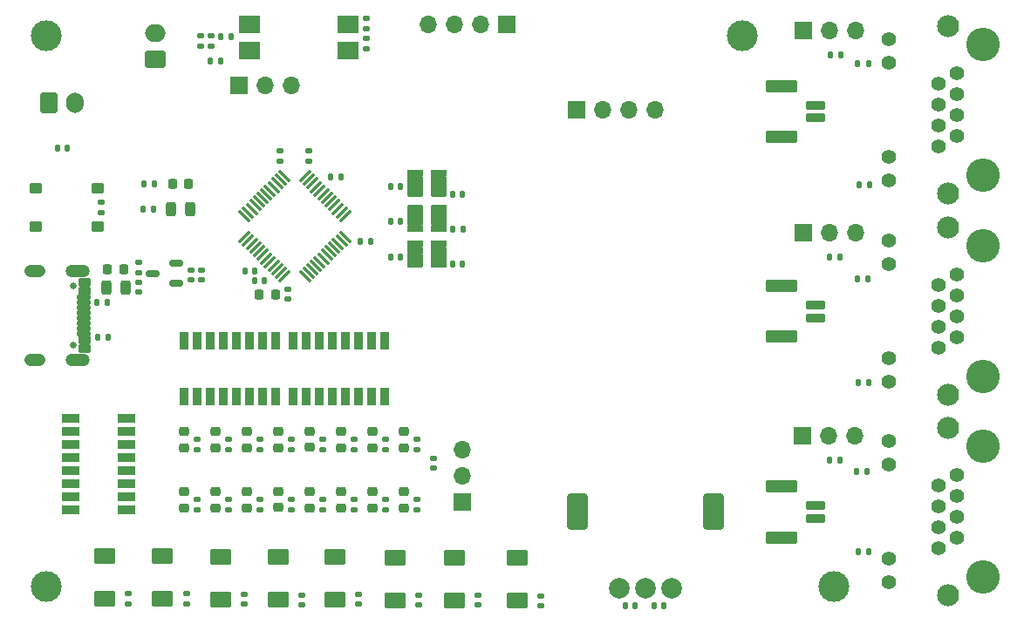
<source format=gbr>
%TF.GenerationSoftware,KiCad,Pcbnew,8.0.8*%
%TF.CreationDate,2026-01-13T22:41:42+09:00*%
%TF.ProjectId,robomas_f103_bridge_NHK2026,726f626f-6d61-4735-9f66-3130335f6272,rev?*%
%TF.SameCoordinates,Original*%
%TF.FileFunction,Soldermask,Top*%
%TF.FilePolarity,Negative*%
%FSLAX46Y46*%
G04 Gerber Fmt 4.6, Leading zero omitted, Abs format (unit mm)*
G04 Created by KiCad (PCBNEW 8.0.8) date 2026-01-13 22:41:42*
%MOMM*%
%LPD*%
G01*
G04 APERTURE LIST*
G04 Aperture macros list*
%AMRoundRect*
0 Rectangle with rounded corners*
0 $1 Rounding radius*
0 $2 $3 $4 $5 $6 $7 $8 $9 X,Y pos of 4 corners*
0 Add a 4 corners polygon primitive as box body*
4,1,4,$2,$3,$4,$5,$6,$7,$8,$9,$2,$3,0*
0 Add four circle primitives for the rounded corners*
1,1,$1+$1,$2,$3*
1,1,$1+$1,$4,$5*
1,1,$1+$1,$6,$7*
1,1,$1+$1,$8,$9*
0 Add four rect primitives between the rounded corners*
20,1,$1+$1,$2,$3,$4,$5,0*
20,1,$1+$1,$4,$5,$6,$7,0*
20,1,$1+$1,$6,$7,$8,$9,0*
20,1,$1+$1,$8,$9,$2,$3,0*%
G04 Aperture macros list end*
%ADD10C,0.010000*%
%ADD11RoundRect,0.102000X-1.400000X0.500000X-1.400000X-0.500000X1.400000X-0.500000X1.400000X0.500000X0*%
%ADD12RoundRect,0.102000X-0.850000X0.300000X-0.850000X-0.300000X0.850000X-0.300000X0.850000X0.300000X0*%
%ADD13RoundRect,0.135000X-0.185000X0.135000X-0.185000X-0.135000X0.185000X-0.135000X0.185000X0.135000X0*%
%ADD14RoundRect,0.140000X0.140000X0.170000X-0.140000X0.170000X-0.140000X-0.170000X0.140000X-0.170000X0*%
%ADD15RoundRect,0.225000X0.225000X0.250000X-0.225000X0.250000X-0.225000X-0.250000X0.225000X-0.250000X0*%
%ADD16RoundRect,0.135000X0.135000X0.185000X-0.135000X0.185000X-0.135000X-0.185000X0.135000X-0.185000X0*%
%ADD17R,1.700000X1.700000*%
%ADD18O,1.700000X1.700000*%
%ADD19C,3.000000*%
%ADD20RoundRect,0.135000X0.185000X-0.135000X0.185000X0.135000X-0.185000X0.135000X-0.185000X-0.135000X0*%
%ADD21RoundRect,0.250000X-0.750000X-1.500000X0.750000X-1.500000X0.750000X1.500000X-0.750000X1.500000X0*%
%ADD22C,2.000000*%
%ADD23RoundRect,0.140000X-0.140000X-0.170000X0.140000X-0.170000X0.140000X0.170000X-0.140000X0.170000X0*%
%ADD24RoundRect,0.140000X0.170000X-0.140000X0.170000X0.140000X-0.170000X0.140000X-0.170000X-0.140000X0*%
%ADD25RoundRect,0.102000X0.900000X-0.675000X0.900000X0.675000X-0.900000X0.675000X-0.900000X-0.675000X0*%
%ADD26RoundRect,0.150000X0.512500X0.150000X-0.512500X0.150000X-0.512500X-0.150000X0.512500X-0.150000X0*%
%ADD27RoundRect,0.250000X-0.600000X-0.750000X0.600000X-0.750000X0.600000X0.750000X-0.600000X0.750000X0*%
%ADD28O,1.700000X2.000000*%
%ADD29RoundRect,0.218750X-0.256250X0.218750X-0.256250X-0.218750X0.256250X-0.218750X0.256250X0.218750X0*%
%ADD30RoundRect,0.140000X-0.170000X0.140000X-0.170000X-0.140000X0.170000X-0.140000X0.170000X0.140000X0*%
%ADD31RoundRect,0.243750X-0.243750X-0.456250X0.243750X-0.456250X0.243750X0.456250X-0.243750X0.456250X0*%
%ADD32RoundRect,0.102000X0.325000X-0.762500X0.325000X0.762500X-0.325000X0.762500X-0.325000X-0.762500X0*%
%ADD33RoundRect,0.135000X-0.135000X-0.185000X0.135000X-0.185000X0.135000X0.185000X-0.135000X0.185000X0*%
%ADD34C,3.251200*%
%ADD35C,1.397000*%
%ADD36C,2.133600*%
%ADD37C,0.650000*%
%ADD38RoundRect,0.102000X-0.501000X0.285000X-0.501000X-0.285000X0.501000X-0.285000X0.501000X0.285000X0*%
%ADD39RoundRect,0.102000X-0.501000X0.295000X-0.501000X-0.295000X0.501000X-0.295000X0.501000X0.295000X0*%
%ADD40RoundRect,0.102000X-0.575000X0.145000X-0.575000X-0.145000X0.575000X-0.145000X0.575000X0.145000X0*%
%ADD41RoundRect,0.102000X-0.505000X0.290000X-0.505000X-0.290000X0.505000X-0.290000X0.505000X0.290000X0*%
%ADD42RoundRect,0.102000X-0.500000X0.290000X-0.500000X-0.290000X0.500000X-0.290000X0.500000X0.290000X0*%
%ADD43O,2.354000X1.254000*%
%ADD44O,2.054000X1.254000*%
%ADD45R,2.000000X1.780000*%
%ADD46RoundRect,0.102000X0.762500X0.325000X-0.762500X0.325000X-0.762500X-0.325000X0.762500X-0.325000X0*%
%ADD47RoundRect,0.075000X-0.521491X0.415425X0.415425X-0.521491X0.521491X-0.415425X-0.415425X0.521491X0*%
%ADD48RoundRect,0.075000X-0.521491X-0.415425X-0.415425X-0.521491X0.521491X0.415425X0.415425X0.521491X0*%
%ADD49RoundRect,0.250000X0.750000X-0.600000X0.750000X0.600000X-0.750000X0.600000X-0.750000X-0.600000X0*%
%ADD50O,2.000000X1.700000*%
%ADD51RoundRect,0.218750X-0.218750X-0.256250X0.218750X-0.256250X0.218750X0.256250X-0.218750X0.256250X0*%
%ADD52RoundRect,0.102000X0.500000X0.375000X-0.500000X0.375000X-0.500000X-0.375000X0.500000X-0.375000X0*%
%ADD53RoundRect,0.218750X0.218750X0.256250X-0.218750X0.256250X-0.218750X-0.256250X0.218750X-0.256250X0*%
G04 APERTURE END LIST*
D10*
%TO.C,U5*%
X64598000Y-41266400D02*
X64604000Y-41266400D01*
X64610000Y-41267400D01*
X64615000Y-41269400D01*
X64621000Y-41270400D01*
X64626000Y-41272400D01*
X64632000Y-41275400D01*
X64637000Y-41277400D01*
X64642000Y-41280400D01*
X64647000Y-41283400D01*
X64652000Y-41286400D01*
X64656000Y-41290400D01*
X64661000Y-41293400D01*
X64665000Y-41297400D01*
X64669000Y-41301400D01*
X64672000Y-41306400D01*
X64676000Y-41310400D01*
X64679000Y-41315400D01*
X64682000Y-41320400D01*
X64685000Y-41325400D01*
X64687000Y-41330400D01*
X64690000Y-41336400D01*
X64692000Y-41341400D01*
X64693000Y-41347400D01*
X64695000Y-41352400D01*
X64696000Y-41358400D01*
X64696000Y-41364400D01*
X64697000Y-41369400D01*
X64697000Y-41375400D01*
X64697000Y-41735400D01*
X64697000Y-41741400D01*
X64696000Y-41746400D01*
X64696000Y-41752400D01*
X64695000Y-41758400D01*
X64693000Y-41763400D01*
X64692000Y-41769400D01*
X64690000Y-41774400D01*
X64687000Y-41780400D01*
X64685000Y-41785400D01*
X64682000Y-41790400D01*
X64679000Y-41795400D01*
X64676000Y-41800400D01*
X64672000Y-41804400D01*
X64669000Y-41809400D01*
X64665000Y-41813400D01*
X64661000Y-41817400D01*
X64656000Y-41820400D01*
X64652000Y-41824400D01*
X64647000Y-41827400D01*
X64642000Y-41830400D01*
X64637000Y-41833400D01*
X64632000Y-41835400D01*
X64626000Y-41838400D01*
X64621000Y-41840400D01*
X64615000Y-41841400D01*
X64610000Y-41843400D01*
X64604000Y-41844400D01*
X64598000Y-41844400D01*
X64593000Y-41845400D01*
X64587000Y-41845400D01*
X63337000Y-41845400D01*
X63331000Y-41845400D01*
X63326000Y-41844400D01*
X63320000Y-41844400D01*
X63314000Y-41843400D01*
X63309000Y-41841400D01*
X63303000Y-41840400D01*
X63298000Y-41838400D01*
X63292000Y-41835400D01*
X63287000Y-41833400D01*
X63282000Y-41830400D01*
X63277000Y-41827400D01*
X63272000Y-41824400D01*
X63268000Y-41820400D01*
X63263000Y-41817400D01*
X63259000Y-41813400D01*
X63255000Y-41809400D01*
X63252000Y-41804400D01*
X63248000Y-41800400D01*
X63245000Y-41795400D01*
X63242000Y-41790400D01*
X63239000Y-41785400D01*
X63237000Y-41780400D01*
X63234000Y-41774400D01*
X63232000Y-41769400D01*
X63231000Y-41763400D01*
X63229000Y-41758400D01*
X63228000Y-41752400D01*
X63228000Y-41746400D01*
X63227000Y-41741400D01*
X63227000Y-41735400D01*
X63227000Y-41375400D01*
X63227000Y-41369400D01*
X63228000Y-41364400D01*
X63228000Y-41358400D01*
X63229000Y-41352400D01*
X63231000Y-41347400D01*
X63232000Y-41341400D01*
X63234000Y-41336400D01*
X63237000Y-41330400D01*
X63239000Y-41325400D01*
X63242000Y-41320400D01*
X63245000Y-41315400D01*
X63248000Y-41310400D01*
X63252000Y-41306400D01*
X63255000Y-41301400D01*
X63259000Y-41297400D01*
X63263000Y-41293400D01*
X63268000Y-41290400D01*
X63272000Y-41286400D01*
X63277000Y-41283400D01*
X63282000Y-41280400D01*
X63287000Y-41277400D01*
X63292000Y-41275400D01*
X63298000Y-41272400D01*
X63303000Y-41270400D01*
X63309000Y-41269400D01*
X63314000Y-41267400D01*
X63320000Y-41266400D01*
X63326000Y-41266400D01*
X63331000Y-41265400D01*
X63337000Y-41265400D01*
X64587000Y-41265400D01*
X64593000Y-41265400D01*
X64598000Y-41266400D01*
G36*
X64598000Y-41266400D02*
G01*
X64604000Y-41266400D01*
X64610000Y-41267400D01*
X64615000Y-41269400D01*
X64621000Y-41270400D01*
X64626000Y-41272400D01*
X64632000Y-41275400D01*
X64637000Y-41277400D01*
X64642000Y-41280400D01*
X64647000Y-41283400D01*
X64652000Y-41286400D01*
X64656000Y-41290400D01*
X64661000Y-41293400D01*
X64665000Y-41297400D01*
X64669000Y-41301400D01*
X64672000Y-41306400D01*
X64676000Y-41310400D01*
X64679000Y-41315400D01*
X64682000Y-41320400D01*
X64685000Y-41325400D01*
X64687000Y-41330400D01*
X64690000Y-41336400D01*
X64692000Y-41341400D01*
X64693000Y-41347400D01*
X64695000Y-41352400D01*
X64696000Y-41358400D01*
X64696000Y-41364400D01*
X64697000Y-41369400D01*
X64697000Y-41375400D01*
X64697000Y-41735400D01*
X64697000Y-41741400D01*
X64696000Y-41746400D01*
X64696000Y-41752400D01*
X64695000Y-41758400D01*
X64693000Y-41763400D01*
X64692000Y-41769400D01*
X64690000Y-41774400D01*
X64687000Y-41780400D01*
X64685000Y-41785400D01*
X64682000Y-41790400D01*
X64679000Y-41795400D01*
X64676000Y-41800400D01*
X64672000Y-41804400D01*
X64669000Y-41809400D01*
X64665000Y-41813400D01*
X64661000Y-41817400D01*
X64656000Y-41820400D01*
X64652000Y-41824400D01*
X64647000Y-41827400D01*
X64642000Y-41830400D01*
X64637000Y-41833400D01*
X64632000Y-41835400D01*
X64626000Y-41838400D01*
X64621000Y-41840400D01*
X64615000Y-41841400D01*
X64610000Y-41843400D01*
X64604000Y-41844400D01*
X64598000Y-41844400D01*
X64593000Y-41845400D01*
X64587000Y-41845400D01*
X63337000Y-41845400D01*
X63331000Y-41845400D01*
X63326000Y-41844400D01*
X63320000Y-41844400D01*
X63314000Y-41843400D01*
X63309000Y-41841400D01*
X63303000Y-41840400D01*
X63298000Y-41838400D01*
X63292000Y-41835400D01*
X63287000Y-41833400D01*
X63282000Y-41830400D01*
X63277000Y-41827400D01*
X63272000Y-41824400D01*
X63268000Y-41820400D01*
X63263000Y-41817400D01*
X63259000Y-41813400D01*
X63255000Y-41809400D01*
X63252000Y-41804400D01*
X63248000Y-41800400D01*
X63245000Y-41795400D01*
X63242000Y-41790400D01*
X63239000Y-41785400D01*
X63237000Y-41780400D01*
X63234000Y-41774400D01*
X63232000Y-41769400D01*
X63231000Y-41763400D01*
X63229000Y-41758400D01*
X63228000Y-41752400D01*
X63228000Y-41746400D01*
X63227000Y-41741400D01*
X63227000Y-41735400D01*
X63227000Y-41375400D01*
X63227000Y-41369400D01*
X63228000Y-41364400D01*
X63228000Y-41358400D01*
X63229000Y-41352400D01*
X63231000Y-41347400D01*
X63232000Y-41341400D01*
X63234000Y-41336400D01*
X63237000Y-41330400D01*
X63239000Y-41325400D01*
X63242000Y-41320400D01*
X63245000Y-41315400D01*
X63248000Y-41310400D01*
X63252000Y-41306400D01*
X63255000Y-41301400D01*
X63259000Y-41297400D01*
X63263000Y-41293400D01*
X63268000Y-41290400D01*
X63272000Y-41286400D01*
X63277000Y-41283400D01*
X63282000Y-41280400D01*
X63287000Y-41277400D01*
X63292000Y-41275400D01*
X63298000Y-41272400D01*
X63303000Y-41270400D01*
X63309000Y-41269400D01*
X63314000Y-41267400D01*
X63320000Y-41266400D01*
X63326000Y-41266400D01*
X63331000Y-41265400D01*
X63337000Y-41265400D01*
X64587000Y-41265400D01*
X64593000Y-41265400D01*
X64598000Y-41266400D01*
G37*
X64598000Y-41916400D02*
X64604000Y-41916400D01*
X64610000Y-41917400D01*
X64615000Y-41919400D01*
X64621000Y-41920400D01*
X64626000Y-41922400D01*
X64632000Y-41925400D01*
X64637000Y-41927400D01*
X64642000Y-41930400D01*
X64647000Y-41933400D01*
X64652000Y-41936400D01*
X64656000Y-41940400D01*
X64661000Y-41943400D01*
X64665000Y-41947400D01*
X64669000Y-41951400D01*
X64672000Y-41956400D01*
X64676000Y-41960400D01*
X64679000Y-41965400D01*
X64682000Y-41970400D01*
X64685000Y-41975400D01*
X64687000Y-41980400D01*
X64690000Y-41986400D01*
X64692000Y-41991400D01*
X64693000Y-41997400D01*
X64695000Y-42002400D01*
X64696000Y-42008400D01*
X64696000Y-42014400D01*
X64697000Y-42019400D01*
X64697000Y-42025400D01*
X64697000Y-42385400D01*
X64697000Y-42391400D01*
X64696000Y-42396400D01*
X64696000Y-42402400D01*
X64695000Y-42408400D01*
X64693000Y-42413400D01*
X64692000Y-42419400D01*
X64690000Y-42424400D01*
X64687000Y-42430400D01*
X64685000Y-42435400D01*
X64682000Y-42440400D01*
X64679000Y-42445400D01*
X64676000Y-42450400D01*
X64672000Y-42454400D01*
X64669000Y-42459400D01*
X64665000Y-42463400D01*
X64661000Y-42467400D01*
X64656000Y-42470400D01*
X64652000Y-42474400D01*
X64647000Y-42477400D01*
X64642000Y-42480400D01*
X64637000Y-42483400D01*
X64632000Y-42485400D01*
X64626000Y-42488400D01*
X64621000Y-42490400D01*
X64615000Y-42491400D01*
X64610000Y-42493400D01*
X64604000Y-42494400D01*
X64598000Y-42494400D01*
X64593000Y-42495400D01*
X64587000Y-42495400D01*
X63337000Y-42495400D01*
X63331000Y-42495400D01*
X63326000Y-42494400D01*
X63320000Y-42494400D01*
X63314000Y-42493400D01*
X63309000Y-42491400D01*
X63303000Y-42490400D01*
X63298000Y-42488400D01*
X63292000Y-42485400D01*
X63287000Y-42483400D01*
X63282000Y-42480400D01*
X63277000Y-42477400D01*
X63272000Y-42474400D01*
X63268000Y-42470400D01*
X63263000Y-42467400D01*
X63259000Y-42463400D01*
X63255000Y-42459400D01*
X63252000Y-42454400D01*
X63248000Y-42450400D01*
X63245000Y-42445400D01*
X63242000Y-42440400D01*
X63239000Y-42435400D01*
X63237000Y-42430400D01*
X63234000Y-42424400D01*
X63232000Y-42419400D01*
X63231000Y-42413400D01*
X63229000Y-42408400D01*
X63228000Y-42402400D01*
X63228000Y-42396400D01*
X63227000Y-42391400D01*
X63227000Y-42385400D01*
X63227000Y-42025400D01*
X63227000Y-42019400D01*
X63228000Y-42014400D01*
X63228000Y-42008400D01*
X63229000Y-42002400D01*
X63231000Y-41997400D01*
X63232000Y-41991400D01*
X63234000Y-41986400D01*
X63237000Y-41980400D01*
X63239000Y-41975400D01*
X63242000Y-41970400D01*
X63245000Y-41965400D01*
X63248000Y-41960400D01*
X63252000Y-41956400D01*
X63255000Y-41951400D01*
X63259000Y-41947400D01*
X63263000Y-41943400D01*
X63268000Y-41940400D01*
X63272000Y-41936400D01*
X63277000Y-41933400D01*
X63282000Y-41930400D01*
X63287000Y-41927400D01*
X63292000Y-41925400D01*
X63298000Y-41922400D01*
X63303000Y-41920400D01*
X63309000Y-41919400D01*
X63314000Y-41917400D01*
X63320000Y-41916400D01*
X63326000Y-41916400D01*
X63331000Y-41915400D01*
X63337000Y-41915400D01*
X64587000Y-41915400D01*
X64593000Y-41915400D01*
X64598000Y-41916400D01*
G36*
X64598000Y-41916400D02*
G01*
X64604000Y-41916400D01*
X64610000Y-41917400D01*
X64615000Y-41919400D01*
X64621000Y-41920400D01*
X64626000Y-41922400D01*
X64632000Y-41925400D01*
X64637000Y-41927400D01*
X64642000Y-41930400D01*
X64647000Y-41933400D01*
X64652000Y-41936400D01*
X64656000Y-41940400D01*
X64661000Y-41943400D01*
X64665000Y-41947400D01*
X64669000Y-41951400D01*
X64672000Y-41956400D01*
X64676000Y-41960400D01*
X64679000Y-41965400D01*
X64682000Y-41970400D01*
X64685000Y-41975400D01*
X64687000Y-41980400D01*
X64690000Y-41986400D01*
X64692000Y-41991400D01*
X64693000Y-41997400D01*
X64695000Y-42002400D01*
X64696000Y-42008400D01*
X64696000Y-42014400D01*
X64697000Y-42019400D01*
X64697000Y-42025400D01*
X64697000Y-42385400D01*
X64697000Y-42391400D01*
X64696000Y-42396400D01*
X64696000Y-42402400D01*
X64695000Y-42408400D01*
X64693000Y-42413400D01*
X64692000Y-42419400D01*
X64690000Y-42424400D01*
X64687000Y-42430400D01*
X64685000Y-42435400D01*
X64682000Y-42440400D01*
X64679000Y-42445400D01*
X64676000Y-42450400D01*
X64672000Y-42454400D01*
X64669000Y-42459400D01*
X64665000Y-42463400D01*
X64661000Y-42467400D01*
X64656000Y-42470400D01*
X64652000Y-42474400D01*
X64647000Y-42477400D01*
X64642000Y-42480400D01*
X64637000Y-42483400D01*
X64632000Y-42485400D01*
X64626000Y-42488400D01*
X64621000Y-42490400D01*
X64615000Y-42491400D01*
X64610000Y-42493400D01*
X64604000Y-42494400D01*
X64598000Y-42494400D01*
X64593000Y-42495400D01*
X64587000Y-42495400D01*
X63337000Y-42495400D01*
X63331000Y-42495400D01*
X63326000Y-42494400D01*
X63320000Y-42494400D01*
X63314000Y-42493400D01*
X63309000Y-42491400D01*
X63303000Y-42490400D01*
X63298000Y-42488400D01*
X63292000Y-42485400D01*
X63287000Y-42483400D01*
X63282000Y-42480400D01*
X63277000Y-42477400D01*
X63272000Y-42474400D01*
X63268000Y-42470400D01*
X63263000Y-42467400D01*
X63259000Y-42463400D01*
X63255000Y-42459400D01*
X63252000Y-42454400D01*
X63248000Y-42450400D01*
X63245000Y-42445400D01*
X63242000Y-42440400D01*
X63239000Y-42435400D01*
X63237000Y-42430400D01*
X63234000Y-42424400D01*
X63232000Y-42419400D01*
X63231000Y-42413400D01*
X63229000Y-42408400D01*
X63228000Y-42402400D01*
X63228000Y-42396400D01*
X63227000Y-42391400D01*
X63227000Y-42385400D01*
X63227000Y-42025400D01*
X63227000Y-42019400D01*
X63228000Y-42014400D01*
X63228000Y-42008400D01*
X63229000Y-42002400D01*
X63231000Y-41997400D01*
X63232000Y-41991400D01*
X63234000Y-41986400D01*
X63237000Y-41980400D01*
X63239000Y-41975400D01*
X63242000Y-41970400D01*
X63245000Y-41965400D01*
X63248000Y-41960400D01*
X63252000Y-41956400D01*
X63255000Y-41951400D01*
X63259000Y-41947400D01*
X63263000Y-41943400D01*
X63268000Y-41940400D01*
X63272000Y-41936400D01*
X63277000Y-41933400D01*
X63282000Y-41930400D01*
X63287000Y-41927400D01*
X63292000Y-41925400D01*
X63298000Y-41922400D01*
X63303000Y-41920400D01*
X63309000Y-41919400D01*
X63314000Y-41917400D01*
X63320000Y-41916400D01*
X63326000Y-41916400D01*
X63331000Y-41915400D01*
X63337000Y-41915400D01*
X64587000Y-41915400D01*
X64593000Y-41915400D01*
X64598000Y-41916400D01*
G37*
X64598000Y-42566400D02*
X64604000Y-42566400D01*
X64610000Y-42567400D01*
X64615000Y-42569400D01*
X64621000Y-42570400D01*
X64626000Y-42572400D01*
X64632000Y-42575400D01*
X64637000Y-42577400D01*
X64642000Y-42580400D01*
X64647000Y-42583400D01*
X64652000Y-42586400D01*
X64656000Y-42590400D01*
X64661000Y-42593400D01*
X64665000Y-42597400D01*
X64669000Y-42601400D01*
X64672000Y-42606400D01*
X64676000Y-42610400D01*
X64679000Y-42615400D01*
X64682000Y-42620400D01*
X64685000Y-42625400D01*
X64687000Y-42630400D01*
X64690000Y-42636400D01*
X64692000Y-42641400D01*
X64693000Y-42647400D01*
X64695000Y-42652400D01*
X64696000Y-42658400D01*
X64696000Y-42664400D01*
X64697000Y-42669400D01*
X64697000Y-42675400D01*
X64697000Y-43035400D01*
X64697000Y-43041400D01*
X64696000Y-43046400D01*
X64696000Y-43052400D01*
X64695000Y-43058400D01*
X64693000Y-43063400D01*
X64692000Y-43069400D01*
X64690000Y-43074400D01*
X64687000Y-43080400D01*
X64685000Y-43085400D01*
X64682000Y-43090400D01*
X64679000Y-43095400D01*
X64676000Y-43100400D01*
X64672000Y-43104400D01*
X64669000Y-43109400D01*
X64665000Y-43113400D01*
X64661000Y-43117400D01*
X64656000Y-43120400D01*
X64652000Y-43124400D01*
X64647000Y-43127400D01*
X64642000Y-43130400D01*
X64637000Y-43133400D01*
X64632000Y-43135400D01*
X64626000Y-43138400D01*
X64621000Y-43140400D01*
X64615000Y-43141400D01*
X64610000Y-43143400D01*
X64604000Y-43144400D01*
X64598000Y-43144400D01*
X64593000Y-43145400D01*
X64587000Y-43145400D01*
X63337000Y-43145400D01*
X63331000Y-43145400D01*
X63326000Y-43144400D01*
X63320000Y-43144400D01*
X63314000Y-43143400D01*
X63309000Y-43141400D01*
X63303000Y-43140400D01*
X63298000Y-43138400D01*
X63292000Y-43135400D01*
X63287000Y-43133400D01*
X63282000Y-43130400D01*
X63277000Y-43127400D01*
X63272000Y-43124400D01*
X63268000Y-43120400D01*
X63263000Y-43117400D01*
X63259000Y-43113400D01*
X63255000Y-43109400D01*
X63252000Y-43104400D01*
X63248000Y-43100400D01*
X63245000Y-43095400D01*
X63242000Y-43090400D01*
X63239000Y-43085400D01*
X63237000Y-43080400D01*
X63234000Y-43074400D01*
X63232000Y-43069400D01*
X63231000Y-43063400D01*
X63229000Y-43058400D01*
X63228000Y-43052400D01*
X63228000Y-43046400D01*
X63227000Y-43041400D01*
X63227000Y-43035400D01*
X63227000Y-42675400D01*
X63227000Y-42669400D01*
X63228000Y-42664400D01*
X63228000Y-42658400D01*
X63229000Y-42652400D01*
X63231000Y-42647400D01*
X63232000Y-42641400D01*
X63234000Y-42636400D01*
X63237000Y-42630400D01*
X63239000Y-42625400D01*
X63242000Y-42620400D01*
X63245000Y-42615400D01*
X63248000Y-42610400D01*
X63252000Y-42606400D01*
X63255000Y-42601400D01*
X63259000Y-42597400D01*
X63263000Y-42593400D01*
X63268000Y-42590400D01*
X63272000Y-42586400D01*
X63277000Y-42583400D01*
X63282000Y-42580400D01*
X63287000Y-42577400D01*
X63292000Y-42575400D01*
X63298000Y-42572400D01*
X63303000Y-42570400D01*
X63309000Y-42569400D01*
X63314000Y-42567400D01*
X63320000Y-42566400D01*
X63326000Y-42566400D01*
X63331000Y-42565400D01*
X63337000Y-42565400D01*
X64587000Y-42565400D01*
X64593000Y-42565400D01*
X64598000Y-42566400D01*
G36*
X64598000Y-42566400D02*
G01*
X64604000Y-42566400D01*
X64610000Y-42567400D01*
X64615000Y-42569400D01*
X64621000Y-42570400D01*
X64626000Y-42572400D01*
X64632000Y-42575400D01*
X64637000Y-42577400D01*
X64642000Y-42580400D01*
X64647000Y-42583400D01*
X64652000Y-42586400D01*
X64656000Y-42590400D01*
X64661000Y-42593400D01*
X64665000Y-42597400D01*
X64669000Y-42601400D01*
X64672000Y-42606400D01*
X64676000Y-42610400D01*
X64679000Y-42615400D01*
X64682000Y-42620400D01*
X64685000Y-42625400D01*
X64687000Y-42630400D01*
X64690000Y-42636400D01*
X64692000Y-42641400D01*
X64693000Y-42647400D01*
X64695000Y-42652400D01*
X64696000Y-42658400D01*
X64696000Y-42664400D01*
X64697000Y-42669400D01*
X64697000Y-42675400D01*
X64697000Y-43035400D01*
X64697000Y-43041400D01*
X64696000Y-43046400D01*
X64696000Y-43052400D01*
X64695000Y-43058400D01*
X64693000Y-43063400D01*
X64692000Y-43069400D01*
X64690000Y-43074400D01*
X64687000Y-43080400D01*
X64685000Y-43085400D01*
X64682000Y-43090400D01*
X64679000Y-43095400D01*
X64676000Y-43100400D01*
X64672000Y-43104400D01*
X64669000Y-43109400D01*
X64665000Y-43113400D01*
X64661000Y-43117400D01*
X64656000Y-43120400D01*
X64652000Y-43124400D01*
X64647000Y-43127400D01*
X64642000Y-43130400D01*
X64637000Y-43133400D01*
X64632000Y-43135400D01*
X64626000Y-43138400D01*
X64621000Y-43140400D01*
X64615000Y-43141400D01*
X64610000Y-43143400D01*
X64604000Y-43144400D01*
X64598000Y-43144400D01*
X64593000Y-43145400D01*
X64587000Y-43145400D01*
X63337000Y-43145400D01*
X63331000Y-43145400D01*
X63326000Y-43144400D01*
X63320000Y-43144400D01*
X63314000Y-43143400D01*
X63309000Y-43141400D01*
X63303000Y-43140400D01*
X63298000Y-43138400D01*
X63292000Y-43135400D01*
X63287000Y-43133400D01*
X63282000Y-43130400D01*
X63277000Y-43127400D01*
X63272000Y-43124400D01*
X63268000Y-43120400D01*
X63263000Y-43117400D01*
X63259000Y-43113400D01*
X63255000Y-43109400D01*
X63252000Y-43104400D01*
X63248000Y-43100400D01*
X63245000Y-43095400D01*
X63242000Y-43090400D01*
X63239000Y-43085400D01*
X63237000Y-43080400D01*
X63234000Y-43074400D01*
X63232000Y-43069400D01*
X63231000Y-43063400D01*
X63229000Y-43058400D01*
X63228000Y-43052400D01*
X63228000Y-43046400D01*
X63227000Y-43041400D01*
X63227000Y-43035400D01*
X63227000Y-42675400D01*
X63227000Y-42669400D01*
X63228000Y-42664400D01*
X63228000Y-42658400D01*
X63229000Y-42652400D01*
X63231000Y-42647400D01*
X63232000Y-42641400D01*
X63234000Y-42636400D01*
X63237000Y-42630400D01*
X63239000Y-42625400D01*
X63242000Y-42620400D01*
X63245000Y-42615400D01*
X63248000Y-42610400D01*
X63252000Y-42606400D01*
X63255000Y-42601400D01*
X63259000Y-42597400D01*
X63263000Y-42593400D01*
X63268000Y-42590400D01*
X63272000Y-42586400D01*
X63277000Y-42583400D01*
X63282000Y-42580400D01*
X63287000Y-42577400D01*
X63292000Y-42575400D01*
X63298000Y-42572400D01*
X63303000Y-42570400D01*
X63309000Y-42569400D01*
X63314000Y-42567400D01*
X63320000Y-42566400D01*
X63326000Y-42566400D01*
X63331000Y-42565400D01*
X63337000Y-42565400D01*
X64587000Y-42565400D01*
X64593000Y-42565400D01*
X64598000Y-42566400D01*
G37*
X64598000Y-43216400D02*
X64604000Y-43216400D01*
X64610000Y-43217400D01*
X64615000Y-43219400D01*
X64621000Y-43220400D01*
X64626000Y-43222400D01*
X64632000Y-43225400D01*
X64637000Y-43227400D01*
X64642000Y-43230400D01*
X64647000Y-43233400D01*
X64652000Y-43236400D01*
X64656000Y-43240400D01*
X64661000Y-43243400D01*
X64665000Y-43247400D01*
X64669000Y-43251400D01*
X64672000Y-43256400D01*
X64676000Y-43260400D01*
X64679000Y-43265400D01*
X64682000Y-43270400D01*
X64685000Y-43275400D01*
X64687000Y-43280400D01*
X64690000Y-43286400D01*
X64692000Y-43291400D01*
X64693000Y-43297400D01*
X64695000Y-43302400D01*
X64696000Y-43308400D01*
X64696000Y-43314400D01*
X64697000Y-43319400D01*
X64697000Y-43325400D01*
X64697000Y-43685400D01*
X64697000Y-43691400D01*
X64696000Y-43696400D01*
X64696000Y-43702400D01*
X64695000Y-43708400D01*
X64693000Y-43713400D01*
X64692000Y-43719400D01*
X64690000Y-43724400D01*
X64687000Y-43730400D01*
X64685000Y-43735400D01*
X64682000Y-43740400D01*
X64679000Y-43745400D01*
X64676000Y-43750400D01*
X64672000Y-43754400D01*
X64669000Y-43759400D01*
X64665000Y-43763400D01*
X64661000Y-43767400D01*
X64656000Y-43770400D01*
X64652000Y-43774400D01*
X64647000Y-43777400D01*
X64642000Y-43780400D01*
X64637000Y-43783400D01*
X64632000Y-43785400D01*
X64626000Y-43788400D01*
X64621000Y-43790400D01*
X64615000Y-43791400D01*
X64610000Y-43793400D01*
X64604000Y-43794400D01*
X64598000Y-43794400D01*
X64593000Y-43795400D01*
X64587000Y-43795400D01*
X63337000Y-43795400D01*
X63331000Y-43795400D01*
X63326000Y-43794400D01*
X63320000Y-43794400D01*
X63314000Y-43793400D01*
X63309000Y-43791400D01*
X63303000Y-43790400D01*
X63298000Y-43788400D01*
X63292000Y-43785400D01*
X63287000Y-43783400D01*
X63282000Y-43780400D01*
X63277000Y-43777400D01*
X63272000Y-43774400D01*
X63268000Y-43770400D01*
X63263000Y-43767400D01*
X63259000Y-43763400D01*
X63255000Y-43759400D01*
X63252000Y-43754400D01*
X63248000Y-43750400D01*
X63245000Y-43745400D01*
X63242000Y-43740400D01*
X63239000Y-43735400D01*
X63237000Y-43730400D01*
X63234000Y-43724400D01*
X63232000Y-43719400D01*
X63231000Y-43713400D01*
X63229000Y-43708400D01*
X63228000Y-43702400D01*
X63228000Y-43696400D01*
X63227000Y-43691400D01*
X63227000Y-43685400D01*
X63227000Y-43325400D01*
X63227000Y-43319400D01*
X63228000Y-43314400D01*
X63228000Y-43308400D01*
X63229000Y-43302400D01*
X63231000Y-43297400D01*
X63232000Y-43291400D01*
X63234000Y-43286400D01*
X63237000Y-43280400D01*
X63239000Y-43275400D01*
X63242000Y-43270400D01*
X63245000Y-43265400D01*
X63248000Y-43260400D01*
X63252000Y-43256400D01*
X63255000Y-43251400D01*
X63259000Y-43247400D01*
X63263000Y-43243400D01*
X63268000Y-43240400D01*
X63272000Y-43236400D01*
X63277000Y-43233400D01*
X63282000Y-43230400D01*
X63287000Y-43227400D01*
X63292000Y-43225400D01*
X63298000Y-43222400D01*
X63303000Y-43220400D01*
X63309000Y-43219400D01*
X63314000Y-43217400D01*
X63320000Y-43216400D01*
X63326000Y-43216400D01*
X63331000Y-43215400D01*
X63337000Y-43215400D01*
X64587000Y-43215400D01*
X64593000Y-43215400D01*
X64598000Y-43216400D01*
G36*
X64598000Y-43216400D02*
G01*
X64604000Y-43216400D01*
X64610000Y-43217400D01*
X64615000Y-43219400D01*
X64621000Y-43220400D01*
X64626000Y-43222400D01*
X64632000Y-43225400D01*
X64637000Y-43227400D01*
X64642000Y-43230400D01*
X64647000Y-43233400D01*
X64652000Y-43236400D01*
X64656000Y-43240400D01*
X64661000Y-43243400D01*
X64665000Y-43247400D01*
X64669000Y-43251400D01*
X64672000Y-43256400D01*
X64676000Y-43260400D01*
X64679000Y-43265400D01*
X64682000Y-43270400D01*
X64685000Y-43275400D01*
X64687000Y-43280400D01*
X64690000Y-43286400D01*
X64692000Y-43291400D01*
X64693000Y-43297400D01*
X64695000Y-43302400D01*
X64696000Y-43308400D01*
X64696000Y-43314400D01*
X64697000Y-43319400D01*
X64697000Y-43325400D01*
X64697000Y-43685400D01*
X64697000Y-43691400D01*
X64696000Y-43696400D01*
X64696000Y-43702400D01*
X64695000Y-43708400D01*
X64693000Y-43713400D01*
X64692000Y-43719400D01*
X64690000Y-43724400D01*
X64687000Y-43730400D01*
X64685000Y-43735400D01*
X64682000Y-43740400D01*
X64679000Y-43745400D01*
X64676000Y-43750400D01*
X64672000Y-43754400D01*
X64669000Y-43759400D01*
X64665000Y-43763400D01*
X64661000Y-43767400D01*
X64656000Y-43770400D01*
X64652000Y-43774400D01*
X64647000Y-43777400D01*
X64642000Y-43780400D01*
X64637000Y-43783400D01*
X64632000Y-43785400D01*
X64626000Y-43788400D01*
X64621000Y-43790400D01*
X64615000Y-43791400D01*
X64610000Y-43793400D01*
X64604000Y-43794400D01*
X64598000Y-43794400D01*
X64593000Y-43795400D01*
X64587000Y-43795400D01*
X63337000Y-43795400D01*
X63331000Y-43795400D01*
X63326000Y-43794400D01*
X63320000Y-43794400D01*
X63314000Y-43793400D01*
X63309000Y-43791400D01*
X63303000Y-43790400D01*
X63298000Y-43788400D01*
X63292000Y-43785400D01*
X63287000Y-43783400D01*
X63282000Y-43780400D01*
X63277000Y-43777400D01*
X63272000Y-43774400D01*
X63268000Y-43770400D01*
X63263000Y-43767400D01*
X63259000Y-43763400D01*
X63255000Y-43759400D01*
X63252000Y-43754400D01*
X63248000Y-43750400D01*
X63245000Y-43745400D01*
X63242000Y-43740400D01*
X63239000Y-43735400D01*
X63237000Y-43730400D01*
X63234000Y-43724400D01*
X63232000Y-43719400D01*
X63231000Y-43713400D01*
X63229000Y-43708400D01*
X63228000Y-43702400D01*
X63228000Y-43696400D01*
X63227000Y-43691400D01*
X63227000Y-43685400D01*
X63227000Y-43325400D01*
X63227000Y-43319400D01*
X63228000Y-43314400D01*
X63228000Y-43308400D01*
X63229000Y-43302400D01*
X63231000Y-43297400D01*
X63232000Y-43291400D01*
X63234000Y-43286400D01*
X63237000Y-43280400D01*
X63239000Y-43275400D01*
X63242000Y-43270400D01*
X63245000Y-43265400D01*
X63248000Y-43260400D01*
X63252000Y-43256400D01*
X63255000Y-43251400D01*
X63259000Y-43247400D01*
X63263000Y-43243400D01*
X63268000Y-43240400D01*
X63272000Y-43236400D01*
X63277000Y-43233400D01*
X63282000Y-43230400D01*
X63287000Y-43227400D01*
X63292000Y-43225400D01*
X63298000Y-43222400D01*
X63303000Y-43220400D01*
X63309000Y-43219400D01*
X63314000Y-43217400D01*
X63320000Y-43216400D01*
X63326000Y-43216400D01*
X63331000Y-43215400D01*
X63337000Y-43215400D01*
X64587000Y-43215400D01*
X64593000Y-43215400D01*
X64598000Y-43216400D01*
G37*
X66898000Y-41266400D02*
X66904000Y-41266400D01*
X66910000Y-41267400D01*
X66915000Y-41269400D01*
X66921000Y-41270400D01*
X66926000Y-41272400D01*
X66932000Y-41275400D01*
X66937000Y-41277400D01*
X66942000Y-41280400D01*
X66947000Y-41283400D01*
X66952000Y-41286400D01*
X66956000Y-41290400D01*
X66961000Y-41293400D01*
X66965000Y-41297400D01*
X66969000Y-41301400D01*
X66972000Y-41306400D01*
X66976000Y-41310400D01*
X66979000Y-41315400D01*
X66982000Y-41320400D01*
X66985000Y-41325400D01*
X66987000Y-41330400D01*
X66990000Y-41336400D01*
X66992000Y-41341400D01*
X66993000Y-41347400D01*
X66995000Y-41352400D01*
X66996000Y-41358400D01*
X66996000Y-41364400D01*
X66997000Y-41369400D01*
X66997000Y-41375400D01*
X66997000Y-41735400D01*
X66997000Y-41741400D01*
X66996000Y-41746400D01*
X66996000Y-41752400D01*
X66995000Y-41758400D01*
X66993000Y-41763400D01*
X66992000Y-41769400D01*
X66990000Y-41774400D01*
X66987000Y-41780400D01*
X66985000Y-41785400D01*
X66982000Y-41790400D01*
X66979000Y-41795400D01*
X66976000Y-41800400D01*
X66972000Y-41804400D01*
X66969000Y-41809400D01*
X66965000Y-41813400D01*
X66961000Y-41817400D01*
X66956000Y-41820400D01*
X66952000Y-41824400D01*
X66947000Y-41827400D01*
X66942000Y-41830400D01*
X66937000Y-41833400D01*
X66932000Y-41835400D01*
X66926000Y-41838400D01*
X66921000Y-41840400D01*
X66915000Y-41841400D01*
X66910000Y-41843400D01*
X66904000Y-41844400D01*
X66898000Y-41844400D01*
X66893000Y-41845400D01*
X66887000Y-41845400D01*
X65637000Y-41845400D01*
X65631000Y-41845400D01*
X65626000Y-41844400D01*
X65620000Y-41844400D01*
X65614000Y-41843400D01*
X65609000Y-41841400D01*
X65603000Y-41840400D01*
X65598000Y-41838400D01*
X65592000Y-41835400D01*
X65587000Y-41833400D01*
X65582000Y-41830400D01*
X65577000Y-41827400D01*
X65572000Y-41824400D01*
X65568000Y-41820400D01*
X65563000Y-41817400D01*
X65559000Y-41813400D01*
X65555000Y-41809400D01*
X65552000Y-41804400D01*
X65548000Y-41800400D01*
X65545000Y-41795400D01*
X65542000Y-41790400D01*
X65539000Y-41785400D01*
X65537000Y-41780400D01*
X65534000Y-41774400D01*
X65532000Y-41769400D01*
X65531000Y-41763400D01*
X65529000Y-41758400D01*
X65528000Y-41752400D01*
X65528000Y-41746400D01*
X65527000Y-41741400D01*
X65527000Y-41735400D01*
X65527000Y-41375400D01*
X65527000Y-41369400D01*
X65528000Y-41364400D01*
X65528000Y-41358400D01*
X65529000Y-41352400D01*
X65531000Y-41347400D01*
X65532000Y-41341400D01*
X65534000Y-41336400D01*
X65537000Y-41330400D01*
X65539000Y-41325400D01*
X65542000Y-41320400D01*
X65545000Y-41315400D01*
X65548000Y-41310400D01*
X65552000Y-41306400D01*
X65555000Y-41301400D01*
X65559000Y-41297400D01*
X65563000Y-41293400D01*
X65568000Y-41290400D01*
X65572000Y-41286400D01*
X65577000Y-41283400D01*
X65582000Y-41280400D01*
X65587000Y-41277400D01*
X65592000Y-41275400D01*
X65598000Y-41272400D01*
X65603000Y-41270400D01*
X65609000Y-41269400D01*
X65614000Y-41267400D01*
X65620000Y-41266400D01*
X65626000Y-41266400D01*
X65631000Y-41265400D01*
X65637000Y-41265400D01*
X66887000Y-41265400D01*
X66893000Y-41265400D01*
X66898000Y-41266400D01*
G36*
X66898000Y-41266400D02*
G01*
X66904000Y-41266400D01*
X66910000Y-41267400D01*
X66915000Y-41269400D01*
X66921000Y-41270400D01*
X66926000Y-41272400D01*
X66932000Y-41275400D01*
X66937000Y-41277400D01*
X66942000Y-41280400D01*
X66947000Y-41283400D01*
X66952000Y-41286400D01*
X66956000Y-41290400D01*
X66961000Y-41293400D01*
X66965000Y-41297400D01*
X66969000Y-41301400D01*
X66972000Y-41306400D01*
X66976000Y-41310400D01*
X66979000Y-41315400D01*
X66982000Y-41320400D01*
X66985000Y-41325400D01*
X66987000Y-41330400D01*
X66990000Y-41336400D01*
X66992000Y-41341400D01*
X66993000Y-41347400D01*
X66995000Y-41352400D01*
X66996000Y-41358400D01*
X66996000Y-41364400D01*
X66997000Y-41369400D01*
X66997000Y-41375400D01*
X66997000Y-41735400D01*
X66997000Y-41741400D01*
X66996000Y-41746400D01*
X66996000Y-41752400D01*
X66995000Y-41758400D01*
X66993000Y-41763400D01*
X66992000Y-41769400D01*
X66990000Y-41774400D01*
X66987000Y-41780400D01*
X66985000Y-41785400D01*
X66982000Y-41790400D01*
X66979000Y-41795400D01*
X66976000Y-41800400D01*
X66972000Y-41804400D01*
X66969000Y-41809400D01*
X66965000Y-41813400D01*
X66961000Y-41817400D01*
X66956000Y-41820400D01*
X66952000Y-41824400D01*
X66947000Y-41827400D01*
X66942000Y-41830400D01*
X66937000Y-41833400D01*
X66932000Y-41835400D01*
X66926000Y-41838400D01*
X66921000Y-41840400D01*
X66915000Y-41841400D01*
X66910000Y-41843400D01*
X66904000Y-41844400D01*
X66898000Y-41844400D01*
X66893000Y-41845400D01*
X66887000Y-41845400D01*
X65637000Y-41845400D01*
X65631000Y-41845400D01*
X65626000Y-41844400D01*
X65620000Y-41844400D01*
X65614000Y-41843400D01*
X65609000Y-41841400D01*
X65603000Y-41840400D01*
X65598000Y-41838400D01*
X65592000Y-41835400D01*
X65587000Y-41833400D01*
X65582000Y-41830400D01*
X65577000Y-41827400D01*
X65572000Y-41824400D01*
X65568000Y-41820400D01*
X65563000Y-41817400D01*
X65559000Y-41813400D01*
X65555000Y-41809400D01*
X65552000Y-41804400D01*
X65548000Y-41800400D01*
X65545000Y-41795400D01*
X65542000Y-41790400D01*
X65539000Y-41785400D01*
X65537000Y-41780400D01*
X65534000Y-41774400D01*
X65532000Y-41769400D01*
X65531000Y-41763400D01*
X65529000Y-41758400D01*
X65528000Y-41752400D01*
X65528000Y-41746400D01*
X65527000Y-41741400D01*
X65527000Y-41735400D01*
X65527000Y-41375400D01*
X65527000Y-41369400D01*
X65528000Y-41364400D01*
X65528000Y-41358400D01*
X65529000Y-41352400D01*
X65531000Y-41347400D01*
X65532000Y-41341400D01*
X65534000Y-41336400D01*
X65537000Y-41330400D01*
X65539000Y-41325400D01*
X65542000Y-41320400D01*
X65545000Y-41315400D01*
X65548000Y-41310400D01*
X65552000Y-41306400D01*
X65555000Y-41301400D01*
X65559000Y-41297400D01*
X65563000Y-41293400D01*
X65568000Y-41290400D01*
X65572000Y-41286400D01*
X65577000Y-41283400D01*
X65582000Y-41280400D01*
X65587000Y-41277400D01*
X65592000Y-41275400D01*
X65598000Y-41272400D01*
X65603000Y-41270400D01*
X65609000Y-41269400D01*
X65614000Y-41267400D01*
X65620000Y-41266400D01*
X65626000Y-41266400D01*
X65631000Y-41265400D01*
X65637000Y-41265400D01*
X66887000Y-41265400D01*
X66893000Y-41265400D01*
X66898000Y-41266400D01*
G37*
X66898000Y-41916400D02*
X66904000Y-41916400D01*
X66910000Y-41917400D01*
X66915000Y-41919400D01*
X66921000Y-41920400D01*
X66926000Y-41922400D01*
X66932000Y-41925400D01*
X66937000Y-41927400D01*
X66942000Y-41930400D01*
X66947000Y-41933400D01*
X66952000Y-41936400D01*
X66956000Y-41940400D01*
X66961000Y-41943400D01*
X66965000Y-41947400D01*
X66969000Y-41951400D01*
X66972000Y-41956400D01*
X66976000Y-41960400D01*
X66979000Y-41965400D01*
X66982000Y-41970400D01*
X66985000Y-41975400D01*
X66987000Y-41980400D01*
X66990000Y-41986400D01*
X66992000Y-41991400D01*
X66993000Y-41997400D01*
X66995000Y-42002400D01*
X66996000Y-42008400D01*
X66996000Y-42014400D01*
X66997000Y-42019400D01*
X66997000Y-42025400D01*
X66997000Y-42385400D01*
X66997000Y-42391400D01*
X66996000Y-42396400D01*
X66996000Y-42402400D01*
X66995000Y-42408400D01*
X66993000Y-42413400D01*
X66992000Y-42419400D01*
X66990000Y-42424400D01*
X66987000Y-42430400D01*
X66985000Y-42435400D01*
X66982000Y-42440400D01*
X66979000Y-42445400D01*
X66976000Y-42450400D01*
X66972000Y-42454400D01*
X66969000Y-42459400D01*
X66965000Y-42463400D01*
X66961000Y-42467400D01*
X66956000Y-42470400D01*
X66952000Y-42474400D01*
X66947000Y-42477400D01*
X66942000Y-42480400D01*
X66937000Y-42483400D01*
X66932000Y-42485400D01*
X66926000Y-42488400D01*
X66921000Y-42490400D01*
X66915000Y-42491400D01*
X66910000Y-42493400D01*
X66904000Y-42494400D01*
X66898000Y-42494400D01*
X66893000Y-42495400D01*
X66887000Y-42495400D01*
X65637000Y-42495400D01*
X65631000Y-42495400D01*
X65626000Y-42494400D01*
X65620000Y-42494400D01*
X65614000Y-42493400D01*
X65609000Y-42491400D01*
X65603000Y-42490400D01*
X65598000Y-42488400D01*
X65592000Y-42485400D01*
X65587000Y-42483400D01*
X65582000Y-42480400D01*
X65577000Y-42477400D01*
X65572000Y-42474400D01*
X65568000Y-42470400D01*
X65563000Y-42467400D01*
X65559000Y-42463400D01*
X65555000Y-42459400D01*
X65552000Y-42454400D01*
X65548000Y-42450400D01*
X65545000Y-42445400D01*
X65542000Y-42440400D01*
X65539000Y-42435400D01*
X65537000Y-42430400D01*
X65534000Y-42424400D01*
X65532000Y-42419400D01*
X65531000Y-42413400D01*
X65529000Y-42408400D01*
X65528000Y-42402400D01*
X65528000Y-42396400D01*
X65527000Y-42391400D01*
X65527000Y-42385400D01*
X65527000Y-42025400D01*
X65527000Y-42019400D01*
X65528000Y-42014400D01*
X65528000Y-42008400D01*
X65529000Y-42002400D01*
X65531000Y-41997400D01*
X65532000Y-41991400D01*
X65534000Y-41986400D01*
X65537000Y-41980400D01*
X65539000Y-41975400D01*
X65542000Y-41970400D01*
X65545000Y-41965400D01*
X65548000Y-41960400D01*
X65552000Y-41956400D01*
X65555000Y-41951400D01*
X65559000Y-41947400D01*
X65563000Y-41943400D01*
X65568000Y-41940400D01*
X65572000Y-41936400D01*
X65577000Y-41933400D01*
X65582000Y-41930400D01*
X65587000Y-41927400D01*
X65592000Y-41925400D01*
X65598000Y-41922400D01*
X65603000Y-41920400D01*
X65609000Y-41919400D01*
X65614000Y-41917400D01*
X65620000Y-41916400D01*
X65626000Y-41916400D01*
X65631000Y-41915400D01*
X65637000Y-41915400D01*
X66887000Y-41915400D01*
X66893000Y-41915400D01*
X66898000Y-41916400D01*
G36*
X66898000Y-41916400D02*
G01*
X66904000Y-41916400D01*
X66910000Y-41917400D01*
X66915000Y-41919400D01*
X66921000Y-41920400D01*
X66926000Y-41922400D01*
X66932000Y-41925400D01*
X66937000Y-41927400D01*
X66942000Y-41930400D01*
X66947000Y-41933400D01*
X66952000Y-41936400D01*
X66956000Y-41940400D01*
X66961000Y-41943400D01*
X66965000Y-41947400D01*
X66969000Y-41951400D01*
X66972000Y-41956400D01*
X66976000Y-41960400D01*
X66979000Y-41965400D01*
X66982000Y-41970400D01*
X66985000Y-41975400D01*
X66987000Y-41980400D01*
X66990000Y-41986400D01*
X66992000Y-41991400D01*
X66993000Y-41997400D01*
X66995000Y-42002400D01*
X66996000Y-42008400D01*
X66996000Y-42014400D01*
X66997000Y-42019400D01*
X66997000Y-42025400D01*
X66997000Y-42385400D01*
X66997000Y-42391400D01*
X66996000Y-42396400D01*
X66996000Y-42402400D01*
X66995000Y-42408400D01*
X66993000Y-42413400D01*
X66992000Y-42419400D01*
X66990000Y-42424400D01*
X66987000Y-42430400D01*
X66985000Y-42435400D01*
X66982000Y-42440400D01*
X66979000Y-42445400D01*
X66976000Y-42450400D01*
X66972000Y-42454400D01*
X66969000Y-42459400D01*
X66965000Y-42463400D01*
X66961000Y-42467400D01*
X66956000Y-42470400D01*
X66952000Y-42474400D01*
X66947000Y-42477400D01*
X66942000Y-42480400D01*
X66937000Y-42483400D01*
X66932000Y-42485400D01*
X66926000Y-42488400D01*
X66921000Y-42490400D01*
X66915000Y-42491400D01*
X66910000Y-42493400D01*
X66904000Y-42494400D01*
X66898000Y-42494400D01*
X66893000Y-42495400D01*
X66887000Y-42495400D01*
X65637000Y-42495400D01*
X65631000Y-42495400D01*
X65626000Y-42494400D01*
X65620000Y-42494400D01*
X65614000Y-42493400D01*
X65609000Y-42491400D01*
X65603000Y-42490400D01*
X65598000Y-42488400D01*
X65592000Y-42485400D01*
X65587000Y-42483400D01*
X65582000Y-42480400D01*
X65577000Y-42477400D01*
X65572000Y-42474400D01*
X65568000Y-42470400D01*
X65563000Y-42467400D01*
X65559000Y-42463400D01*
X65555000Y-42459400D01*
X65552000Y-42454400D01*
X65548000Y-42450400D01*
X65545000Y-42445400D01*
X65542000Y-42440400D01*
X65539000Y-42435400D01*
X65537000Y-42430400D01*
X65534000Y-42424400D01*
X65532000Y-42419400D01*
X65531000Y-42413400D01*
X65529000Y-42408400D01*
X65528000Y-42402400D01*
X65528000Y-42396400D01*
X65527000Y-42391400D01*
X65527000Y-42385400D01*
X65527000Y-42025400D01*
X65527000Y-42019400D01*
X65528000Y-42014400D01*
X65528000Y-42008400D01*
X65529000Y-42002400D01*
X65531000Y-41997400D01*
X65532000Y-41991400D01*
X65534000Y-41986400D01*
X65537000Y-41980400D01*
X65539000Y-41975400D01*
X65542000Y-41970400D01*
X65545000Y-41965400D01*
X65548000Y-41960400D01*
X65552000Y-41956400D01*
X65555000Y-41951400D01*
X65559000Y-41947400D01*
X65563000Y-41943400D01*
X65568000Y-41940400D01*
X65572000Y-41936400D01*
X65577000Y-41933400D01*
X65582000Y-41930400D01*
X65587000Y-41927400D01*
X65592000Y-41925400D01*
X65598000Y-41922400D01*
X65603000Y-41920400D01*
X65609000Y-41919400D01*
X65614000Y-41917400D01*
X65620000Y-41916400D01*
X65626000Y-41916400D01*
X65631000Y-41915400D01*
X65637000Y-41915400D01*
X66887000Y-41915400D01*
X66893000Y-41915400D01*
X66898000Y-41916400D01*
G37*
X66898000Y-42566400D02*
X66904000Y-42566400D01*
X66910000Y-42567400D01*
X66915000Y-42569400D01*
X66921000Y-42570400D01*
X66926000Y-42572400D01*
X66932000Y-42575400D01*
X66937000Y-42577400D01*
X66942000Y-42580400D01*
X66947000Y-42583400D01*
X66952000Y-42586400D01*
X66956000Y-42590400D01*
X66961000Y-42593400D01*
X66965000Y-42597400D01*
X66969000Y-42601400D01*
X66972000Y-42606400D01*
X66976000Y-42610400D01*
X66979000Y-42615400D01*
X66982000Y-42620400D01*
X66985000Y-42625400D01*
X66987000Y-42630400D01*
X66990000Y-42636400D01*
X66992000Y-42641400D01*
X66993000Y-42647400D01*
X66995000Y-42652400D01*
X66996000Y-42658400D01*
X66996000Y-42664400D01*
X66997000Y-42669400D01*
X66997000Y-42675400D01*
X66997000Y-43035400D01*
X66997000Y-43041400D01*
X66996000Y-43046400D01*
X66996000Y-43052400D01*
X66995000Y-43058400D01*
X66993000Y-43063400D01*
X66992000Y-43069400D01*
X66990000Y-43074400D01*
X66987000Y-43080400D01*
X66985000Y-43085400D01*
X66982000Y-43090400D01*
X66979000Y-43095400D01*
X66976000Y-43100400D01*
X66972000Y-43104400D01*
X66969000Y-43109400D01*
X66965000Y-43113400D01*
X66961000Y-43117400D01*
X66956000Y-43120400D01*
X66952000Y-43124400D01*
X66947000Y-43127400D01*
X66942000Y-43130400D01*
X66937000Y-43133400D01*
X66932000Y-43135400D01*
X66926000Y-43138400D01*
X66921000Y-43140400D01*
X66915000Y-43141400D01*
X66910000Y-43143400D01*
X66904000Y-43144400D01*
X66898000Y-43144400D01*
X66893000Y-43145400D01*
X66887000Y-43145400D01*
X65637000Y-43145400D01*
X65631000Y-43145400D01*
X65626000Y-43144400D01*
X65620000Y-43144400D01*
X65614000Y-43143400D01*
X65609000Y-43141400D01*
X65603000Y-43140400D01*
X65598000Y-43138400D01*
X65592000Y-43135400D01*
X65587000Y-43133400D01*
X65582000Y-43130400D01*
X65577000Y-43127400D01*
X65572000Y-43124400D01*
X65568000Y-43120400D01*
X65563000Y-43117400D01*
X65559000Y-43113400D01*
X65555000Y-43109400D01*
X65552000Y-43104400D01*
X65548000Y-43100400D01*
X65545000Y-43095400D01*
X65542000Y-43090400D01*
X65539000Y-43085400D01*
X65537000Y-43080400D01*
X65534000Y-43074400D01*
X65532000Y-43069400D01*
X65531000Y-43063400D01*
X65529000Y-43058400D01*
X65528000Y-43052400D01*
X65528000Y-43046400D01*
X65527000Y-43041400D01*
X65527000Y-43035400D01*
X65527000Y-42675400D01*
X65527000Y-42669400D01*
X65528000Y-42664400D01*
X65528000Y-42658400D01*
X65529000Y-42652400D01*
X65531000Y-42647400D01*
X65532000Y-42641400D01*
X65534000Y-42636400D01*
X65537000Y-42630400D01*
X65539000Y-42625400D01*
X65542000Y-42620400D01*
X65545000Y-42615400D01*
X65548000Y-42610400D01*
X65552000Y-42606400D01*
X65555000Y-42601400D01*
X65559000Y-42597400D01*
X65563000Y-42593400D01*
X65568000Y-42590400D01*
X65572000Y-42586400D01*
X65577000Y-42583400D01*
X65582000Y-42580400D01*
X65587000Y-42577400D01*
X65592000Y-42575400D01*
X65598000Y-42572400D01*
X65603000Y-42570400D01*
X65609000Y-42569400D01*
X65614000Y-42567400D01*
X65620000Y-42566400D01*
X65626000Y-42566400D01*
X65631000Y-42565400D01*
X65637000Y-42565400D01*
X66887000Y-42565400D01*
X66893000Y-42565400D01*
X66898000Y-42566400D01*
G36*
X66898000Y-42566400D02*
G01*
X66904000Y-42566400D01*
X66910000Y-42567400D01*
X66915000Y-42569400D01*
X66921000Y-42570400D01*
X66926000Y-42572400D01*
X66932000Y-42575400D01*
X66937000Y-42577400D01*
X66942000Y-42580400D01*
X66947000Y-42583400D01*
X66952000Y-42586400D01*
X66956000Y-42590400D01*
X66961000Y-42593400D01*
X66965000Y-42597400D01*
X66969000Y-42601400D01*
X66972000Y-42606400D01*
X66976000Y-42610400D01*
X66979000Y-42615400D01*
X66982000Y-42620400D01*
X66985000Y-42625400D01*
X66987000Y-42630400D01*
X66990000Y-42636400D01*
X66992000Y-42641400D01*
X66993000Y-42647400D01*
X66995000Y-42652400D01*
X66996000Y-42658400D01*
X66996000Y-42664400D01*
X66997000Y-42669400D01*
X66997000Y-42675400D01*
X66997000Y-43035400D01*
X66997000Y-43041400D01*
X66996000Y-43046400D01*
X66996000Y-43052400D01*
X66995000Y-43058400D01*
X66993000Y-43063400D01*
X66992000Y-43069400D01*
X66990000Y-43074400D01*
X66987000Y-43080400D01*
X66985000Y-43085400D01*
X66982000Y-43090400D01*
X66979000Y-43095400D01*
X66976000Y-43100400D01*
X66972000Y-43104400D01*
X66969000Y-43109400D01*
X66965000Y-43113400D01*
X66961000Y-43117400D01*
X66956000Y-43120400D01*
X66952000Y-43124400D01*
X66947000Y-43127400D01*
X66942000Y-43130400D01*
X66937000Y-43133400D01*
X66932000Y-43135400D01*
X66926000Y-43138400D01*
X66921000Y-43140400D01*
X66915000Y-43141400D01*
X66910000Y-43143400D01*
X66904000Y-43144400D01*
X66898000Y-43144400D01*
X66893000Y-43145400D01*
X66887000Y-43145400D01*
X65637000Y-43145400D01*
X65631000Y-43145400D01*
X65626000Y-43144400D01*
X65620000Y-43144400D01*
X65614000Y-43143400D01*
X65609000Y-43141400D01*
X65603000Y-43140400D01*
X65598000Y-43138400D01*
X65592000Y-43135400D01*
X65587000Y-43133400D01*
X65582000Y-43130400D01*
X65577000Y-43127400D01*
X65572000Y-43124400D01*
X65568000Y-43120400D01*
X65563000Y-43117400D01*
X65559000Y-43113400D01*
X65555000Y-43109400D01*
X65552000Y-43104400D01*
X65548000Y-43100400D01*
X65545000Y-43095400D01*
X65542000Y-43090400D01*
X65539000Y-43085400D01*
X65537000Y-43080400D01*
X65534000Y-43074400D01*
X65532000Y-43069400D01*
X65531000Y-43063400D01*
X65529000Y-43058400D01*
X65528000Y-43052400D01*
X65528000Y-43046400D01*
X65527000Y-43041400D01*
X65527000Y-43035400D01*
X65527000Y-42675400D01*
X65527000Y-42669400D01*
X65528000Y-42664400D01*
X65528000Y-42658400D01*
X65529000Y-42652400D01*
X65531000Y-42647400D01*
X65532000Y-42641400D01*
X65534000Y-42636400D01*
X65537000Y-42630400D01*
X65539000Y-42625400D01*
X65542000Y-42620400D01*
X65545000Y-42615400D01*
X65548000Y-42610400D01*
X65552000Y-42606400D01*
X65555000Y-42601400D01*
X65559000Y-42597400D01*
X65563000Y-42593400D01*
X65568000Y-42590400D01*
X65572000Y-42586400D01*
X65577000Y-42583400D01*
X65582000Y-42580400D01*
X65587000Y-42577400D01*
X65592000Y-42575400D01*
X65598000Y-42572400D01*
X65603000Y-42570400D01*
X65609000Y-42569400D01*
X65614000Y-42567400D01*
X65620000Y-42566400D01*
X65626000Y-42566400D01*
X65631000Y-42565400D01*
X65637000Y-42565400D01*
X66887000Y-42565400D01*
X66893000Y-42565400D01*
X66898000Y-42566400D01*
G37*
X66898000Y-43216400D02*
X66904000Y-43216400D01*
X66910000Y-43217400D01*
X66915000Y-43219400D01*
X66921000Y-43220400D01*
X66926000Y-43222400D01*
X66932000Y-43225400D01*
X66937000Y-43227400D01*
X66942000Y-43230400D01*
X66947000Y-43233400D01*
X66952000Y-43236400D01*
X66956000Y-43240400D01*
X66961000Y-43243400D01*
X66965000Y-43247400D01*
X66969000Y-43251400D01*
X66972000Y-43256400D01*
X66976000Y-43260400D01*
X66979000Y-43265400D01*
X66982000Y-43270400D01*
X66985000Y-43275400D01*
X66987000Y-43280400D01*
X66990000Y-43286400D01*
X66992000Y-43291400D01*
X66993000Y-43297400D01*
X66995000Y-43302400D01*
X66996000Y-43308400D01*
X66996000Y-43314400D01*
X66997000Y-43319400D01*
X66997000Y-43325400D01*
X66997000Y-43685400D01*
X66997000Y-43691400D01*
X66996000Y-43696400D01*
X66996000Y-43702400D01*
X66995000Y-43708400D01*
X66993000Y-43713400D01*
X66992000Y-43719400D01*
X66990000Y-43724400D01*
X66987000Y-43730400D01*
X66985000Y-43735400D01*
X66982000Y-43740400D01*
X66979000Y-43745400D01*
X66976000Y-43750400D01*
X66972000Y-43754400D01*
X66969000Y-43759400D01*
X66965000Y-43763400D01*
X66961000Y-43767400D01*
X66956000Y-43770400D01*
X66952000Y-43774400D01*
X66947000Y-43777400D01*
X66942000Y-43780400D01*
X66937000Y-43783400D01*
X66932000Y-43785400D01*
X66926000Y-43788400D01*
X66921000Y-43790400D01*
X66915000Y-43791400D01*
X66910000Y-43793400D01*
X66904000Y-43794400D01*
X66898000Y-43794400D01*
X66893000Y-43795400D01*
X66887000Y-43795400D01*
X65637000Y-43795400D01*
X65631000Y-43795400D01*
X65626000Y-43794400D01*
X65620000Y-43794400D01*
X65614000Y-43793400D01*
X65609000Y-43791400D01*
X65603000Y-43790400D01*
X65598000Y-43788400D01*
X65592000Y-43785400D01*
X65587000Y-43783400D01*
X65582000Y-43780400D01*
X65577000Y-43777400D01*
X65572000Y-43774400D01*
X65568000Y-43770400D01*
X65563000Y-43767400D01*
X65559000Y-43763400D01*
X65555000Y-43759400D01*
X65552000Y-43754400D01*
X65548000Y-43750400D01*
X65545000Y-43745400D01*
X65542000Y-43740400D01*
X65539000Y-43735400D01*
X65537000Y-43730400D01*
X65534000Y-43724400D01*
X65532000Y-43719400D01*
X65531000Y-43713400D01*
X65529000Y-43708400D01*
X65528000Y-43702400D01*
X65528000Y-43696400D01*
X65527000Y-43691400D01*
X65527000Y-43685400D01*
X65527000Y-43325400D01*
X65527000Y-43319400D01*
X65528000Y-43314400D01*
X65528000Y-43308400D01*
X65529000Y-43302400D01*
X65531000Y-43297400D01*
X65532000Y-43291400D01*
X65534000Y-43286400D01*
X65537000Y-43280400D01*
X65539000Y-43275400D01*
X65542000Y-43270400D01*
X65545000Y-43265400D01*
X65548000Y-43260400D01*
X65552000Y-43256400D01*
X65555000Y-43251400D01*
X65559000Y-43247400D01*
X65563000Y-43243400D01*
X65568000Y-43240400D01*
X65572000Y-43236400D01*
X65577000Y-43233400D01*
X65582000Y-43230400D01*
X65587000Y-43227400D01*
X65592000Y-43225400D01*
X65598000Y-43222400D01*
X65603000Y-43220400D01*
X65609000Y-43219400D01*
X65614000Y-43217400D01*
X65620000Y-43216400D01*
X65626000Y-43216400D01*
X65631000Y-43215400D01*
X65637000Y-43215400D01*
X66887000Y-43215400D01*
X66893000Y-43215400D01*
X66898000Y-43216400D01*
G36*
X66898000Y-43216400D02*
G01*
X66904000Y-43216400D01*
X66910000Y-43217400D01*
X66915000Y-43219400D01*
X66921000Y-43220400D01*
X66926000Y-43222400D01*
X66932000Y-43225400D01*
X66937000Y-43227400D01*
X66942000Y-43230400D01*
X66947000Y-43233400D01*
X66952000Y-43236400D01*
X66956000Y-43240400D01*
X66961000Y-43243400D01*
X66965000Y-43247400D01*
X66969000Y-43251400D01*
X66972000Y-43256400D01*
X66976000Y-43260400D01*
X66979000Y-43265400D01*
X66982000Y-43270400D01*
X66985000Y-43275400D01*
X66987000Y-43280400D01*
X66990000Y-43286400D01*
X66992000Y-43291400D01*
X66993000Y-43297400D01*
X66995000Y-43302400D01*
X66996000Y-43308400D01*
X66996000Y-43314400D01*
X66997000Y-43319400D01*
X66997000Y-43325400D01*
X66997000Y-43685400D01*
X66997000Y-43691400D01*
X66996000Y-43696400D01*
X66996000Y-43702400D01*
X66995000Y-43708400D01*
X66993000Y-43713400D01*
X66992000Y-43719400D01*
X66990000Y-43724400D01*
X66987000Y-43730400D01*
X66985000Y-43735400D01*
X66982000Y-43740400D01*
X66979000Y-43745400D01*
X66976000Y-43750400D01*
X66972000Y-43754400D01*
X66969000Y-43759400D01*
X66965000Y-43763400D01*
X66961000Y-43767400D01*
X66956000Y-43770400D01*
X66952000Y-43774400D01*
X66947000Y-43777400D01*
X66942000Y-43780400D01*
X66937000Y-43783400D01*
X66932000Y-43785400D01*
X66926000Y-43788400D01*
X66921000Y-43790400D01*
X66915000Y-43791400D01*
X66910000Y-43793400D01*
X66904000Y-43794400D01*
X66898000Y-43794400D01*
X66893000Y-43795400D01*
X66887000Y-43795400D01*
X65637000Y-43795400D01*
X65631000Y-43795400D01*
X65626000Y-43794400D01*
X65620000Y-43794400D01*
X65614000Y-43793400D01*
X65609000Y-43791400D01*
X65603000Y-43790400D01*
X65598000Y-43788400D01*
X65592000Y-43785400D01*
X65587000Y-43783400D01*
X65582000Y-43780400D01*
X65577000Y-43777400D01*
X65572000Y-43774400D01*
X65568000Y-43770400D01*
X65563000Y-43767400D01*
X65559000Y-43763400D01*
X65555000Y-43759400D01*
X65552000Y-43754400D01*
X65548000Y-43750400D01*
X65545000Y-43745400D01*
X65542000Y-43740400D01*
X65539000Y-43735400D01*
X65537000Y-43730400D01*
X65534000Y-43724400D01*
X65532000Y-43719400D01*
X65531000Y-43713400D01*
X65529000Y-43708400D01*
X65528000Y-43702400D01*
X65528000Y-43696400D01*
X65527000Y-43691400D01*
X65527000Y-43685400D01*
X65527000Y-43325400D01*
X65527000Y-43319400D01*
X65528000Y-43314400D01*
X65528000Y-43308400D01*
X65529000Y-43302400D01*
X65531000Y-43297400D01*
X65532000Y-43291400D01*
X65534000Y-43286400D01*
X65537000Y-43280400D01*
X65539000Y-43275400D01*
X65542000Y-43270400D01*
X65545000Y-43265400D01*
X65548000Y-43260400D01*
X65552000Y-43256400D01*
X65555000Y-43251400D01*
X65559000Y-43247400D01*
X65563000Y-43243400D01*
X65568000Y-43240400D01*
X65572000Y-43236400D01*
X65577000Y-43233400D01*
X65582000Y-43230400D01*
X65587000Y-43227400D01*
X65592000Y-43225400D01*
X65598000Y-43222400D01*
X65603000Y-43220400D01*
X65609000Y-43219400D01*
X65614000Y-43217400D01*
X65620000Y-43216400D01*
X65626000Y-43216400D01*
X65631000Y-43215400D01*
X65637000Y-43215400D01*
X66887000Y-43215400D01*
X66893000Y-43215400D01*
X66898000Y-43216400D01*
G37*
%TO.C,U6*%
X64618000Y-44716400D02*
X64624000Y-44716400D01*
X64630000Y-44717400D01*
X64635000Y-44719400D01*
X64641000Y-44720400D01*
X64646000Y-44722400D01*
X64652000Y-44725400D01*
X64657000Y-44727400D01*
X64662000Y-44730400D01*
X64667000Y-44733400D01*
X64672000Y-44736400D01*
X64676000Y-44740400D01*
X64681000Y-44743400D01*
X64685000Y-44747400D01*
X64689000Y-44751400D01*
X64692000Y-44756400D01*
X64696000Y-44760400D01*
X64699000Y-44765400D01*
X64702000Y-44770400D01*
X64705000Y-44775400D01*
X64707000Y-44780400D01*
X64710000Y-44786400D01*
X64712000Y-44791400D01*
X64713000Y-44797400D01*
X64715000Y-44802400D01*
X64716000Y-44808400D01*
X64716000Y-44814400D01*
X64717000Y-44819400D01*
X64717000Y-44825400D01*
X64717000Y-45185400D01*
X64717000Y-45191400D01*
X64716000Y-45196400D01*
X64716000Y-45202400D01*
X64715000Y-45208400D01*
X64713000Y-45213400D01*
X64712000Y-45219400D01*
X64710000Y-45224400D01*
X64707000Y-45230400D01*
X64705000Y-45235400D01*
X64702000Y-45240400D01*
X64699000Y-45245400D01*
X64696000Y-45250400D01*
X64692000Y-45254400D01*
X64689000Y-45259400D01*
X64685000Y-45263400D01*
X64681000Y-45267400D01*
X64676000Y-45270400D01*
X64672000Y-45274400D01*
X64667000Y-45277400D01*
X64662000Y-45280400D01*
X64657000Y-45283400D01*
X64652000Y-45285400D01*
X64646000Y-45288400D01*
X64641000Y-45290400D01*
X64635000Y-45291400D01*
X64630000Y-45293400D01*
X64624000Y-45294400D01*
X64618000Y-45294400D01*
X64613000Y-45295400D01*
X64607000Y-45295400D01*
X63357000Y-45295400D01*
X63351000Y-45295400D01*
X63346000Y-45294400D01*
X63340000Y-45294400D01*
X63334000Y-45293400D01*
X63329000Y-45291400D01*
X63323000Y-45290400D01*
X63318000Y-45288400D01*
X63312000Y-45285400D01*
X63307000Y-45283400D01*
X63302000Y-45280400D01*
X63297000Y-45277400D01*
X63292000Y-45274400D01*
X63288000Y-45270400D01*
X63283000Y-45267400D01*
X63279000Y-45263400D01*
X63275000Y-45259400D01*
X63272000Y-45254400D01*
X63268000Y-45250400D01*
X63265000Y-45245400D01*
X63262000Y-45240400D01*
X63259000Y-45235400D01*
X63257000Y-45230400D01*
X63254000Y-45224400D01*
X63252000Y-45219400D01*
X63251000Y-45213400D01*
X63249000Y-45208400D01*
X63248000Y-45202400D01*
X63248000Y-45196400D01*
X63247000Y-45191400D01*
X63247000Y-45185400D01*
X63247000Y-44825400D01*
X63247000Y-44819400D01*
X63248000Y-44814400D01*
X63248000Y-44808400D01*
X63249000Y-44802400D01*
X63251000Y-44797400D01*
X63252000Y-44791400D01*
X63254000Y-44786400D01*
X63257000Y-44780400D01*
X63259000Y-44775400D01*
X63262000Y-44770400D01*
X63265000Y-44765400D01*
X63268000Y-44760400D01*
X63272000Y-44756400D01*
X63275000Y-44751400D01*
X63279000Y-44747400D01*
X63283000Y-44743400D01*
X63288000Y-44740400D01*
X63292000Y-44736400D01*
X63297000Y-44733400D01*
X63302000Y-44730400D01*
X63307000Y-44727400D01*
X63312000Y-44725400D01*
X63318000Y-44722400D01*
X63323000Y-44720400D01*
X63329000Y-44719400D01*
X63334000Y-44717400D01*
X63340000Y-44716400D01*
X63346000Y-44716400D01*
X63351000Y-44715400D01*
X63357000Y-44715400D01*
X64607000Y-44715400D01*
X64613000Y-44715400D01*
X64618000Y-44716400D01*
G36*
X64618000Y-44716400D02*
G01*
X64624000Y-44716400D01*
X64630000Y-44717400D01*
X64635000Y-44719400D01*
X64641000Y-44720400D01*
X64646000Y-44722400D01*
X64652000Y-44725400D01*
X64657000Y-44727400D01*
X64662000Y-44730400D01*
X64667000Y-44733400D01*
X64672000Y-44736400D01*
X64676000Y-44740400D01*
X64681000Y-44743400D01*
X64685000Y-44747400D01*
X64689000Y-44751400D01*
X64692000Y-44756400D01*
X64696000Y-44760400D01*
X64699000Y-44765400D01*
X64702000Y-44770400D01*
X64705000Y-44775400D01*
X64707000Y-44780400D01*
X64710000Y-44786400D01*
X64712000Y-44791400D01*
X64713000Y-44797400D01*
X64715000Y-44802400D01*
X64716000Y-44808400D01*
X64716000Y-44814400D01*
X64717000Y-44819400D01*
X64717000Y-44825400D01*
X64717000Y-45185400D01*
X64717000Y-45191400D01*
X64716000Y-45196400D01*
X64716000Y-45202400D01*
X64715000Y-45208400D01*
X64713000Y-45213400D01*
X64712000Y-45219400D01*
X64710000Y-45224400D01*
X64707000Y-45230400D01*
X64705000Y-45235400D01*
X64702000Y-45240400D01*
X64699000Y-45245400D01*
X64696000Y-45250400D01*
X64692000Y-45254400D01*
X64689000Y-45259400D01*
X64685000Y-45263400D01*
X64681000Y-45267400D01*
X64676000Y-45270400D01*
X64672000Y-45274400D01*
X64667000Y-45277400D01*
X64662000Y-45280400D01*
X64657000Y-45283400D01*
X64652000Y-45285400D01*
X64646000Y-45288400D01*
X64641000Y-45290400D01*
X64635000Y-45291400D01*
X64630000Y-45293400D01*
X64624000Y-45294400D01*
X64618000Y-45294400D01*
X64613000Y-45295400D01*
X64607000Y-45295400D01*
X63357000Y-45295400D01*
X63351000Y-45295400D01*
X63346000Y-45294400D01*
X63340000Y-45294400D01*
X63334000Y-45293400D01*
X63329000Y-45291400D01*
X63323000Y-45290400D01*
X63318000Y-45288400D01*
X63312000Y-45285400D01*
X63307000Y-45283400D01*
X63302000Y-45280400D01*
X63297000Y-45277400D01*
X63292000Y-45274400D01*
X63288000Y-45270400D01*
X63283000Y-45267400D01*
X63279000Y-45263400D01*
X63275000Y-45259400D01*
X63272000Y-45254400D01*
X63268000Y-45250400D01*
X63265000Y-45245400D01*
X63262000Y-45240400D01*
X63259000Y-45235400D01*
X63257000Y-45230400D01*
X63254000Y-45224400D01*
X63252000Y-45219400D01*
X63251000Y-45213400D01*
X63249000Y-45208400D01*
X63248000Y-45202400D01*
X63248000Y-45196400D01*
X63247000Y-45191400D01*
X63247000Y-45185400D01*
X63247000Y-44825400D01*
X63247000Y-44819400D01*
X63248000Y-44814400D01*
X63248000Y-44808400D01*
X63249000Y-44802400D01*
X63251000Y-44797400D01*
X63252000Y-44791400D01*
X63254000Y-44786400D01*
X63257000Y-44780400D01*
X63259000Y-44775400D01*
X63262000Y-44770400D01*
X63265000Y-44765400D01*
X63268000Y-44760400D01*
X63272000Y-44756400D01*
X63275000Y-44751400D01*
X63279000Y-44747400D01*
X63283000Y-44743400D01*
X63288000Y-44740400D01*
X63292000Y-44736400D01*
X63297000Y-44733400D01*
X63302000Y-44730400D01*
X63307000Y-44727400D01*
X63312000Y-44725400D01*
X63318000Y-44722400D01*
X63323000Y-44720400D01*
X63329000Y-44719400D01*
X63334000Y-44717400D01*
X63340000Y-44716400D01*
X63346000Y-44716400D01*
X63351000Y-44715400D01*
X63357000Y-44715400D01*
X64607000Y-44715400D01*
X64613000Y-44715400D01*
X64618000Y-44716400D01*
G37*
X64618000Y-45366400D02*
X64624000Y-45366400D01*
X64630000Y-45367400D01*
X64635000Y-45369400D01*
X64641000Y-45370400D01*
X64646000Y-45372400D01*
X64652000Y-45375400D01*
X64657000Y-45377400D01*
X64662000Y-45380400D01*
X64667000Y-45383400D01*
X64672000Y-45386400D01*
X64676000Y-45390400D01*
X64681000Y-45393400D01*
X64685000Y-45397400D01*
X64689000Y-45401400D01*
X64692000Y-45406400D01*
X64696000Y-45410400D01*
X64699000Y-45415400D01*
X64702000Y-45420400D01*
X64705000Y-45425400D01*
X64707000Y-45430400D01*
X64710000Y-45436400D01*
X64712000Y-45441400D01*
X64713000Y-45447400D01*
X64715000Y-45452400D01*
X64716000Y-45458400D01*
X64716000Y-45464400D01*
X64717000Y-45469400D01*
X64717000Y-45475400D01*
X64717000Y-45835400D01*
X64717000Y-45841400D01*
X64716000Y-45846400D01*
X64716000Y-45852400D01*
X64715000Y-45858400D01*
X64713000Y-45863400D01*
X64712000Y-45869400D01*
X64710000Y-45874400D01*
X64707000Y-45880400D01*
X64705000Y-45885400D01*
X64702000Y-45890400D01*
X64699000Y-45895400D01*
X64696000Y-45900400D01*
X64692000Y-45904400D01*
X64689000Y-45909400D01*
X64685000Y-45913400D01*
X64681000Y-45917400D01*
X64676000Y-45920400D01*
X64672000Y-45924400D01*
X64667000Y-45927400D01*
X64662000Y-45930400D01*
X64657000Y-45933400D01*
X64652000Y-45935400D01*
X64646000Y-45938400D01*
X64641000Y-45940400D01*
X64635000Y-45941400D01*
X64630000Y-45943400D01*
X64624000Y-45944400D01*
X64618000Y-45944400D01*
X64613000Y-45945400D01*
X64607000Y-45945400D01*
X63357000Y-45945400D01*
X63351000Y-45945400D01*
X63346000Y-45944400D01*
X63340000Y-45944400D01*
X63334000Y-45943400D01*
X63329000Y-45941400D01*
X63323000Y-45940400D01*
X63318000Y-45938400D01*
X63312000Y-45935400D01*
X63307000Y-45933400D01*
X63302000Y-45930400D01*
X63297000Y-45927400D01*
X63292000Y-45924400D01*
X63288000Y-45920400D01*
X63283000Y-45917400D01*
X63279000Y-45913400D01*
X63275000Y-45909400D01*
X63272000Y-45904400D01*
X63268000Y-45900400D01*
X63265000Y-45895400D01*
X63262000Y-45890400D01*
X63259000Y-45885400D01*
X63257000Y-45880400D01*
X63254000Y-45874400D01*
X63252000Y-45869400D01*
X63251000Y-45863400D01*
X63249000Y-45858400D01*
X63248000Y-45852400D01*
X63248000Y-45846400D01*
X63247000Y-45841400D01*
X63247000Y-45835400D01*
X63247000Y-45475400D01*
X63247000Y-45469400D01*
X63248000Y-45464400D01*
X63248000Y-45458400D01*
X63249000Y-45452400D01*
X63251000Y-45447400D01*
X63252000Y-45441400D01*
X63254000Y-45436400D01*
X63257000Y-45430400D01*
X63259000Y-45425400D01*
X63262000Y-45420400D01*
X63265000Y-45415400D01*
X63268000Y-45410400D01*
X63272000Y-45406400D01*
X63275000Y-45401400D01*
X63279000Y-45397400D01*
X63283000Y-45393400D01*
X63288000Y-45390400D01*
X63292000Y-45386400D01*
X63297000Y-45383400D01*
X63302000Y-45380400D01*
X63307000Y-45377400D01*
X63312000Y-45375400D01*
X63318000Y-45372400D01*
X63323000Y-45370400D01*
X63329000Y-45369400D01*
X63334000Y-45367400D01*
X63340000Y-45366400D01*
X63346000Y-45366400D01*
X63351000Y-45365400D01*
X63357000Y-45365400D01*
X64607000Y-45365400D01*
X64613000Y-45365400D01*
X64618000Y-45366400D01*
G36*
X64618000Y-45366400D02*
G01*
X64624000Y-45366400D01*
X64630000Y-45367400D01*
X64635000Y-45369400D01*
X64641000Y-45370400D01*
X64646000Y-45372400D01*
X64652000Y-45375400D01*
X64657000Y-45377400D01*
X64662000Y-45380400D01*
X64667000Y-45383400D01*
X64672000Y-45386400D01*
X64676000Y-45390400D01*
X64681000Y-45393400D01*
X64685000Y-45397400D01*
X64689000Y-45401400D01*
X64692000Y-45406400D01*
X64696000Y-45410400D01*
X64699000Y-45415400D01*
X64702000Y-45420400D01*
X64705000Y-45425400D01*
X64707000Y-45430400D01*
X64710000Y-45436400D01*
X64712000Y-45441400D01*
X64713000Y-45447400D01*
X64715000Y-45452400D01*
X64716000Y-45458400D01*
X64716000Y-45464400D01*
X64717000Y-45469400D01*
X64717000Y-45475400D01*
X64717000Y-45835400D01*
X64717000Y-45841400D01*
X64716000Y-45846400D01*
X64716000Y-45852400D01*
X64715000Y-45858400D01*
X64713000Y-45863400D01*
X64712000Y-45869400D01*
X64710000Y-45874400D01*
X64707000Y-45880400D01*
X64705000Y-45885400D01*
X64702000Y-45890400D01*
X64699000Y-45895400D01*
X64696000Y-45900400D01*
X64692000Y-45904400D01*
X64689000Y-45909400D01*
X64685000Y-45913400D01*
X64681000Y-45917400D01*
X64676000Y-45920400D01*
X64672000Y-45924400D01*
X64667000Y-45927400D01*
X64662000Y-45930400D01*
X64657000Y-45933400D01*
X64652000Y-45935400D01*
X64646000Y-45938400D01*
X64641000Y-45940400D01*
X64635000Y-45941400D01*
X64630000Y-45943400D01*
X64624000Y-45944400D01*
X64618000Y-45944400D01*
X64613000Y-45945400D01*
X64607000Y-45945400D01*
X63357000Y-45945400D01*
X63351000Y-45945400D01*
X63346000Y-45944400D01*
X63340000Y-45944400D01*
X63334000Y-45943400D01*
X63329000Y-45941400D01*
X63323000Y-45940400D01*
X63318000Y-45938400D01*
X63312000Y-45935400D01*
X63307000Y-45933400D01*
X63302000Y-45930400D01*
X63297000Y-45927400D01*
X63292000Y-45924400D01*
X63288000Y-45920400D01*
X63283000Y-45917400D01*
X63279000Y-45913400D01*
X63275000Y-45909400D01*
X63272000Y-45904400D01*
X63268000Y-45900400D01*
X63265000Y-45895400D01*
X63262000Y-45890400D01*
X63259000Y-45885400D01*
X63257000Y-45880400D01*
X63254000Y-45874400D01*
X63252000Y-45869400D01*
X63251000Y-45863400D01*
X63249000Y-45858400D01*
X63248000Y-45852400D01*
X63248000Y-45846400D01*
X63247000Y-45841400D01*
X63247000Y-45835400D01*
X63247000Y-45475400D01*
X63247000Y-45469400D01*
X63248000Y-45464400D01*
X63248000Y-45458400D01*
X63249000Y-45452400D01*
X63251000Y-45447400D01*
X63252000Y-45441400D01*
X63254000Y-45436400D01*
X63257000Y-45430400D01*
X63259000Y-45425400D01*
X63262000Y-45420400D01*
X63265000Y-45415400D01*
X63268000Y-45410400D01*
X63272000Y-45406400D01*
X63275000Y-45401400D01*
X63279000Y-45397400D01*
X63283000Y-45393400D01*
X63288000Y-45390400D01*
X63292000Y-45386400D01*
X63297000Y-45383400D01*
X63302000Y-45380400D01*
X63307000Y-45377400D01*
X63312000Y-45375400D01*
X63318000Y-45372400D01*
X63323000Y-45370400D01*
X63329000Y-45369400D01*
X63334000Y-45367400D01*
X63340000Y-45366400D01*
X63346000Y-45366400D01*
X63351000Y-45365400D01*
X63357000Y-45365400D01*
X64607000Y-45365400D01*
X64613000Y-45365400D01*
X64618000Y-45366400D01*
G37*
X64618000Y-46016400D02*
X64624000Y-46016400D01*
X64630000Y-46017400D01*
X64635000Y-46019400D01*
X64641000Y-46020400D01*
X64646000Y-46022400D01*
X64652000Y-46025400D01*
X64657000Y-46027400D01*
X64662000Y-46030400D01*
X64667000Y-46033400D01*
X64672000Y-46036400D01*
X64676000Y-46040400D01*
X64681000Y-46043400D01*
X64685000Y-46047400D01*
X64689000Y-46051400D01*
X64692000Y-46056400D01*
X64696000Y-46060400D01*
X64699000Y-46065400D01*
X64702000Y-46070400D01*
X64705000Y-46075400D01*
X64707000Y-46080400D01*
X64710000Y-46086400D01*
X64712000Y-46091400D01*
X64713000Y-46097400D01*
X64715000Y-46102400D01*
X64716000Y-46108400D01*
X64716000Y-46114400D01*
X64717000Y-46119400D01*
X64717000Y-46125400D01*
X64717000Y-46485400D01*
X64717000Y-46491400D01*
X64716000Y-46496400D01*
X64716000Y-46502400D01*
X64715000Y-46508400D01*
X64713000Y-46513400D01*
X64712000Y-46519400D01*
X64710000Y-46524400D01*
X64707000Y-46530400D01*
X64705000Y-46535400D01*
X64702000Y-46540400D01*
X64699000Y-46545400D01*
X64696000Y-46550400D01*
X64692000Y-46554400D01*
X64689000Y-46559400D01*
X64685000Y-46563400D01*
X64681000Y-46567400D01*
X64676000Y-46570400D01*
X64672000Y-46574400D01*
X64667000Y-46577400D01*
X64662000Y-46580400D01*
X64657000Y-46583400D01*
X64652000Y-46585400D01*
X64646000Y-46588400D01*
X64641000Y-46590400D01*
X64635000Y-46591400D01*
X64630000Y-46593400D01*
X64624000Y-46594400D01*
X64618000Y-46594400D01*
X64613000Y-46595400D01*
X64607000Y-46595400D01*
X63357000Y-46595400D01*
X63351000Y-46595400D01*
X63346000Y-46594400D01*
X63340000Y-46594400D01*
X63334000Y-46593400D01*
X63329000Y-46591400D01*
X63323000Y-46590400D01*
X63318000Y-46588400D01*
X63312000Y-46585400D01*
X63307000Y-46583400D01*
X63302000Y-46580400D01*
X63297000Y-46577400D01*
X63292000Y-46574400D01*
X63288000Y-46570400D01*
X63283000Y-46567400D01*
X63279000Y-46563400D01*
X63275000Y-46559400D01*
X63272000Y-46554400D01*
X63268000Y-46550400D01*
X63265000Y-46545400D01*
X63262000Y-46540400D01*
X63259000Y-46535400D01*
X63257000Y-46530400D01*
X63254000Y-46524400D01*
X63252000Y-46519400D01*
X63251000Y-46513400D01*
X63249000Y-46508400D01*
X63248000Y-46502400D01*
X63248000Y-46496400D01*
X63247000Y-46491400D01*
X63247000Y-46485400D01*
X63247000Y-46125400D01*
X63247000Y-46119400D01*
X63248000Y-46114400D01*
X63248000Y-46108400D01*
X63249000Y-46102400D01*
X63251000Y-46097400D01*
X63252000Y-46091400D01*
X63254000Y-46086400D01*
X63257000Y-46080400D01*
X63259000Y-46075400D01*
X63262000Y-46070400D01*
X63265000Y-46065400D01*
X63268000Y-46060400D01*
X63272000Y-46056400D01*
X63275000Y-46051400D01*
X63279000Y-46047400D01*
X63283000Y-46043400D01*
X63288000Y-46040400D01*
X63292000Y-46036400D01*
X63297000Y-46033400D01*
X63302000Y-46030400D01*
X63307000Y-46027400D01*
X63312000Y-46025400D01*
X63318000Y-46022400D01*
X63323000Y-46020400D01*
X63329000Y-46019400D01*
X63334000Y-46017400D01*
X63340000Y-46016400D01*
X63346000Y-46016400D01*
X63351000Y-46015400D01*
X63357000Y-46015400D01*
X64607000Y-46015400D01*
X64613000Y-46015400D01*
X64618000Y-46016400D01*
G36*
X64618000Y-46016400D02*
G01*
X64624000Y-46016400D01*
X64630000Y-46017400D01*
X64635000Y-46019400D01*
X64641000Y-46020400D01*
X64646000Y-46022400D01*
X64652000Y-46025400D01*
X64657000Y-46027400D01*
X64662000Y-46030400D01*
X64667000Y-46033400D01*
X64672000Y-46036400D01*
X64676000Y-46040400D01*
X64681000Y-46043400D01*
X64685000Y-46047400D01*
X64689000Y-46051400D01*
X64692000Y-46056400D01*
X64696000Y-46060400D01*
X64699000Y-46065400D01*
X64702000Y-46070400D01*
X64705000Y-46075400D01*
X64707000Y-46080400D01*
X64710000Y-46086400D01*
X64712000Y-46091400D01*
X64713000Y-46097400D01*
X64715000Y-46102400D01*
X64716000Y-46108400D01*
X64716000Y-46114400D01*
X64717000Y-46119400D01*
X64717000Y-46125400D01*
X64717000Y-46485400D01*
X64717000Y-46491400D01*
X64716000Y-46496400D01*
X64716000Y-46502400D01*
X64715000Y-46508400D01*
X64713000Y-46513400D01*
X64712000Y-46519400D01*
X64710000Y-46524400D01*
X64707000Y-46530400D01*
X64705000Y-46535400D01*
X64702000Y-46540400D01*
X64699000Y-46545400D01*
X64696000Y-46550400D01*
X64692000Y-46554400D01*
X64689000Y-46559400D01*
X64685000Y-46563400D01*
X64681000Y-46567400D01*
X64676000Y-46570400D01*
X64672000Y-46574400D01*
X64667000Y-46577400D01*
X64662000Y-46580400D01*
X64657000Y-46583400D01*
X64652000Y-46585400D01*
X64646000Y-46588400D01*
X64641000Y-46590400D01*
X64635000Y-46591400D01*
X64630000Y-46593400D01*
X64624000Y-46594400D01*
X64618000Y-46594400D01*
X64613000Y-46595400D01*
X64607000Y-46595400D01*
X63357000Y-46595400D01*
X63351000Y-46595400D01*
X63346000Y-46594400D01*
X63340000Y-46594400D01*
X63334000Y-46593400D01*
X63329000Y-46591400D01*
X63323000Y-46590400D01*
X63318000Y-46588400D01*
X63312000Y-46585400D01*
X63307000Y-46583400D01*
X63302000Y-46580400D01*
X63297000Y-46577400D01*
X63292000Y-46574400D01*
X63288000Y-46570400D01*
X63283000Y-46567400D01*
X63279000Y-46563400D01*
X63275000Y-46559400D01*
X63272000Y-46554400D01*
X63268000Y-46550400D01*
X63265000Y-46545400D01*
X63262000Y-46540400D01*
X63259000Y-46535400D01*
X63257000Y-46530400D01*
X63254000Y-46524400D01*
X63252000Y-46519400D01*
X63251000Y-46513400D01*
X63249000Y-46508400D01*
X63248000Y-46502400D01*
X63248000Y-46496400D01*
X63247000Y-46491400D01*
X63247000Y-46485400D01*
X63247000Y-46125400D01*
X63247000Y-46119400D01*
X63248000Y-46114400D01*
X63248000Y-46108400D01*
X63249000Y-46102400D01*
X63251000Y-46097400D01*
X63252000Y-46091400D01*
X63254000Y-46086400D01*
X63257000Y-46080400D01*
X63259000Y-46075400D01*
X63262000Y-46070400D01*
X63265000Y-46065400D01*
X63268000Y-46060400D01*
X63272000Y-46056400D01*
X63275000Y-46051400D01*
X63279000Y-46047400D01*
X63283000Y-46043400D01*
X63288000Y-46040400D01*
X63292000Y-46036400D01*
X63297000Y-46033400D01*
X63302000Y-46030400D01*
X63307000Y-46027400D01*
X63312000Y-46025400D01*
X63318000Y-46022400D01*
X63323000Y-46020400D01*
X63329000Y-46019400D01*
X63334000Y-46017400D01*
X63340000Y-46016400D01*
X63346000Y-46016400D01*
X63351000Y-46015400D01*
X63357000Y-46015400D01*
X64607000Y-46015400D01*
X64613000Y-46015400D01*
X64618000Y-46016400D01*
G37*
X64618000Y-46666400D02*
X64624000Y-46666400D01*
X64630000Y-46667400D01*
X64635000Y-46669400D01*
X64641000Y-46670400D01*
X64646000Y-46672400D01*
X64652000Y-46675400D01*
X64657000Y-46677400D01*
X64662000Y-46680400D01*
X64667000Y-46683400D01*
X64672000Y-46686400D01*
X64676000Y-46690400D01*
X64681000Y-46693400D01*
X64685000Y-46697400D01*
X64689000Y-46701400D01*
X64692000Y-46706400D01*
X64696000Y-46710400D01*
X64699000Y-46715400D01*
X64702000Y-46720400D01*
X64705000Y-46725400D01*
X64707000Y-46730400D01*
X64710000Y-46736400D01*
X64712000Y-46741400D01*
X64713000Y-46747400D01*
X64715000Y-46752400D01*
X64716000Y-46758400D01*
X64716000Y-46764400D01*
X64717000Y-46769400D01*
X64717000Y-46775400D01*
X64717000Y-47135400D01*
X64717000Y-47141400D01*
X64716000Y-47146400D01*
X64716000Y-47152400D01*
X64715000Y-47158400D01*
X64713000Y-47163400D01*
X64712000Y-47169400D01*
X64710000Y-47174400D01*
X64707000Y-47180400D01*
X64705000Y-47185400D01*
X64702000Y-47190400D01*
X64699000Y-47195400D01*
X64696000Y-47200400D01*
X64692000Y-47204400D01*
X64689000Y-47209400D01*
X64685000Y-47213400D01*
X64681000Y-47217400D01*
X64676000Y-47220400D01*
X64672000Y-47224400D01*
X64667000Y-47227400D01*
X64662000Y-47230400D01*
X64657000Y-47233400D01*
X64652000Y-47235400D01*
X64646000Y-47238400D01*
X64641000Y-47240400D01*
X64635000Y-47241400D01*
X64630000Y-47243400D01*
X64624000Y-47244400D01*
X64618000Y-47244400D01*
X64613000Y-47245400D01*
X64607000Y-47245400D01*
X63357000Y-47245400D01*
X63351000Y-47245400D01*
X63346000Y-47244400D01*
X63340000Y-47244400D01*
X63334000Y-47243400D01*
X63329000Y-47241400D01*
X63323000Y-47240400D01*
X63318000Y-47238400D01*
X63312000Y-47235400D01*
X63307000Y-47233400D01*
X63302000Y-47230400D01*
X63297000Y-47227400D01*
X63292000Y-47224400D01*
X63288000Y-47220400D01*
X63283000Y-47217400D01*
X63279000Y-47213400D01*
X63275000Y-47209400D01*
X63272000Y-47204400D01*
X63268000Y-47200400D01*
X63265000Y-47195400D01*
X63262000Y-47190400D01*
X63259000Y-47185400D01*
X63257000Y-47180400D01*
X63254000Y-47174400D01*
X63252000Y-47169400D01*
X63251000Y-47163400D01*
X63249000Y-47158400D01*
X63248000Y-47152400D01*
X63248000Y-47146400D01*
X63247000Y-47141400D01*
X63247000Y-47135400D01*
X63247000Y-46775400D01*
X63247000Y-46769400D01*
X63248000Y-46764400D01*
X63248000Y-46758400D01*
X63249000Y-46752400D01*
X63251000Y-46747400D01*
X63252000Y-46741400D01*
X63254000Y-46736400D01*
X63257000Y-46730400D01*
X63259000Y-46725400D01*
X63262000Y-46720400D01*
X63265000Y-46715400D01*
X63268000Y-46710400D01*
X63272000Y-46706400D01*
X63275000Y-46701400D01*
X63279000Y-46697400D01*
X63283000Y-46693400D01*
X63288000Y-46690400D01*
X63292000Y-46686400D01*
X63297000Y-46683400D01*
X63302000Y-46680400D01*
X63307000Y-46677400D01*
X63312000Y-46675400D01*
X63318000Y-46672400D01*
X63323000Y-46670400D01*
X63329000Y-46669400D01*
X63334000Y-46667400D01*
X63340000Y-46666400D01*
X63346000Y-46666400D01*
X63351000Y-46665400D01*
X63357000Y-46665400D01*
X64607000Y-46665400D01*
X64613000Y-46665400D01*
X64618000Y-46666400D01*
G36*
X64618000Y-46666400D02*
G01*
X64624000Y-46666400D01*
X64630000Y-46667400D01*
X64635000Y-46669400D01*
X64641000Y-46670400D01*
X64646000Y-46672400D01*
X64652000Y-46675400D01*
X64657000Y-46677400D01*
X64662000Y-46680400D01*
X64667000Y-46683400D01*
X64672000Y-46686400D01*
X64676000Y-46690400D01*
X64681000Y-46693400D01*
X64685000Y-46697400D01*
X64689000Y-46701400D01*
X64692000Y-46706400D01*
X64696000Y-46710400D01*
X64699000Y-46715400D01*
X64702000Y-46720400D01*
X64705000Y-46725400D01*
X64707000Y-46730400D01*
X64710000Y-46736400D01*
X64712000Y-46741400D01*
X64713000Y-46747400D01*
X64715000Y-46752400D01*
X64716000Y-46758400D01*
X64716000Y-46764400D01*
X64717000Y-46769400D01*
X64717000Y-46775400D01*
X64717000Y-47135400D01*
X64717000Y-47141400D01*
X64716000Y-47146400D01*
X64716000Y-47152400D01*
X64715000Y-47158400D01*
X64713000Y-47163400D01*
X64712000Y-47169400D01*
X64710000Y-47174400D01*
X64707000Y-47180400D01*
X64705000Y-47185400D01*
X64702000Y-47190400D01*
X64699000Y-47195400D01*
X64696000Y-47200400D01*
X64692000Y-47204400D01*
X64689000Y-47209400D01*
X64685000Y-47213400D01*
X64681000Y-47217400D01*
X64676000Y-47220400D01*
X64672000Y-47224400D01*
X64667000Y-47227400D01*
X64662000Y-47230400D01*
X64657000Y-47233400D01*
X64652000Y-47235400D01*
X64646000Y-47238400D01*
X64641000Y-47240400D01*
X64635000Y-47241400D01*
X64630000Y-47243400D01*
X64624000Y-47244400D01*
X64618000Y-47244400D01*
X64613000Y-47245400D01*
X64607000Y-47245400D01*
X63357000Y-47245400D01*
X63351000Y-47245400D01*
X63346000Y-47244400D01*
X63340000Y-47244400D01*
X63334000Y-47243400D01*
X63329000Y-47241400D01*
X63323000Y-47240400D01*
X63318000Y-47238400D01*
X63312000Y-47235400D01*
X63307000Y-47233400D01*
X63302000Y-47230400D01*
X63297000Y-47227400D01*
X63292000Y-47224400D01*
X63288000Y-47220400D01*
X63283000Y-47217400D01*
X63279000Y-47213400D01*
X63275000Y-47209400D01*
X63272000Y-47204400D01*
X63268000Y-47200400D01*
X63265000Y-47195400D01*
X63262000Y-47190400D01*
X63259000Y-47185400D01*
X63257000Y-47180400D01*
X63254000Y-47174400D01*
X63252000Y-47169400D01*
X63251000Y-47163400D01*
X63249000Y-47158400D01*
X63248000Y-47152400D01*
X63248000Y-47146400D01*
X63247000Y-47141400D01*
X63247000Y-47135400D01*
X63247000Y-46775400D01*
X63247000Y-46769400D01*
X63248000Y-46764400D01*
X63248000Y-46758400D01*
X63249000Y-46752400D01*
X63251000Y-46747400D01*
X63252000Y-46741400D01*
X63254000Y-46736400D01*
X63257000Y-46730400D01*
X63259000Y-46725400D01*
X63262000Y-46720400D01*
X63265000Y-46715400D01*
X63268000Y-46710400D01*
X63272000Y-46706400D01*
X63275000Y-46701400D01*
X63279000Y-46697400D01*
X63283000Y-46693400D01*
X63288000Y-46690400D01*
X63292000Y-46686400D01*
X63297000Y-46683400D01*
X63302000Y-46680400D01*
X63307000Y-46677400D01*
X63312000Y-46675400D01*
X63318000Y-46672400D01*
X63323000Y-46670400D01*
X63329000Y-46669400D01*
X63334000Y-46667400D01*
X63340000Y-46666400D01*
X63346000Y-46666400D01*
X63351000Y-46665400D01*
X63357000Y-46665400D01*
X64607000Y-46665400D01*
X64613000Y-46665400D01*
X64618000Y-46666400D01*
G37*
X66918000Y-44716400D02*
X66924000Y-44716400D01*
X66930000Y-44717400D01*
X66935000Y-44719400D01*
X66941000Y-44720400D01*
X66946000Y-44722400D01*
X66952000Y-44725400D01*
X66957000Y-44727400D01*
X66962000Y-44730400D01*
X66967000Y-44733400D01*
X66972000Y-44736400D01*
X66976000Y-44740400D01*
X66981000Y-44743400D01*
X66985000Y-44747400D01*
X66989000Y-44751400D01*
X66992000Y-44756400D01*
X66996000Y-44760400D01*
X66999000Y-44765400D01*
X67002000Y-44770400D01*
X67005000Y-44775400D01*
X67007000Y-44780400D01*
X67010000Y-44786400D01*
X67012000Y-44791400D01*
X67013000Y-44797400D01*
X67015000Y-44802400D01*
X67016000Y-44808400D01*
X67016000Y-44814400D01*
X67017000Y-44819400D01*
X67017000Y-44825400D01*
X67017000Y-45185400D01*
X67017000Y-45191400D01*
X67016000Y-45196400D01*
X67016000Y-45202400D01*
X67015000Y-45208400D01*
X67013000Y-45213400D01*
X67012000Y-45219400D01*
X67010000Y-45224400D01*
X67007000Y-45230400D01*
X67005000Y-45235400D01*
X67002000Y-45240400D01*
X66999000Y-45245400D01*
X66996000Y-45250400D01*
X66992000Y-45254400D01*
X66989000Y-45259400D01*
X66985000Y-45263400D01*
X66981000Y-45267400D01*
X66976000Y-45270400D01*
X66972000Y-45274400D01*
X66967000Y-45277400D01*
X66962000Y-45280400D01*
X66957000Y-45283400D01*
X66952000Y-45285400D01*
X66946000Y-45288400D01*
X66941000Y-45290400D01*
X66935000Y-45291400D01*
X66930000Y-45293400D01*
X66924000Y-45294400D01*
X66918000Y-45294400D01*
X66913000Y-45295400D01*
X66907000Y-45295400D01*
X65657000Y-45295400D01*
X65651000Y-45295400D01*
X65646000Y-45294400D01*
X65640000Y-45294400D01*
X65634000Y-45293400D01*
X65629000Y-45291400D01*
X65623000Y-45290400D01*
X65618000Y-45288400D01*
X65612000Y-45285400D01*
X65607000Y-45283400D01*
X65602000Y-45280400D01*
X65597000Y-45277400D01*
X65592000Y-45274400D01*
X65588000Y-45270400D01*
X65583000Y-45267400D01*
X65579000Y-45263400D01*
X65575000Y-45259400D01*
X65572000Y-45254400D01*
X65568000Y-45250400D01*
X65565000Y-45245400D01*
X65562000Y-45240400D01*
X65559000Y-45235400D01*
X65557000Y-45230400D01*
X65554000Y-45224400D01*
X65552000Y-45219400D01*
X65551000Y-45213400D01*
X65549000Y-45208400D01*
X65548000Y-45202400D01*
X65548000Y-45196400D01*
X65547000Y-45191400D01*
X65547000Y-45185400D01*
X65547000Y-44825400D01*
X65547000Y-44819400D01*
X65548000Y-44814400D01*
X65548000Y-44808400D01*
X65549000Y-44802400D01*
X65551000Y-44797400D01*
X65552000Y-44791400D01*
X65554000Y-44786400D01*
X65557000Y-44780400D01*
X65559000Y-44775400D01*
X65562000Y-44770400D01*
X65565000Y-44765400D01*
X65568000Y-44760400D01*
X65572000Y-44756400D01*
X65575000Y-44751400D01*
X65579000Y-44747400D01*
X65583000Y-44743400D01*
X65588000Y-44740400D01*
X65592000Y-44736400D01*
X65597000Y-44733400D01*
X65602000Y-44730400D01*
X65607000Y-44727400D01*
X65612000Y-44725400D01*
X65618000Y-44722400D01*
X65623000Y-44720400D01*
X65629000Y-44719400D01*
X65634000Y-44717400D01*
X65640000Y-44716400D01*
X65646000Y-44716400D01*
X65651000Y-44715400D01*
X65657000Y-44715400D01*
X66907000Y-44715400D01*
X66913000Y-44715400D01*
X66918000Y-44716400D01*
G36*
X66918000Y-44716400D02*
G01*
X66924000Y-44716400D01*
X66930000Y-44717400D01*
X66935000Y-44719400D01*
X66941000Y-44720400D01*
X66946000Y-44722400D01*
X66952000Y-44725400D01*
X66957000Y-44727400D01*
X66962000Y-44730400D01*
X66967000Y-44733400D01*
X66972000Y-44736400D01*
X66976000Y-44740400D01*
X66981000Y-44743400D01*
X66985000Y-44747400D01*
X66989000Y-44751400D01*
X66992000Y-44756400D01*
X66996000Y-44760400D01*
X66999000Y-44765400D01*
X67002000Y-44770400D01*
X67005000Y-44775400D01*
X67007000Y-44780400D01*
X67010000Y-44786400D01*
X67012000Y-44791400D01*
X67013000Y-44797400D01*
X67015000Y-44802400D01*
X67016000Y-44808400D01*
X67016000Y-44814400D01*
X67017000Y-44819400D01*
X67017000Y-44825400D01*
X67017000Y-45185400D01*
X67017000Y-45191400D01*
X67016000Y-45196400D01*
X67016000Y-45202400D01*
X67015000Y-45208400D01*
X67013000Y-45213400D01*
X67012000Y-45219400D01*
X67010000Y-45224400D01*
X67007000Y-45230400D01*
X67005000Y-45235400D01*
X67002000Y-45240400D01*
X66999000Y-45245400D01*
X66996000Y-45250400D01*
X66992000Y-45254400D01*
X66989000Y-45259400D01*
X66985000Y-45263400D01*
X66981000Y-45267400D01*
X66976000Y-45270400D01*
X66972000Y-45274400D01*
X66967000Y-45277400D01*
X66962000Y-45280400D01*
X66957000Y-45283400D01*
X66952000Y-45285400D01*
X66946000Y-45288400D01*
X66941000Y-45290400D01*
X66935000Y-45291400D01*
X66930000Y-45293400D01*
X66924000Y-45294400D01*
X66918000Y-45294400D01*
X66913000Y-45295400D01*
X66907000Y-45295400D01*
X65657000Y-45295400D01*
X65651000Y-45295400D01*
X65646000Y-45294400D01*
X65640000Y-45294400D01*
X65634000Y-45293400D01*
X65629000Y-45291400D01*
X65623000Y-45290400D01*
X65618000Y-45288400D01*
X65612000Y-45285400D01*
X65607000Y-45283400D01*
X65602000Y-45280400D01*
X65597000Y-45277400D01*
X65592000Y-45274400D01*
X65588000Y-45270400D01*
X65583000Y-45267400D01*
X65579000Y-45263400D01*
X65575000Y-45259400D01*
X65572000Y-45254400D01*
X65568000Y-45250400D01*
X65565000Y-45245400D01*
X65562000Y-45240400D01*
X65559000Y-45235400D01*
X65557000Y-45230400D01*
X65554000Y-45224400D01*
X65552000Y-45219400D01*
X65551000Y-45213400D01*
X65549000Y-45208400D01*
X65548000Y-45202400D01*
X65548000Y-45196400D01*
X65547000Y-45191400D01*
X65547000Y-45185400D01*
X65547000Y-44825400D01*
X65547000Y-44819400D01*
X65548000Y-44814400D01*
X65548000Y-44808400D01*
X65549000Y-44802400D01*
X65551000Y-44797400D01*
X65552000Y-44791400D01*
X65554000Y-44786400D01*
X65557000Y-44780400D01*
X65559000Y-44775400D01*
X65562000Y-44770400D01*
X65565000Y-44765400D01*
X65568000Y-44760400D01*
X65572000Y-44756400D01*
X65575000Y-44751400D01*
X65579000Y-44747400D01*
X65583000Y-44743400D01*
X65588000Y-44740400D01*
X65592000Y-44736400D01*
X65597000Y-44733400D01*
X65602000Y-44730400D01*
X65607000Y-44727400D01*
X65612000Y-44725400D01*
X65618000Y-44722400D01*
X65623000Y-44720400D01*
X65629000Y-44719400D01*
X65634000Y-44717400D01*
X65640000Y-44716400D01*
X65646000Y-44716400D01*
X65651000Y-44715400D01*
X65657000Y-44715400D01*
X66907000Y-44715400D01*
X66913000Y-44715400D01*
X66918000Y-44716400D01*
G37*
X66918000Y-45366400D02*
X66924000Y-45366400D01*
X66930000Y-45367400D01*
X66935000Y-45369400D01*
X66941000Y-45370400D01*
X66946000Y-45372400D01*
X66952000Y-45375400D01*
X66957000Y-45377400D01*
X66962000Y-45380400D01*
X66967000Y-45383400D01*
X66972000Y-45386400D01*
X66976000Y-45390400D01*
X66981000Y-45393400D01*
X66985000Y-45397400D01*
X66989000Y-45401400D01*
X66992000Y-45406400D01*
X66996000Y-45410400D01*
X66999000Y-45415400D01*
X67002000Y-45420400D01*
X67005000Y-45425400D01*
X67007000Y-45430400D01*
X67010000Y-45436400D01*
X67012000Y-45441400D01*
X67013000Y-45447400D01*
X67015000Y-45452400D01*
X67016000Y-45458400D01*
X67016000Y-45464400D01*
X67017000Y-45469400D01*
X67017000Y-45475400D01*
X67017000Y-45835400D01*
X67017000Y-45841400D01*
X67016000Y-45846400D01*
X67016000Y-45852400D01*
X67015000Y-45858400D01*
X67013000Y-45863400D01*
X67012000Y-45869400D01*
X67010000Y-45874400D01*
X67007000Y-45880400D01*
X67005000Y-45885400D01*
X67002000Y-45890400D01*
X66999000Y-45895400D01*
X66996000Y-45900400D01*
X66992000Y-45904400D01*
X66989000Y-45909400D01*
X66985000Y-45913400D01*
X66981000Y-45917400D01*
X66976000Y-45920400D01*
X66972000Y-45924400D01*
X66967000Y-45927400D01*
X66962000Y-45930400D01*
X66957000Y-45933400D01*
X66952000Y-45935400D01*
X66946000Y-45938400D01*
X66941000Y-45940400D01*
X66935000Y-45941400D01*
X66930000Y-45943400D01*
X66924000Y-45944400D01*
X66918000Y-45944400D01*
X66913000Y-45945400D01*
X66907000Y-45945400D01*
X65657000Y-45945400D01*
X65651000Y-45945400D01*
X65646000Y-45944400D01*
X65640000Y-45944400D01*
X65634000Y-45943400D01*
X65629000Y-45941400D01*
X65623000Y-45940400D01*
X65618000Y-45938400D01*
X65612000Y-45935400D01*
X65607000Y-45933400D01*
X65602000Y-45930400D01*
X65597000Y-45927400D01*
X65592000Y-45924400D01*
X65588000Y-45920400D01*
X65583000Y-45917400D01*
X65579000Y-45913400D01*
X65575000Y-45909400D01*
X65572000Y-45904400D01*
X65568000Y-45900400D01*
X65565000Y-45895400D01*
X65562000Y-45890400D01*
X65559000Y-45885400D01*
X65557000Y-45880400D01*
X65554000Y-45874400D01*
X65552000Y-45869400D01*
X65551000Y-45863400D01*
X65549000Y-45858400D01*
X65548000Y-45852400D01*
X65548000Y-45846400D01*
X65547000Y-45841400D01*
X65547000Y-45835400D01*
X65547000Y-45475400D01*
X65547000Y-45469400D01*
X65548000Y-45464400D01*
X65548000Y-45458400D01*
X65549000Y-45452400D01*
X65551000Y-45447400D01*
X65552000Y-45441400D01*
X65554000Y-45436400D01*
X65557000Y-45430400D01*
X65559000Y-45425400D01*
X65562000Y-45420400D01*
X65565000Y-45415400D01*
X65568000Y-45410400D01*
X65572000Y-45406400D01*
X65575000Y-45401400D01*
X65579000Y-45397400D01*
X65583000Y-45393400D01*
X65588000Y-45390400D01*
X65592000Y-45386400D01*
X65597000Y-45383400D01*
X65602000Y-45380400D01*
X65607000Y-45377400D01*
X65612000Y-45375400D01*
X65618000Y-45372400D01*
X65623000Y-45370400D01*
X65629000Y-45369400D01*
X65634000Y-45367400D01*
X65640000Y-45366400D01*
X65646000Y-45366400D01*
X65651000Y-45365400D01*
X65657000Y-45365400D01*
X66907000Y-45365400D01*
X66913000Y-45365400D01*
X66918000Y-45366400D01*
G36*
X66918000Y-45366400D02*
G01*
X66924000Y-45366400D01*
X66930000Y-45367400D01*
X66935000Y-45369400D01*
X66941000Y-45370400D01*
X66946000Y-45372400D01*
X66952000Y-45375400D01*
X66957000Y-45377400D01*
X66962000Y-45380400D01*
X66967000Y-45383400D01*
X66972000Y-45386400D01*
X66976000Y-45390400D01*
X66981000Y-45393400D01*
X66985000Y-45397400D01*
X66989000Y-45401400D01*
X66992000Y-45406400D01*
X66996000Y-45410400D01*
X66999000Y-45415400D01*
X67002000Y-45420400D01*
X67005000Y-45425400D01*
X67007000Y-45430400D01*
X67010000Y-45436400D01*
X67012000Y-45441400D01*
X67013000Y-45447400D01*
X67015000Y-45452400D01*
X67016000Y-45458400D01*
X67016000Y-45464400D01*
X67017000Y-45469400D01*
X67017000Y-45475400D01*
X67017000Y-45835400D01*
X67017000Y-45841400D01*
X67016000Y-45846400D01*
X67016000Y-45852400D01*
X67015000Y-45858400D01*
X67013000Y-45863400D01*
X67012000Y-45869400D01*
X67010000Y-45874400D01*
X67007000Y-45880400D01*
X67005000Y-45885400D01*
X67002000Y-45890400D01*
X66999000Y-45895400D01*
X66996000Y-45900400D01*
X66992000Y-45904400D01*
X66989000Y-45909400D01*
X66985000Y-45913400D01*
X66981000Y-45917400D01*
X66976000Y-45920400D01*
X66972000Y-45924400D01*
X66967000Y-45927400D01*
X66962000Y-45930400D01*
X66957000Y-45933400D01*
X66952000Y-45935400D01*
X66946000Y-45938400D01*
X66941000Y-45940400D01*
X66935000Y-45941400D01*
X66930000Y-45943400D01*
X66924000Y-45944400D01*
X66918000Y-45944400D01*
X66913000Y-45945400D01*
X66907000Y-45945400D01*
X65657000Y-45945400D01*
X65651000Y-45945400D01*
X65646000Y-45944400D01*
X65640000Y-45944400D01*
X65634000Y-45943400D01*
X65629000Y-45941400D01*
X65623000Y-45940400D01*
X65618000Y-45938400D01*
X65612000Y-45935400D01*
X65607000Y-45933400D01*
X65602000Y-45930400D01*
X65597000Y-45927400D01*
X65592000Y-45924400D01*
X65588000Y-45920400D01*
X65583000Y-45917400D01*
X65579000Y-45913400D01*
X65575000Y-45909400D01*
X65572000Y-45904400D01*
X65568000Y-45900400D01*
X65565000Y-45895400D01*
X65562000Y-45890400D01*
X65559000Y-45885400D01*
X65557000Y-45880400D01*
X65554000Y-45874400D01*
X65552000Y-45869400D01*
X65551000Y-45863400D01*
X65549000Y-45858400D01*
X65548000Y-45852400D01*
X65548000Y-45846400D01*
X65547000Y-45841400D01*
X65547000Y-45835400D01*
X65547000Y-45475400D01*
X65547000Y-45469400D01*
X65548000Y-45464400D01*
X65548000Y-45458400D01*
X65549000Y-45452400D01*
X65551000Y-45447400D01*
X65552000Y-45441400D01*
X65554000Y-45436400D01*
X65557000Y-45430400D01*
X65559000Y-45425400D01*
X65562000Y-45420400D01*
X65565000Y-45415400D01*
X65568000Y-45410400D01*
X65572000Y-45406400D01*
X65575000Y-45401400D01*
X65579000Y-45397400D01*
X65583000Y-45393400D01*
X65588000Y-45390400D01*
X65592000Y-45386400D01*
X65597000Y-45383400D01*
X65602000Y-45380400D01*
X65607000Y-45377400D01*
X65612000Y-45375400D01*
X65618000Y-45372400D01*
X65623000Y-45370400D01*
X65629000Y-45369400D01*
X65634000Y-45367400D01*
X65640000Y-45366400D01*
X65646000Y-45366400D01*
X65651000Y-45365400D01*
X65657000Y-45365400D01*
X66907000Y-45365400D01*
X66913000Y-45365400D01*
X66918000Y-45366400D01*
G37*
X66918000Y-46016400D02*
X66924000Y-46016400D01*
X66930000Y-46017400D01*
X66935000Y-46019400D01*
X66941000Y-46020400D01*
X66946000Y-46022400D01*
X66952000Y-46025400D01*
X66957000Y-46027400D01*
X66962000Y-46030400D01*
X66967000Y-46033400D01*
X66972000Y-46036400D01*
X66976000Y-46040400D01*
X66981000Y-46043400D01*
X66985000Y-46047400D01*
X66989000Y-46051400D01*
X66992000Y-46056400D01*
X66996000Y-46060400D01*
X66999000Y-46065400D01*
X67002000Y-46070400D01*
X67005000Y-46075400D01*
X67007000Y-46080400D01*
X67010000Y-46086400D01*
X67012000Y-46091400D01*
X67013000Y-46097400D01*
X67015000Y-46102400D01*
X67016000Y-46108400D01*
X67016000Y-46114400D01*
X67017000Y-46119400D01*
X67017000Y-46125400D01*
X67017000Y-46485400D01*
X67017000Y-46491400D01*
X67016000Y-46496400D01*
X67016000Y-46502400D01*
X67015000Y-46508400D01*
X67013000Y-46513400D01*
X67012000Y-46519400D01*
X67010000Y-46524400D01*
X67007000Y-46530400D01*
X67005000Y-46535400D01*
X67002000Y-46540400D01*
X66999000Y-46545400D01*
X66996000Y-46550400D01*
X66992000Y-46554400D01*
X66989000Y-46559400D01*
X66985000Y-46563400D01*
X66981000Y-46567400D01*
X66976000Y-46570400D01*
X66972000Y-46574400D01*
X66967000Y-46577400D01*
X66962000Y-46580400D01*
X66957000Y-46583400D01*
X66952000Y-46585400D01*
X66946000Y-46588400D01*
X66941000Y-46590400D01*
X66935000Y-46591400D01*
X66930000Y-46593400D01*
X66924000Y-46594400D01*
X66918000Y-46594400D01*
X66913000Y-46595400D01*
X66907000Y-46595400D01*
X65657000Y-46595400D01*
X65651000Y-46595400D01*
X65646000Y-46594400D01*
X65640000Y-46594400D01*
X65634000Y-46593400D01*
X65629000Y-46591400D01*
X65623000Y-46590400D01*
X65618000Y-46588400D01*
X65612000Y-46585400D01*
X65607000Y-46583400D01*
X65602000Y-46580400D01*
X65597000Y-46577400D01*
X65592000Y-46574400D01*
X65588000Y-46570400D01*
X65583000Y-46567400D01*
X65579000Y-46563400D01*
X65575000Y-46559400D01*
X65572000Y-46554400D01*
X65568000Y-46550400D01*
X65565000Y-46545400D01*
X65562000Y-46540400D01*
X65559000Y-46535400D01*
X65557000Y-46530400D01*
X65554000Y-46524400D01*
X65552000Y-46519400D01*
X65551000Y-46513400D01*
X65549000Y-46508400D01*
X65548000Y-46502400D01*
X65548000Y-46496400D01*
X65547000Y-46491400D01*
X65547000Y-46485400D01*
X65547000Y-46125400D01*
X65547000Y-46119400D01*
X65548000Y-46114400D01*
X65548000Y-46108400D01*
X65549000Y-46102400D01*
X65551000Y-46097400D01*
X65552000Y-46091400D01*
X65554000Y-46086400D01*
X65557000Y-46080400D01*
X65559000Y-46075400D01*
X65562000Y-46070400D01*
X65565000Y-46065400D01*
X65568000Y-46060400D01*
X65572000Y-46056400D01*
X65575000Y-46051400D01*
X65579000Y-46047400D01*
X65583000Y-46043400D01*
X65588000Y-46040400D01*
X65592000Y-46036400D01*
X65597000Y-46033400D01*
X65602000Y-46030400D01*
X65607000Y-46027400D01*
X65612000Y-46025400D01*
X65618000Y-46022400D01*
X65623000Y-46020400D01*
X65629000Y-46019400D01*
X65634000Y-46017400D01*
X65640000Y-46016400D01*
X65646000Y-46016400D01*
X65651000Y-46015400D01*
X65657000Y-46015400D01*
X66907000Y-46015400D01*
X66913000Y-46015400D01*
X66918000Y-46016400D01*
G36*
X66918000Y-46016400D02*
G01*
X66924000Y-46016400D01*
X66930000Y-46017400D01*
X66935000Y-46019400D01*
X66941000Y-46020400D01*
X66946000Y-46022400D01*
X66952000Y-46025400D01*
X66957000Y-46027400D01*
X66962000Y-46030400D01*
X66967000Y-46033400D01*
X66972000Y-46036400D01*
X66976000Y-46040400D01*
X66981000Y-46043400D01*
X66985000Y-46047400D01*
X66989000Y-46051400D01*
X66992000Y-46056400D01*
X66996000Y-46060400D01*
X66999000Y-46065400D01*
X67002000Y-46070400D01*
X67005000Y-46075400D01*
X67007000Y-46080400D01*
X67010000Y-46086400D01*
X67012000Y-46091400D01*
X67013000Y-46097400D01*
X67015000Y-46102400D01*
X67016000Y-46108400D01*
X67016000Y-46114400D01*
X67017000Y-46119400D01*
X67017000Y-46125400D01*
X67017000Y-46485400D01*
X67017000Y-46491400D01*
X67016000Y-46496400D01*
X67016000Y-46502400D01*
X67015000Y-46508400D01*
X67013000Y-46513400D01*
X67012000Y-46519400D01*
X67010000Y-46524400D01*
X67007000Y-46530400D01*
X67005000Y-46535400D01*
X67002000Y-46540400D01*
X66999000Y-46545400D01*
X66996000Y-46550400D01*
X66992000Y-46554400D01*
X66989000Y-46559400D01*
X66985000Y-46563400D01*
X66981000Y-46567400D01*
X66976000Y-46570400D01*
X66972000Y-46574400D01*
X66967000Y-46577400D01*
X66962000Y-46580400D01*
X66957000Y-46583400D01*
X66952000Y-46585400D01*
X66946000Y-46588400D01*
X66941000Y-46590400D01*
X66935000Y-46591400D01*
X66930000Y-46593400D01*
X66924000Y-46594400D01*
X66918000Y-46594400D01*
X66913000Y-46595400D01*
X66907000Y-46595400D01*
X65657000Y-46595400D01*
X65651000Y-46595400D01*
X65646000Y-46594400D01*
X65640000Y-46594400D01*
X65634000Y-46593400D01*
X65629000Y-46591400D01*
X65623000Y-46590400D01*
X65618000Y-46588400D01*
X65612000Y-46585400D01*
X65607000Y-46583400D01*
X65602000Y-46580400D01*
X65597000Y-46577400D01*
X65592000Y-46574400D01*
X65588000Y-46570400D01*
X65583000Y-46567400D01*
X65579000Y-46563400D01*
X65575000Y-46559400D01*
X65572000Y-46554400D01*
X65568000Y-46550400D01*
X65565000Y-46545400D01*
X65562000Y-46540400D01*
X65559000Y-46535400D01*
X65557000Y-46530400D01*
X65554000Y-46524400D01*
X65552000Y-46519400D01*
X65551000Y-46513400D01*
X65549000Y-46508400D01*
X65548000Y-46502400D01*
X65548000Y-46496400D01*
X65547000Y-46491400D01*
X65547000Y-46485400D01*
X65547000Y-46125400D01*
X65547000Y-46119400D01*
X65548000Y-46114400D01*
X65548000Y-46108400D01*
X65549000Y-46102400D01*
X65551000Y-46097400D01*
X65552000Y-46091400D01*
X65554000Y-46086400D01*
X65557000Y-46080400D01*
X65559000Y-46075400D01*
X65562000Y-46070400D01*
X65565000Y-46065400D01*
X65568000Y-46060400D01*
X65572000Y-46056400D01*
X65575000Y-46051400D01*
X65579000Y-46047400D01*
X65583000Y-46043400D01*
X65588000Y-46040400D01*
X65592000Y-46036400D01*
X65597000Y-46033400D01*
X65602000Y-46030400D01*
X65607000Y-46027400D01*
X65612000Y-46025400D01*
X65618000Y-46022400D01*
X65623000Y-46020400D01*
X65629000Y-46019400D01*
X65634000Y-46017400D01*
X65640000Y-46016400D01*
X65646000Y-46016400D01*
X65651000Y-46015400D01*
X65657000Y-46015400D01*
X66907000Y-46015400D01*
X66913000Y-46015400D01*
X66918000Y-46016400D01*
G37*
X66918000Y-46666400D02*
X66924000Y-46666400D01*
X66930000Y-46667400D01*
X66935000Y-46669400D01*
X66941000Y-46670400D01*
X66946000Y-46672400D01*
X66952000Y-46675400D01*
X66957000Y-46677400D01*
X66962000Y-46680400D01*
X66967000Y-46683400D01*
X66972000Y-46686400D01*
X66976000Y-46690400D01*
X66981000Y-46693400D01*
X66985000Y-46697400D01*
X66989000Y-46701400D01*
X66992000Y-46706400D01*
X66996000Y-46710400D01*
X66999000Y-46715400D01*
X67002000Y-46720400D01*
X67005000Y-46725400D01*
X67007000Y-46730400D01*
X67010000Y-46736400D01*
X67012000Y-46741400D01*
X67013000Y-46747400D01*
X67015000Y-46752400D01*
X67016000Y-46758400D01*
X67016000Y-46764400D01*
X67017000Y-46769400D01*
X67017000Y-46775400D01*
X67017000Y-47135400D01*
X67017000Y-47141400D01*
X67016000Y-47146400D01*
X67016000Y-47152400D01*
X67015000Y-47158400D01*
X67013000Y-47163400D01*
X67012000Y-47169400D01*
X67010000Y-47174400D01*
X67007000Y-47180400D01*
X67005000Y-47185400D01*
X67002000Y-47190400D01*
X66999000Y-47195400D01*
X66996000Y-47200400D01*
X66992000Y-47204400D01*
X66989000Y-47209400D01*
X66985000Y-47213400D01*
X66981000Y-47217400D01*
X66976000Y-47220400D01*
X66972000Y-47224400D01*
X66967000Y-47227400D01*
X66962000Y-47230400D01*
X66957000Y-47233400D01*
X66952000Y-47235400D01*
X66946000Y-47238400D01*
X66941000Y-47240400D01*
X66935000Y-47241400D01*
X66930000Y-47243400D01*
X66924000Y-47244400D01*
X66918000Y-47244400D01*
X66913000Y-47245400D01*
X66907000Y-47245400D01*
X65657000Y-47245400D01*
X65651000Y-47245400D01*
X65646000Y-47244400D01*
X65640000Y-47244400D01*
X65634000Y-47243400D01*
X65629000Y-47241400D01*
X65623000Y-47240400D01*
X65618000Y-47238400D01*
X65612000Y-47235400D01*
X65607000Y-47233400D01*
X65602000Y-47230400D01*
X65597000Y-47227400D01*
X65592000Y-47224400D01*
X65588000Y-47220400D01*
X65583000Y-47217400D01*
X65579000Y-47213400D01*
X65575000Y-47209400D01*
X65572000Y-47204400D01*
X65568000Y-47200400D01*
X65565000Y-47195400D01*
X65562000Y-47190400D01*
X65559000Y-47185400D01*
X65557000Y-47180400D01*
X65554000Y-47174400D01*
X65552000Y-47169400D01*
X65551000Y-47163400D01*
X65549000Y-47158400D01*
X65548000Y-47152400D01*
X65548000Y-47146400D01*
X65547000Y-47141400D01*
X65547000Y-47135400D01*
X65547000Y-46775400D01*
X65547000Y-46769400D01*
X65548000Y-46764400D01*
X65548000Y-46758400D01*
X65549000Y-46752400D01*
X65551000Y-46747400D01*
X65552000Y-46741400D01*
X65554000Y-46736400D01*
X65557000Y-46730400D01*
X65559000Y-46725400D01*
X65562000Y-46720400D01*
X65565000Y-46715400D01*
X65568000Y-46710400D01*
X65572000Y-46706400D01*
X65575000Y-46701400D01*
X65579000Y-46697400D01*
X65583000Y-46693400D01*
X65588000Y-46690400D01*
X65592000Y-46686400D01*
X65597000Y-46683400D01*
X65602000Y-46680400D01*
X65607000Y-46677400D01*
X65612000Y-46675400D01*
X65618000Y-46672400D01*
X65623000Y-46670400D01*
X65629000Y-46669400D01*
X65634000Y-46667400D01*
X65640000Y-46666400D01*
X65646000Y-46666400D01*
X65651000Y-46665400D01*
X65657000Y-46665400D01*
X66907000Y-46665400D01*
X66913000Y-46665400D01*
X66918000Y-46666400D01*
G36*
X66918000Y-46666400D02*
G01*
X66924000Y-46666400D01*
X66930000Y-46667400D01*
X66935000Y-46669400D01*
X66941000Y-46670400D01*
X66946000Y-46672400D01*
X66952000Y-46675400D01*
X66957000Y-46677400D01*
X66962000Y-46680400D01*
X66967000Y-46683400D01*
X66972000Y-46686400D01*
X66976000Y-46690400D01*
X66981000Y-46693400D01*
X66985000Y-46697400D01*
X66989000Y-46701400D01*
X66992000Y-46706400D01*
X66996000Y-46710400D01*
X66999000Y-46715400D01*
X67002000Y-46720400D01*
X67005000Y-46725400D01*
X67007000Y-46730400D01*
X67010000Y-46736400D01*
X67012000Y-46741400D01*
X67013000Y-46747400D01*
X67015000Y-46752400D01*
X67016000Y-46758400D01*
X67016000Y-46764400D01*
X67017000Y-46769400D01*
X67017000Y-46775400D01*
X67017000Y-47135400D01*
X67017000Y-47141400D01*
X67016000Y-47146400D01*
X67016000Y-47152400D01*
X67015000Y-47158400D01*
X67013000Y-47163400D01*
X67012000Y-47169400D01*
X67010000Y-47174400D01*
X67007000Y-47180400D01*
X67005000Y-47185400D01*
X67002000Y-47190400D01*
X66999000Y-47195400D01*
X66996000Y-47200400D01*
X66992000Y-47204400D01*
X66989000Y-47209400D01*
X66985000Y-47213400D01*
X66981000Y-47217400D01*
X66976000Y-47220400D01*
X66972000Y-47224400D01*
X66967000Y-47227400D01*
X66962000Y-47230400D01*
X66957000Y-47233400D01*
X66952000Y-47235400D01*
X66946000Y-47238400D01*
X66941000Y-47240400D01*
X66935000Y-47241400D01*
X66930000Y-47243400D01*
X66924000Y-47244400D01*
X66918000Y-47244400D01*
X66913000Y-47245400D01*
X66907000Y-47245400D01*
X65657000Y-47245400D01*
X65651000Y-47245400D01*
X65646000Y-47244400D01*
X65640000Y-47244400D01*
X65634000Y-47243400D01*
X65629000Y-47241400D01*
X65623000Y-47240400D01*
X65618000Y-47238400D01*
X65612000Y-47235400D01*
X65607000Y-47233400D01*
X65602000Y-47230400D01*
X65597000Y-47227400D01*
X65592000Y-47224400D01*
X65588000Y-47220400D01*
X65583000Y-47217400D01*
X65579000Y-47213400D01*
X65575000Y-47209400D01*
X65572000Y-47204400D01*
X65568000Y-47200400D01*
X65565000Y-47195400D01*
X65562000Y-47190400D01*
X65559000Y-47185400D01*
X65557000Y-47180400D01*
X65554000Y-47174400D01*
X65552000Y-47169400D01*
X65551000Y-47163400D01*
X65549000Y-47158400D01*
X65548000Y-47152400D01*
X65548000Y-47146400D01*
X65547000Y-47141400D01*
X65547000Y-47135400D01*
X65547000Y-46775400D01*
X65547000Y-46769400D01*
X65548000Y-46764400D01*
X65548000Y-46758400D01*
X65549000Y-46752400D01*
X65551000Y-46747400D01*
X65552000Y-46741400D01*
X65554000Y-46736400D01*
X65557000Y-46730400D01*
X65559000Y-46725400D01*
X65562000Y-46720400D01*
X65565000Y-46715400D01*
X65568000Y-46710400D01*
X65572000Y-46706400D01*
X65575000Y-46701400D01*
X65579000Y-46697400D01*
X65583000Y-46693400D01*
X65588000Y-46690400D01*
X65592000Y-46686400D01*
X65597000Y-46683400D01*
X65602000Y-46680400D01*
X65607000Y-46677400D01*
X65612000Y-46675400D01*
X65618000Y-46672400D01*
X65623000Y-46670400D01*
X65629000Y-46669400D01*
X65634000Y-46667400D01*
X65640000Y-46666400D01*
X65646000Y-46666400D01*
X65651000Y-46665400D01*
X65657000Y-46665400D01*
X66907000Y-46665400D01*
X66913000Y-46665400D01*
X66918000Y-46666400D01*
G37*
%TO.C,U7*%
X64598000Y-48141400D02*
X64604000Y-48141400D01*
X64610000Y-48142400D01*
X64615000Y-48144400D01*
X64621000Y-48145400D01*
X64626000Y-48147400D01*
X64632000Y-48150400D01*
X64637000Y-48152400D01*
X64642000Y-48155400D01*
X64647000Y-48158400D01*
X64652000Y-48161400D01*
X64656000Y-48165400D01*
X64661000Y-48168400D01*
X64665000Y-48172400D01*
X64669000Y-48176400D01*
X64672000Y-48181400D01*
X64676000Y-48185400D01*
X64679000Y-48190400D01*
X64682000Y-48195400D01*
X64685000Y-48200400D01*
X64687000Y-48205400D01*
X64690000Y-48211400D01*
X64692000Y-48216400D01*
X64693000Y-48222400D01*
X64695000Y-48227400D01*
X64696000Y-48233400D01*
X64696000Y-48239400D01*
X64697000Y-48244400D01*
X64697000Y-48250400D01*
X64697000Y-48610400D01*
X64697000Y-48616400D01*
X64696000Y-48621400D01*
X64696000Y-48627400D01*
X64695000Y-48633400D01*
X64693000Y-48638400D01*
X64692000Y-48644400D01*
X64690000Y-48649400D01*
X64687000Y-48655400D01*
X64685000Y-48660400D01*
X64682000Y-48665400D01*
X64679000Y-48670400D01*
X64676000Y-48675400D01*
X64672000Y-48679400D01*
X64669000Y-48684400D01*
X64665000Y-48688400D01*
X64661000Y-48692400D01*
X64656000Y-48695400D01*
X64652000Y-48699400D01*
X64647000Y-48702400D01*
X64642000Y-48705400D01*
X64637000Y-48708400D01*
X64632000Y-48710400D01*
X64626000Y-48713400D01*
X64621000Y-48715400D01*
X64615000Y-48716400D01*
X64610000Y-48718400D01*
X64604000Y-48719400D01*
X64598000Y-48719400D01*
X64593000Y-48720400D01*
X64587000Y-48720400D01*
X63337000Y-48720400D01*
X63331000Y-48720400D01*
X63326000Y-48719400D01*
X63320000Y-48719400D01*
X63314000Y-48718400D01*
X63309000Y-48716400D01*
X63303000Y-48715400D01*
X63298000Y-48713400D01*
X63292000Y-48710400D01*
X63287000Y-48708400D01*
X63282000Y-48705400D01*
X63277000Y-48702400D01*
X63272000Y-48699400D01*
X63268000Y-48695400D01*
X63263000Y-48692400D01*
X63259000Y-48688400D01*
X63255000Y-48684400D01*
X63252000Y-48679400D01*
X63248000Y-48675400D01*
X63245000Y-48670400D01*
X63242000Y-48665400D01*
X63239000Y-48660400D01*
X63237000Y-48655400D01*
X63234000Y-48649400D01*
X63232000Y-48644400D01*
X63231000Y-48638400D01*
X63229000Y-48633400D01*
X63228000Y-48627400D01*
X63228000Y-48621400D01*
X63227000Y-48616400D01*
X63227000Y-48610400D01*
X63227000Y-48250400D01*
X63227000Y-48244400D01*
X63228000Y-48239400D01*
X63228000Y-48233400D01*
X63229000Y-48227400D01*
X63231000Y-48222400D01*
X63232000Y-48216400D01*
X63234000Y-48211400D01*
X63237000Y-48205400D01*
X63239000Y-48200400D01*
X63242000Y-48195400D01*
X63245000Y-48190400D01*
X63248000Y-48185400D01*
X63252000Y-48181400D01*
X63255000Y-48176400D01*
X63259000Y-48172400D01*
X63263000Y-48168400D01*
X63268000Y-48165400D01*
X63272000Y-48161400D01*
X63277000Y-48158400D01*
X63282000Y-48155400D01*
X63287000Y-48152400D01*
X63292000Y-48150400D01*
X63298000Y-48147400D01*
X63303000Y-48145400D01*
X63309000Y-48144400D01*
X63314000Y-48142400D01*
X63320000Y-48141400D01*
X63326000Y-48141400D01*
X63331000Y-48140400D01*
X63337000Y-48140400D01*
X64587000Y-48140400D01*
X64593000Y-48140400D01*
X64598000Y-48141400D01*
G36*
X64598000Y-48141400D02*
G01*
X64604000Y-48141400D01*
X64610000Y-48142400D01*
X64615000Y-48144400D01*
X64621000Y-48145400D01*
X64626000Y-48147400D01*
X64632000Y-48150400D01*
X64637000Y-48152400D01*
X64642000Y-48155400D01*
X64647000Y-48158400D01*
X64652000Y-48161400D01*
X64656000Y-48165400D01*
X64661000Y-48168400D01*
X64665000Y-48172400D01*
X64669000Y-48176400D01*
X64672000Y-48181400D01*
X64676000Y-48185400D01*
X64679000Y-48190400D01*
X64682000Y-48195400D01*
X64685000Y-48200400D01*
X64687000Y-48205400D01*
X64690000Y-48211400D01*
X64692000Y-48216400D01*
X64693000Y-48222400D01*
X64695000Y-48227400D01*
X64696000Y-48233400D01*
X64696000Y-48239400D01*
X64697000Y-48244400D01*
X64697000Y-48250400D01*
X64697000Y-48610400D01*
X64697000Y-48616400D01*
X64696000Y-48621400D01*
X64696000Y-48627400D01*
X64695000Y-48633400D01*
X64693000Y-48638400D01*
X64692000Y-48644400D01*
X64690000Y-48649400D01*
X64687000Y-48655400D01*
X64685000Y-48660400D01*
X64682000Y-48665400D01*
X64679000Y-48670400D01*
X64676000Y-48675400D01*
X64672000Y-48679400D01*
X64669000Y-48684400D01*
X64665000Y-48688400D01*
X64661000Y-48692400D01*
X64656000Y-48695400D01*
X64652000Y-48699400D01*
X64647000Y-48702400D01*
X64642000Y-48705400D01*
X64637000Y-48708400D01*
X64632000Y-48710400D01*
X64626000Y-48713400D01*
X64621000Y-48715400D01*
X64615000Y-48716400D01*
X64610000Y-48718400D01*
X64604000Y-48719400D01*
X64598000Y-48719400D01*
X64593000Y-48720400D01*
X64587000Y-48720400D01*
X63337000Y-48720400D01*
X63331000Y-48720400D01*
X63326000Y-48719400D01*
X63320000Y-48719400D01*
X63314000Y-48718400D01*
X63309000Y-48716400D01*
X63303000Y-48715400D01*
X63298000Y-48713400D01*
X63292000Y-48710400D01*
X63287000Y-48708400D01*
X63282000Y-48705400D01*
X63277000Y-48702400D01*
X63272000Y-48699400D01*
X63268000Y-48695400D01*
X63263000Y-48692400D01*
X63259000Y-48688400D01*
X63255000Y-48684400D01*
X63252000Y-48679400D01*
X63248000Y-48675400D01*
X63245000Y-48670400D01*
X63242000Y-48665400D01*
X63239000Y-48660400D01*
X63237000Y-48655400D01*
X63234000Y-48649400D01*
X63232000Y-48644400D01*
X63231000Y-48638400D01*
X63229000Y-48633400D01*
X63228000Y-48627400D01*
X63228000Y-48621400D01*
X63227000Y-48616400D01*
X63227000Y-48610400D01*
X63227000Y-48250400D01*
X63227000Y-48244400D01*
X63228000Y-48239400D01*
X63228000Y-48233400D01*
X63229000Y-48227400D01*
X63231000Y-48222400D01*
X63232000Y-48216400D01*
X63234000Y-48211400D01*
X63237000Y-48205400D01*
X63239000Y-48200400D01*
X63242000Y-48195400D01*
X63245000Y-48190400D01*
X63248000Y-48185400D01*
X63252000Y-48181400D01*
X63255000Y-48176400D01*
X63259000Y-48172400D01*
X63263000Y-48168400D01*
X63268000Y-48165400D01*
X63272000Y-48161400D01*
X63277000Y-48158400D01*
X63282000Y-48155400D01*
X63287000Y-48152400D01*
X63292000Y-48150400D01*
X63298000Y-48147400D01*
X63303000Y-48145400D01*
X63309000Y-48144400D01*
X63314000Y-48142400D01*
X63320000Y-48141400D01*
X63326000Y-48141400D01*
X63331000Y-48140400D01*
X63337000Y-48140400D01*
X64587000Y-48140400D01*
X64593000Y-48140400D01*
X64598000Y-48141400D01*
G37*
X64598000Y-48791400D02*
X64604000Y-48791400D01*
X64610000Y-48792400D01*
X64615000Y-48794400D01*
X64621000Y-48795400D01*
X64626000Y-48797400D01*
X64632000Y-48800400D01*
X64637000Y-48802400D01*
X64642000Y-48805400D01*
X64647000Y-48808400D01*
X64652000Y-48811400D01*
X64656000Y-48815400D01*
X64661000Y-48818400D01*
X64665000Y-48822400D01*
X64669000Y-48826400D01*
X64672000Y-48831400D01*
X64676000Y-48835400D01*
X64679000Y-48840400D01*
X64682000Y-48845400D01*
X64685000Y-48850400D01*
X64687000Y-48855400D01*
X64690000Y-48861400D01*
X64692000Y-48866400D01*
X64693000Y-48872400D01*
X64695000Y-48877400D01*
X64696000Y-48883400D01*
X64696000Y-48889400D01*
X64697000Y-48894400D01*
X64697000Y-48900400D01*
X64697000Y-49260400D01*
X64697000Y-49266400D01*
X64696000Y-49271400D01*
X64696000Y-49277400D01*
X64695000Y-49283400D01*
X64693000Y-49288400D01*
X64692000Y-49294400D01*
X64690000Y-49299400D01*
X64687000Y-49305400D01*
X64685000Y-49310400D01*
X64682000Y-49315400D01*
X64679000Y-49320400D01*
X64676000Y-49325400D01*
X64672000Y-49329400D01*
X64669000Y-49334400D01*
X64665000Y-49338400D01*
X64661000Y-49342400D01*
X64656000Y-49345400D01*
X64652000Y-49349400D01*
X64647000Y-49352400D01*
X64642000Y-49355400D01*
X64637000Y-49358400D01*
X64632000Y-49360400D01*
X64626000Y-49363400D01*
X64621000Y-49365400D01*
X64615000Y-49366400D01*
X64610000Y-49368400D01*
X64604000Y-49369400D01*
X64598000Y-49369400D01*
X64593000Y-49370400D01*
X64587000Y-49370400D01*
X63337000Y-49370400D01*
X63331000Y-49370400D01*
X63326000Y-49369400D01*
X63320000Y-49369400D01*
X63314000Y-49368400D01*
X63309000Y-49366400D01*
X63303000Y-49365400D01*
X63298000Y-49363400D01*
X63292000Y-49360400D01*
X63287000Y-49358400D01*
X63282000Y-49355400D01*
X63277000Y-49352400D01*
X63272000Y-49349400D01*
X63268000Y-49345400D01*
X63263000Y-49342400D01*
X63259000Y-49338400D01*
X63255000Y-49334400D01*
X63252000Y-49329400D01*
X63248000Y-49325400D01*
X63245000Y-49320400D01*
X63242000Y-49315400D01*
X63239000Y-49310400D01*
X63237000Y-49305400D01*
X63234000Y-49299400D01*
X63232000Y-49294400D01*
X63231000Y-49288400D01*
X63229000Y-49283400D01*
X63228000Y-49277400D01*
X63228000Y-49271400D01*
X63227000Y-49266400D01*
X63227000Y-49260400D01*
X63227000Y-48900400D01*
X63227000Y-48894400D01*
X63228000Y-48889400D01*
X63228000Y-48883400D01*
X63229000Y-48877400D01*
X63231000Y-48872400D01*
X63232000Y-48866400D01*
X63234000Y-48861400D01*
X63237000Y-48855400D01*
X63239000Y-48850400D01*
X63242000Y-48845400D01*
X63245000Y-48840400D01*
X63248000Y-48835400D01*
X63252000Y-48831400D01*
X63255000Y-48826400D01*
X63259000Y-48822400D01*
X63263000Y-48818400D01*
X63268000Y-48815400D01*
X63272000Y-48811400D01*
X63277000Y-48808400D01*
X63282000Y-48805400D01*
X63287000Y-48802400D01*
X63292000Y-48800400D01*
X63298000Y-48797400D01*
X63303000Y-48795400D01*
X63309000Y-48794400D01*
X63314000Y-48792400D01*
X63320000Y-48791400D01*
X63326000Y-48791400D01*
X63331000Y-48790400D01*
X63337000Y-48790400D01*
X64587000Y-48790400D01*
X64593000Y-48790400D01*
X64598000Y-48791400D01*
G36*
X64598000Y-48791400D02*
G01*
X64604000Y-48791400D01*
X64610000Y-48792400D01*
X64615000Y-48794400D01*
X64621000Y-48795400D01*
X64626000Y-48797400D01*
X64632000Y-48800400D01*
X64637000Y-48802400D01*
X64642000Y-48805400D01*
X64647000Y-48808400D01*
X64652000Y-48811400D01*
X64656000Y-48815400D01*
X64661000Y-48818400D01*
X64665000Y-48822400D01*
X64669000Y-48826400D01*
X64672000Y-48831400D01*
X64676000Y-48835400D01*
X64679000Y-48840400D01*
X64682000Y-48845400D01*
X64685000Y-48850400D01*
X64687000Y-48855400D01*
X64690000Y-48861400D01*
X64692000Y-48866400D01*
X64693000Y-48872400D01*
X64695000Y-48877400D01*
X64696000Y-48883400D01*
X64696000Y-48889400D01*
X64697000Y-48894400D01*
X64697000Y-48900400D01*
X64697000Y-49260400D01*
X64697000Y-49266400D01*
X64696000Y-49271400D01*
X64696000Y-49277400D01*
X64695000Y-49283400D01*
X64693000Y-49288400D01*
X64692000Y-49294400D01*
X64690000Y-49299400D01*
X64687000Y-49305400D01*
X64685000Y-49310400D01*
X64682000Y-49315400D01*
X64679000Y-49320400D01*
X64676000Y-49325400D01*
X64672000Y-49329400D01*
X64669000Y-49334400D01*
X64665000Y-49338400D01*
X64661000Y-49342400D01*
X64656000Y-49345400D01*
X64652000Y-49349400D01*
X64647000Y-49352400D01*
X64642000Y-49355400D01*
X64637000Y-49358400D01*
X64632000Y-49360400D01*
X64626000Y-49363400D01*
X64621000Y-49365400D01*
X64615000Y-49366400D01*
X64610000Y-49368400D01*
X64604000Y-49369400D01*
X64598000Y-49369400D01*
X64593000Y-49370400D01*
X64587000Y-49370400D01*
X63337000Y-49370400D01*
X63331000Y-49370400D01*
X63326000Y-49369400D01*
X63320000Y-49369400D01*
X63314000Y-49368400D01*
X63309000Y-49366400D01*
X63303000Y-49365400D01*
X63298000Y-49363400D01*
X63292000Y-49360400D01*
X63287000Y-49358400D01*
X63282000Y-49355400D01*
X63277000Y-49352400D01*
X63272000Y-49349400D01*
X63268000Y-49345400D01*
X63263000Y-49342400D01*
X63259000Y-49338400D01*
X63255000Y-49334400D01*
X63252000Y-49329400D01*
X63248000Y-49325400D01*
X63245000Y-49320400D01*
X63242000Y-49315400D01*
X63239000Y-49310400D01*
X63237000Y-49305400D01*
X63234000Y-49299400D01*
X63232000Y-49294400D01*
X63231000Y-49288400D01*
X63229000Y-49283400D01*
X63228000Y-49277400D01*
X63228000Y-49271400D01*
X63227000Y-49266400D01*
X63227000Y-49260400D01*
X63227000Y-48900400D01*
X63227000Y-48894400D01*
X63228000Y-48889400D01*
X63228000Y-48883400D01*
X63229000Y-48877400D01*
X63231000Y-48872400D01*
X63232000Y-48866400D01*
X63234000Y-48861400D01*
X63237000Y-48855400D01*
X63239000Y-48850400D01*
X63242000Y-48845400D01*
X63245000Y-48840400D01*
X63248000Y-48835400D01*
X63252000Y-48831400D01*
X63255000Y-48826400D01*
X63259000Y-48822400D01*
X63263000Y-48818400D01*
X63268000Y-48815400D01*
X63272000Y-48811400D01*
X63277000Y-48808400D01*
X63282000Y-48805400D01*
X63287000Y-48802400D01*
X63292000Y-48800400D01*
X63298000Y-48797400D01*
X63303000Y-48795400D01*
X63309000Y-48794400D01*
X63314000Y-48792400D01*
X63320000Y-48791400D01*
X63326000Y-48791400D01*
X63331000Y-48790400D01*
X63337000Y-48790400D01*
X64587000Y-48790400D01*
X64593000Y-48790400D01*
X64598000Y-48791400D01*
G37*
X64598000Y-49441400D02*
X64604000Y-49441400D01*
X64610000Y-49442400D01*
X64615000Y-49444400D01*
X64621000Y-49445400D01*
X64626000Y-49447400D01*
X64632000Y-49450400D01*
X64637000Y-49452400D01*
X64642000Y-49455400D01*
X64647000Y-49458400D01*
X64652000Y-49461400D01*
X64656000Y-49465400D01*
X64661000Y-49468400D01*
X64665000Y-49472400D01*
X64669000Y-49476400D01*
X64672000Y-49481400D01*
X64676000Y-49485400D01*
X64679000Y-49490400D01*
X64682000Y-49495400D01*
X64685000Y-49500400D01*
X64687000Y-49505400D01*
X64690000Y-49511400D01*
X64692000Y-49516400D01*
X64693000Y-49522400D01*
X64695000Y-49527400D01*
X64696000Y-49533400D01*
X64696000Y-49539400D01*
X64697000Y-49544400D01*
X64697000Y-49550400D01*
X64697000Y-49910400D01*
X64697000Y-49916400D01*
X64696000Y-49921400D01*
X64696000Y-49927400D01*
X64695000Y-49933400D01*
X64693000Y-49938400D01*
X64692000Y-49944400D01*
X64690000Y-49949400D01*
X64687000Y-49955400D01*
X64685000Y-49960400D01*
X64682000Y-49965400D01*
X64679000Y-49970400D01*
X64676000Y-49975400D01*
X64672000Y-49979400D01*
X64669000Y-49984400D01*
X64665000Y-49988400D01*
X64661000Y-49992400D01*
X64656000Y-49995400D01*
X64652000Y-49999400D01*
X64647000Y-50002400D01*
X64642000Y-50005400D01*
X64637000Y-50008400D01*
X64632000Y-50010400D01*
X64626000Y-50013400D01*
X64621000Y-50015400D01*
X64615000Y-50016400D01*
X64610000Y-50018400D01*
X64604000Y-50019400D01*
X64598000Y-50019400D01*
X64593000Y-50020400D01*
X64587000Y-50020400D01*
X63337000Y-50020400D01*
X63331000Y-50020400D01*
X63326000Y-50019400D01*
X63320000Y-50019400D01*
X63314000Y-50018400D01*
X63309000Y-50016400D01*
X63303000Y-50015400D01*
X63298000Y-50013400D01*
X63292000Y-50010400D01*
X63287000Y-50008400D01*
X63282000Y-50005400D01*
X63277000Y-50002400D01*
X63272000Y-49999400D01*
X63268000Y-49995400D01*
X63263000Y-49992400D01*
X63259000Y-49988400D01*
X63255000Y-49984400D01*
X63252000Y-49979400D01*
X63248000Y-49975400D01*
X63245000Y-49970400D01*
X63242000Y-49965400D01*
X63239000Y-49960400D01*
X63237000Y-49955400D01*
X63234000Y-49949400D01*
X63232000Y-49944400D01*
X63231000Y-49938400D01*
X63229000Y-49933400D01*
X63228000Y-49927400D01*
X63228000Y-49921400D01*
X63227000Y-49916400D01*
X63227000Y-49910400D01*
X63227000Y-49550400D01*
X63227000Y-49544400D01*
X63228000Y-49539400D01*
X63228000Y-49533400D01*
X63229000Y-49527400D01*
X63231000Y-49522400D01*
X63232000Y-49516400D01*
X63234000Y-49511400D01*
X63237000Y-49505400D01*
X63239000Y-49500400D01*
X63242000Y-49495400D01*
X63245000Y-49490400D01*
X63248000Y-49485400D01*
X63252000Y-49481400D01*
X63255000Y-49476400D01*
X63259000Y-49472400D01*
X63263000Y-49468400D01*
X63268000Y-49465400D01*
X63272000Y-49461400D01*
X63277000Y-49458400D01*
X63282000Y-49455400D01*
X63287000Y-49452400D01*
X63292000Y-49450400D01*
X63298000Y-49447400D01*
X63303000Y-49445400D01*
X63309000Y-49444400D01*
X63314000Y-49442400D01*
X63320000Y-49441400D01*
X63326000Y-49441400D01*
X63331000Y-49440400D01*
X63337000Y-49440400D01*
X64587000Y-49440400D01*
X64593000Y-49440400D01*
X64598000Y-49441400D01*
G36*
X64598000Y-49441400D02*
G01*
X64604000Y-49441400D01*
X64610000Y-49442400D01*
X64615000Y-49444400D01*
X64621000Y-49445400D01*
X64626000Y-49447400D01*
X64632000Y-49450400D01*
X64637000Y-49452400D01*
X64642000Y-49455400D01*
X64647000Y-49458400D01*
X64652000Y-49461400D01*
X64656000Y-49465400D01*
X64661000Y-49468400D01*
X64665000Y-49472400D01*
X64669000Y-49476400D01*
X64672000Y-49481400D01*
X64676000Y-49485400D01*
X64679000Y-49490400D01*
X64682000Y-49495400D01*
X64685000Y-49500400D01*
X64687000Y-49505400D01*
X64690000Y-49511400D01*
X64692000Y-49516400D01*
X64693000Y-49522400D01*
X64695000Y-49527400D01*
X64696000Y-49533400D01*
X64696000Y-49539400D01*
X64697000Y-49544400D01*
X64697000Y-49550400D01*
X64697000Y-49910400D01*
X64697000Y-49916400D01*
X64696000Y-49921400D01*
X64696000Y-49927400D01*
X64695000Y-49933400D01*
X64693000Y-49938400D01*
X64692000Y-49944400D01*
X64690000Y-49949400D01*
X64687000Y-49955400D01*
X64685000Y-49960400D01*
X64682000Y-49965400D01*
X64679000Y-49970400D01*
X64676000Y-49975400D01*
X64672000Y-49979400D01*
X64669000Y-49984400D01*
X64665000Y-49988400D01*
X64661000Y-49992400D01*
X64656000Y-49995400D01*
X64652000Y-49999400D01*
X64647000Y-50002400D01*
X64642000Y-50005400D01*
X64637000Y-50008400D01*
X64632000Y-50010400D01*
X64626000Y-50013400D01*
X64621000Y-50015400D01*
X64615000Y-50016400D01*
X64610000Y-50018400D01*
X64604000Y-50019400D01*
X64598000Y-50019400D01*
X64593000Y-50020400D01*
X64587000Y-50020400D01*
X63337000Y-50020400D01*
X63331000Y-50020400D01*
X63326000Y-50019400D01*
X63320000Y-50019400D01*
X63314000Y-50018400D01*
X63309000Y-50016400D01*
X63303000Y-50015400D01*
X63298000Y-50013400D01*
X63292000Y-50010400D01*
X63287000Y-50008400D01*
X63282000Y-50005400D01*
X63277000Y-50002400D01*
X63272000Y-49999400D01*
X63268000Y-49995400D01*
X63263000Y-49992400D01*
X63259000Y-49988400D01*
X63255000Y-49984400D01*
X63252000Y-49979400D01*
X63248000Y-49975400D01*
X63245000Y-49970400D01*
X63242000Y-49965400D01*
X63239000Y-49960400D01*
X63237000Y-49955400D01*
X63234000Y-49949400D01*
X63232000Y-49944400D01*
X63231000Y-49938400D01*
X63229000Y-49933400D01*
X63228000Y-49927400D01*
X63228000Y-49921400D01*
X63227000Y-49916400D01*
X63227000Y-49910400D01*
X63227000Y-49550400D01*
X63227000Y-49544400D01*
X63228000Y-49539400D01*
X63228000Y-49533400D01*
X63229000Y-49527400D01*
X63231000Y-49522400D01*
X63232000Y-49516400D01*
X63234000Y-49511400D01*
X63237000Y-49505400D01*
X63239000Y-49500400D01*
X63242000Y-49495400D01*
X63245000Y-49490400D01*
X63248000Y-49485400D01*
X63252000Y-49481400D01*
X63255000Y-49476400D01*
X63259000Y-49472400D01*
X63263000Y-49468400D01*
X63268000Y-49465400D01*
X63272000Y-49461400D01*
X63277000Y-49458400D01*
X63282000Y-49455400D01*
X63287000Y-49452400D01*
X63292000Y-49450400D01*
X63298000Y-49447400D01*
X63303000Y-49445400D01*
X63309000Y-49444400D01*
X63314000Y-49442400D01*
X63320000Y-49441400D01*
X63326000Y-49441400D01*
X63331000Y-49440400D01*
X63337000Y-49440400D01*
X64587000Y-49440400D01*
X64593000Y-49440400D01*
X64598000Y-49441400D01*
G37*
X64598000Y-50091400D02*
X64604000Y-50091400D01*
X64610000Y-50092400D01*
X64615000Y-50094400D01*
X64621000Y-50095400D01*
X64626000Y-50097400D01*
X64632000Y-50100400D01*
X64637000Y-50102400D01*
X64642000Y-50105400D01*
X64647000Y-50108400D01*
X64652000Y-50111400D01*
X64656000Y-50115400D01*
X64661000Y-50118400D01*
X64665000Y-50122400D01*
X64669000Y-50126400D01*
X64672000Y-50131400D01*
X64676000Y-50135400D01*
X64679000Y-50140400D01*
X64682000Y-50145400D01*
X64685000Y-50150400D01*
X64687000Y-50155400D01*
X64690000Y-50161400D01*
X64692000Y-50166400D01*
X64693000Y-50172400D01*
X64695000Y-50177400D01*
X64696000Y-50183400D01*
X64696000Y-50189400D01*
X64697000Y-50194400D01*
X64697000Y-50200400D01*
X64697000Y-50560400D01*
X64697000Y-50566400D01*
X64696000Y-50571400D01*
X64696000Y-50577400D01*
X64695000Y-50583400D01*
X64693000Y-50588400D01*
X64692000Y-50594400D01*
X64690000Y-50599400D01*
X64687000Y-50605400D01*
X64685000Y-50610400D01*
X64682000Y-50615400D01*
X64679000Y-50620400D01*
X64676000Y-50625400D01*
X64672000Y-50629400D01*
X64669000Y-50634400D01*
X64665000Y-50638400D01*
X64661000Y-50642400D01*
X64656000Y-50645400D01*
X64652000Y-50649400D01*
X64647000Y-50652400D01*
X64642000Y-50655400D01*
X64637000Y-50658400D01*
X64632000Y-50660400D01*
X64626000Y-50663400D01*
X64621000Y-50665400D01*
X64615000Y-50666400D01*
X64610000Y-50668400D01*
X64604000Y-50669400D01*
X64598000Y-50669400D01*
X64593000Y-50670400D01*
X64587000Y-50670400D01*
X63337000Y-50670400D01*
X63331000Y-50670400D01*
X63326000Y-50669400D01*
X63320000Y-50669400D01*
X63314000Y-50668400D01*
X63309000Y-50666400D01*
X63303000Y-50665400D01*
X63298000Y-50663400D01*
X63292000Y-50660400D01*
X63287000Y-50658400D01*
X63282000Y-50655400D01*
X63277000Y-50652400D01*
X63272000Y-50649400D01*
X63268000Y-50645400D01*
X63263000Y-50642400D01*
X63259000Y-50638400D01*
X63255000Y-50634400D01*
X63252000Y-50629400D01*
X63248000Y-50625400D01*
X63245000Y-50620400D01*
X63242000Y-50615400D01*
X63239000Y-50610400D01*
X63237000Y-50605400D01*
X63234000Y-50599400D01*
X63232000Y-50594400D01*
X63231000Y-50588400D01*
X63229000Y-50583400D01*
X63228000Y-50577400D01*
X63228000Y-50571400D01*
X63227000Y-50566400D01*
X63227000Y-50560400D01*
X63227000Y-50200400D01*
X63227000Y-50194400D01*
X63228000Y-50189400D01*
X63228000Y-50183400D01*
X63229000Y-50177400D01*
X63231000Y-50172400D01*
X63232000Y-50166400D01*
X63234000Y-50161400D01*
X63237000Y-50155400D01*
X63239000Y-50150400D01*
X63242000Y-50145400D01*
X63245000Y-50140400D01*
X63248000Y-50135400D01*
X63252000Y-50131400D01*
X63255000Y-50126400D01*
X63259000Y-50122400D01*
X63263000Y-50118400D01*
X63268000Y-50115400D01*
X63272000Y-50111400D01*
X63277000Y-50108400D01*
X63282000Y-50105400D01*
X63287000Y-50102400D01*
X63292000Y-50100400D01*
X63298000Y-50097400D01*
X63303000Y-50095400D01*
X63309000Y-50094400D01*
X63314000Y-50092400D01*
X63320000Y-50091400D01*
X63326000Y-50091400D01*
X63331000Y-50090400D01*
X63337000Y-50090400D01*
X64587000Y-50090400D01*
X64593000Y-50090400D01*
X64598000Y-50091400D01*
G36*
X64598000Y-50091400D02*
G01*
X64604000Y-50091400D01*
X64610000Y-50092400D01*
X64615000Y-50094400D01*
X64621000Y-50095400D01*
X64626000Y-50097400D01*
X64632000Y-50100400D01*
X64637000Y-50102400D01*
X64642000Y-50105400D01*
X64647000Y-50108400D01*
X64652000Y-50111400D01*
X64656000Y-50115400D01*
X64661000Y-50118400D01*
X64665000Y-50122400D01*
X64669000Y-50126400D01*
X64672000Y-50131400D01*
X64676000Y-50135400D01*
X64679000Y-50140400D01*
X64682000Y-50145400D01*
X64685000Y-50150400D01*
X64687000Y-50155400D01*
X64690000Y-50161400D01*
X64692000Y-50166400D01*
X64693000Y-50172400D01*
X64695000Y-50177400D01*
X64696000Y-50183400D01*
X64696000Y-50189400D01*
X64697000Y-50194400D01*
X64697000Y-50200400D01*
X64697000Y-50560400D01*
X64697000Y-50566400D01*
X64696000Y-50571400D01*
X64696000Y-50577400D01*
X64695000Y-50583400D01*
X64693000Y-50588400D01*
X64692000Y-50594400D01*
X64690000Y-50599400D01*
X64687000Y-50605400D01*
X64685000Y-50610400D01*
X64682000Y-50615400D01*
X64679000Y-50620400D01*
X64676000Y-50625400D01*
X64672000Y-50629400D01*
X64669000Y-50634400D01*
X64665000Y-50638400D01*
X64661000Y-50642400D01*
X64656000Y-50645400D01*
X64652000Y-50649400D01*
X64647000Y-50652400D01*
X64642000Y-50655400D01*
X64637000Y-50658400D01*
X64632000Y-50660400D01*
X64626000Y-50663400D01*
X64621000Y-50665400D01*
X64615000Y-50666400D01*
X64610000Y-50668400D01*
X64604000Y-50669400D01*
X64598000Y-50669400D01*
X64593000Y-50670400D01*
X64587000Y-50670400D01*
X63337000Y-50670400D01*
X63331000Y-50670400D01*
X63326000Y-50669400D01*
X63320000Y-50669400D01*
X63314000Y-50668400D01*
X63309000Y-50666400D01*
X63303000Y-50665400D01*
X63298000Y-50663400D01*
X63292000Y-50660400D01*
X63287000Y-50658400D01*
X63282000Y-50655400D01*
X63277000Y-50652400D01*
X63272000Y-50649400D01*
X63268000Y-50645400D01*
X63263000Y-50642400D01*
X63259000Y-50638400D01*
X63255000Y-50634400D01*
X63252000Y-50629400D01*
X63248000Y-50625400D01*
X63245000Y-50620400D01*
X63242000Y-50615400D01*
X63239000Y-50610400D01*
X63237000Y-50605400D01*
X63234000Y-50599400D01*
X63232000Y-50594400D01*
X63231000Y-50588400D01*
X63229000Y-50583400D01*
X63228000Y-50577400D01*
X63228000Y-50571400D01*
X63227000Y-50566400D01*
X63227000Y-50560400D01*
X63227000Y-50200400D01*
X63227000Y-50194400D01*
X63228000Y-50189400D01*
X63228000Y-50183400D01*
X63229000Y-50177400D01*
X63231000Y-50172400D01*
X63232000Y-50166400D01*
X63234000Y-50161400D01*
X63237000Y-50155400D01*
X63239000Y-50150400D01*
X63242000Y-50145400D01*
X63245000Y-50140400D01*
X63248000Y-50135400D01*
X63252000Y-50131400D01*
X63255000Y-50126400D01*
X63259000Y-50122400D01*
X63263000Y-50118400D01*
X63268000Y-50115400D01*
X63272000Y-50111400D01*
X63277000Y-50108400D01*
X63282000Y-50105400D01*
X63287000Y-50102400D01*
X63292000Y-50100400D01*
X63298000Y-50097400D01*
X63303000Y-50095400D01*
X63309000Y-50094400D01*
X63314000Y-50092400D01*
X63320000Y-50091400D01*
X63326000Y-50091400D01*
X63331000Y-50090400D01*
X63337000Y-50090400D01*
X64587000Y-50090400D01*
X64593000Y-50090400D01*
X64598000Y-50091400D01*
G37*
X66898000Y-48141400D02*
X66904000Y-48141400D01*
X66910000Y-48142400D01*
X66915000Y-48144400D01*
X66921000Y-48145400D01*
X66926000Y-48147400D01*
X66932000Y-48150400D01*
X66937000Y-48152400D01*
X66942000Y-48155400D01*
X66947000Y-48158400D01*
X66952000Y-48161400D01*
X66956000Y-48165400D01*
X66961000Y-48168400D01*
X66965000Y-48172400D01*
X66969000Y-48176400D01*
X66972000Y-48181400D01*
X66976000Y-48185400D01*
X66979000Y-48190400D01*
X66982000Y-48195400D01*
X66985000Y-48200400D01*
X66987000Y-48205400D01*
X66990000Y-48211400D01*
X66992000Y-48216400D01*
X66993000Y-48222400D01*
X66995000Y-48227400D01*
X66996000Y-48233400D01*
X66996000Y-48239400D01*
X66997000Y-48244400D01*
X66997000Y-48250400D01*
X66997000Y-48610400D01*
X66997000Y-48616400D01*
X66996000Y-48621400D01*
X66996000Y-48627400D01*
X66995000Y-48633400D01*
X66993000Y-48638400D01*
X66992000Y-48644400D01*
X66990000Y-48649400D01*
X66987000Y-48655400D01*
X66985000Y-48660400D01*
X66982000Y-48665400D01*
X66979000Y-48670400D01*
X66976000Y-48675400D01*
X66972000Y-48679400D01*
X66969000Y-48684400D01*
X66965000Y-48688400D01*
X66961000Y-48692400D01*
X66956000Y-48695400D01*
X66952000Y-48699400D01*
X66947000Y-48702400D01*
X66942000Y-48705400D01*
X66937000Y-48708400D01*
X66932000Y-48710400D01*
X66926000Y-48713400D01*
X66921000Y-48715400D01*
X66915000Y-48716400D01*
X66910000Y-48718400D01*
X66904000Y-48719400D01*
X66898000Y-48719400D01*
X66893000Y-48720400D01*
X66887000Y-48720400D01*
X65637000Y-48720400D01*
X65631000Y-48720400D01*
X65626000Y-48719400D01*
X65620000Y-48719400D01*
X65614000Y-48718400D01*
X65609000Y-48716400D01*
X65603000Y-48715400D01*
X65598000Y-48713400D01*
X65592000Y-48710400D01*
X65587000Y-48708400D01*
X65582000Y-48705400D01*
X65577000Y-48702400D01*
X65572000Y-48699400D01*
X65568000Y-48695400D01*
X65563000Y-48692400D01*
X65559000Y-48688400D01*
X65555000Y-48684400D01*
X65552000Y-48679400D01*
X65548000Y-48675400D01*
X65545000Y-48670400D01*
X65542000Y-48665400D01*
X65539000Y-48660400D01*
X65537000Y-48655400D01*
X65534000Y-48649400D01*
X65532000Y-48644400D01*
X65531000Y-48638400D01*
X65529000Y-48633400D01*
X65528000Y-48627400D01*
X65528000Y-48621400D01*
X65527000Y-48616400D01*
X65527000Y-48610400D01*
X65527000Y-48250400D01*
X65527000Y-48244400D01*
X65528000Y-48239400D01*
X65528000Y-48233400D01*
X65529000Y-48227400D01*
X65531000Y-48222400D01*
X65532000Y-48216400D01*
X65534000Y-48211400D01*
X65537000Y-48205400D01*
X65539000Y-48200400D01*
X65542000Y-48195400D01*
X65545000Y-48190400D01*
X65548000Y-48185400D01*
X65552000Y-48181400D01*
X65555000Y-48176400D01*
X65559000Y-48172400D01*
X65563000Y-48168400D01*
X65568000Y-48165400D01*
X65572000Y-48161400D01*
X65577000Y-48158400D01*
X65582000Y-48155400D01*
X65587000Y-48152400D01*
X65592000Y-48150400D01*
X65598000Y-48147400D01*
X65603000Y-48145400D01*
X65609000Y-48144400D01*
X65614000Y-48142400D01*
X65620000Y-48141400D01*
X65626000Y-48141400D01*
X65631000Y-48140400D01*
X65637000Y-48140400D01*
X66887000Y-48140400D01*
X66893000Y-48140400D01*
X66898000Y-48141400D01*
G36*
X66898000Y-48141400D02*
G01*
X66904000Y-48141400D01*
X66910000Y-48142400D01*
X66915000Y-48144400D01*
X66921000Y-48145400D01*
X66926000Y-48147400D01*
X66932000Y-48150400D01*
X66937000Y-48152400D01*
X66942000Y-48155400D01*
X66947000Y-48158400D01*
X66952000Y-48161400D01*
X66956000Y-48165400D01*
X66961000Y-48168400D01*
X66965000Y-48172400D01*
X66969000Y-48176400D01*
X66972000Y-48181400D01*
X66976000Y-48185400D01*
X66979000Y-48190400D01*
X66982000Y-48195400D01*
X66985000Y-48200400D01*
X66987000Y-48205400D01*
X66990000Y-48211400D01*
X66992000Y-48216400D01*
X66993000Y-48222400D01*
X66995000Y-48227400D01*
X66996000Y-48233400D01*
X66996000Y-48239400D01*
X66997000Y-48244400D01*
X66997000Y-48250400D01*
X66997000Y-48610400D01*
X66997000Y-48616400D01*
X66996000Y-48621400D01*
X66996000Y-48627400D01*
X66995000Y-48633400D01*
X66993000Y-48638400D01*
X66992000Y-48644400D01*
X66990000Y-48649400D01*
X66987000Y-48655400D01*
X66985000Y-48660400D01*
X66982000Y-48665400D01*
X66979000Y-48670400D01*
X66976000Y-48675400D01*
X66972000Y-48679400D01*
X66969000Y-48684400D01*
X66965000Y-48688400D01*
X66961000Y-48692400D01*
X66956000Y-48695400D01*
X66952000Y-48699400D01*
X66947000Y-48702400D01*
X66942000Y-48705400D01*
X66937000Y-48708400D01*
X66932000Y-48710400D01*
X66926000Y-48713400D01*
X66921000Y-48715400D01*
X66915000Y-48716400D01*
X66910000Y-48718400D01*
X66904000Y-48719400D01*
X66898000Y-48719400D01*
X66893000Y-48720400D01*
X66887000Y-48720400D01*
X65637000Y-48720400D01*
X65631000Y-48720400D01*
X65626000Y-48719400D01*
X65620000Y-48719400D01*
X65614000Y-48718400D01*
X65609000Y-48716400D01*
X65603000Y-48715400D01*
X65598000Y-48713400D01*
X65592000Y-48710400D01*
X65587000Y-48708400D01*
X65582000Y-48705400D01*
X65577000Y-48702400D01*
X65572000Y-48699400D01*
X65568000Y-48695400D01*
X65563000Y-48692400D01*
X65559000Y-48688400D01*
X65555000Y-48684400D01*
X65552000Y-48679400D01*
X65548000Y-48675400D01*
X65545000Y-48670400D01*
X65542000Y-48665400D01*
X65539000Y-48660400D01*
X65537000Y-48655400D01*
X65534000Y-48649400D01*
X65532000Y-48644400D01*
X65531000Y-48638400D01*
X65529000Y-48633400D01*
X65528000Y-48627400D01*
X65528000Y-48621400D01*
X65527000Y-48616400D01*
X65527000Y-48610400D01*
X65527000Y-48250400D01*
X65527000Y-48244400D01*
X65528000Y-48239400D01*
X65528000Y-48233400D01*
X65529000Y-48227400D01*
X65531000Y-48222400D01*
X65532000Y-48216400D01*
X65534000Y-48211400D01*
X65537000Y-48205400D01*
X65539000Y-48200400D01*
X65542000Y-48195400D01*
X65545000Y-48190400D01*
X65548000Y-48185400D01*
X65552000Y-48181400D01*
X65555000Y-48176400D01*
X65559000Y-48172400D01*
X65563000Y-48168400D01*
X65568000Y-48165400D01*
X65572000Y-48161400D01*
X65577000Y-48158400D01*
X65582000Y-48155400D01*
X65587000Y-48152400D01*
X65592000Y-48150400D01*
X65598000Y-48147400D01*
X65603000Y-48145400D01*
X65609000Y-48144400D01*
X65614000Y-48142400D01*
X65620000Y-48141400D01*
X65626000Y-48141400D01*
X65631000Y-48140400D01*
X65637000Y-48140400D01*
X66887000Y-48140400D01*
X66893000Y-48140400D01*
X66898000Y-48141400D01*
G37*
X66898000Y-48791400D02*
X66904000Y-48791400D01*
X66910000Y-48792400D01*
X66915000Y-48794400D01*
X66921000Y-48795400D01*
X66926000Y-48797400D01*
X66932000Y-48800400D01*
X66937000Y-48802400D01*
X66942000Y-48805400D01*
X66947000Y-48808400D01*
X66952000Y-48811400D01*
X66956000Y-48815400D01*
X66961000Y-48818400D01*
X66965000Y-48822400D01*
X66969000Y-48826400D01*
X66972000Y-48831400D01*
X66976000Y-48835400D01*
X66979000Y-48840400D01*
X66982000Y-48845400D01*
X66985000Y-48850400D01*
X66987000Y-48855400D01*
X66990000Y-48861400D01*
X66992000Y-48866400D01*
X66993000Y-48872400D01*
X66995000Y-48877400D01*
X66996000Y-48883400D01*
X66996000Y-48889400D01*
X66997000Y-48894400D01*
X66997000Y-48900400D01*
X66997000Y-49260400D01*
X66997000Y-49266400D01*
X66996000Y-49271400D01*
X66996000Y-49277400D01*
X66995000Y-49283400D01*
X66993000Y-49288400D01*
X66992000Y-49294400D01*
X66990000Y-49299400D01*
X66987000Y-49305400D01*
X66985000Y-49310400D01*
X66982000Y-49315400D01*
X66979000Y-49320400D01*
X66976000Y-49325400D01*
X66972000Y-49329400D01*
X66969000Y-49334400D01*
X66965000Y-49338400D01*
X66961000Y-49342400D01*
X66956000Y-49345400D01*
X66952000Y-49349400D01*
X66947000Y-49352400D01*
X66942000Y-49355400D01*
X66937000Y-49358400D01*
X66932000Y-49360400D01*
X66926000Y-49363400D01*
X66921000Y-49365400D01*
X66915000Y-49366400D01*
X66910000Y-49368400D01*
X66904000Y-49369400D01*
X66898000Y-49369400D01*
X66893000Y-49370400D01*
X66887000Y-49370400D01*
X65637000Y-49370400D01*
X65631000Y-49370400D01*
X65626000Y-49369400D01*
X65620000Y-49369400D01*
X65614000Y-49368400D01*
X65609000Y-49366400D01*
X65603000Y-49365400D01*
X65598000Y-49363400D01*
X65592000Y-49360400D01*
X65587000Y-49358400D01*
X65582000Y-49355400D01*
X65577000Y-49352400D01*
X65572000Y-49349400D01*
X65568000Y-49345400D01*
X65563000Y-49342400D01*
X65559000Y-49338400D01*
X65555000Y-49334400D01*
X65552000Y-49329400D01*
X65548000Y-49325400D01*
X65545000Y-49320400D01*
X65542000Y-49315400D01*
X65539000Y-49310400D01*
X65537000Y-49305400D01*
X65534000Y-49299400D01*
X65532000Y-49294400D01*
X65531000Y-49288400D01*
X65529000Y-49283400D01*
X65528000Y-49277400D01*
X65528000Y-49271400D01*
X65527000Y-49266400D01*
X65527000Y-49260400D01*
X65527000Y-48900400D01*
X65527000Y-48894400D01*
X65528000Y-48889400D01*
X65528000Y-48883400D01*
X65529000Y-48877400D01*
X65531000Y-48872400D01*
X65532000Y-48866400D01*
X65534000Y-48861400D01*
X65537000Y-48855400D01*
X65539000Y-48850400D01*
X65542000Y-48845400D01*
X65545000Y-48840400D01*
X65548000Y-48835400D01*
X65552000Y-48831400D01*
X65555000Y-48826400D01*
X65559000Y-48822400D01*
X65563000Y-48818400D01*
X65568000Y-48815400D01*
X65572000Y-48811400D01*
X65577000Y-48808400D01*
X65582000Y-48805400D01*
X65587000Y-48802400D01*
X65592000Y-48800400D01*
X65598000Y-48797400D01*
X65603000Y-48795400D01*
X65609000Y-48794400D01*
X65614000Y-48792400D01*
X65620000Y-48791400D01*
X65626000Y-48791400D01*
X65631000Y-48790400D01*
X65637000Y-48790400D01*
X66887000Y-48790400D01*
X66893000Y-48790400D01*
X66898000Y-48791400D01*
G36*
X66898000Y-48791400D02*
G01*
X66904000Y-48791400D01*
X66910000Y-48792400D01*
X66915000Y-48794400D01*
X66921000Y-48795400D01*
X66926000Y-48797400D01*
X66932000Y-48800400D01*
X66937000Y-48802400D01*
X66942000Y-48805400D01*
X66947000Y-48808400D01*
X66952000Y-48811400D01*
X66956000Y-48815400D01*
X66961000Y-48818400D01*
X66965000Y-48822400D01*
X66969000Y-48826400D01*
X66972000Y-48831400D01*
X66976000Y-48835400D01*
X66979000Y-48840400D01*
X66982000Y-48845400D01*
X66985000Y-48850400D01*
X66987000Y-48855400D01*
X66990000Y-48861400D01*
X66992000Y-48866400D01*
X66993000Y-48872400D01*
X66995000Y-48877400D01*
X66996000Y-48883400D01*
X66996000Y-48889400D01*
X66997000Y-48894400D01*
X66997000Y-48900400D01*
X66997000Y-49260400D01*
X66997000Y-49266400D01*
X66996000Y-49271400D01*
X66996000Y-49277400D01*
X66995000Y-49283400D01*
X66993000Y-49288400D01*
X66992000Y-49294400D01*
X66990000Y-49299400D01*
X66987000Y-49305400D01*
X66985000Y-49310400D01*
X66982000Y-49315400D01*
X66979000Y-49320400D01*
X66976000Y-49325400D01*
X66972000Y-49329400D01*
X66969000Y-49334400D01*
X66965000Y-49338400D01*
X66961000Y-49342400D01*
X66956000Y-49345400D01*
X66952000Y-49349400D01*
X66947000Y-49352400D01*
X66942000Y-49355400D01*
X66937000Y-49358400D01*
X66932000Y-49360400D01*
X66926000Y-49363400D01*
X66921000Y-49365400D01*
X66915000Y-49366400D01*
X66910000Y-49368400D01*
X66904000Y-49369400D01*
X66898000Y-49369400D01*
X66893000Y-49370400D01*
X66887000Y-49370400D01*
X65637000Y-49370400D01*
X65631000Y-49370400D01*
X65626000Y-49369400D01*
X65620000Y-49369400D01*
X65614000Y-49368400D01*
X65609000Y-49366400D01*
X65603000Y-49365400D01*
X65598000Y-49363400D01*
X65592000Y-49360400D01*
X65587000Y-49358400D01*
X65582000Y-49355400D01*
X65577000Y-49352400D01*
X65572000Y-49349400D01*
X65568000Y-49345400D01*
X65563000Y-49342400D01*
X65559000Y-49338400D01*
X65555000Y-49334400D01*
X65552000Y-49329400D01*
X65548000Y-49325400D01*
X65545000Y-49320400D01*
X65542000Y-49315400D01*
X65539000Y-49310400D01*
X65537000Y-49305400D01*
X65534000Y-49299400D01*
X65532000Y-49294400D01*
X65531000Y-49288400D01*
X65529000Y-49283400D01*
X65528000Y-49277400D01*
X65528000Y-49271400D01*
X65527000Y-49266400D01*
X65527000Y-49260400D01*
X65527000Y-48900400D01*
X65527000Y-48894400D01*
X65528000Y-48889400D01*
X65528000Y-48883400D01*
X65529000Y-48877400D01*
X65531000Y-48872400D01*
X65532000Y-48866400D01*
X65534000Y-48861400D01*
X65537000Y-48855400D01*
X65539000Y-48850400D01*
X65542000Y-48845400D01*
X65545000Y-48840400D01*
X65548000Y-48835400D01*
X65552000Y-48831400D01*
X65555000Y-48826400D01*
X65559000Y-48822400D01*
X65563000Y-48818400D01*
X65568000Y-48815400D01*
X65572000Y-48811400D01*
X65577000Y-48808400D01*
X65582000Y-48805400D01*
X65587000Y-48802400D01*
X65592000Y-48800400D01*
X65598000Y-48797400D01*
X65603000Y-48795400D01*
X65609000Y-48794400D01*
X65614000Y-48792400D01*
X65620000Y-48791400D01*
X65626000Y-48791400D01*
X65631000Y-48790400D01*
X65637000Y-48790400D01*
X66887000Y-48790400D01*
X66893000Y-48790400D01*
X66898000Y-48791400D01*
G37*
X66898000Y-49441400D02*
X66904000Y-49441400D01*
X66910000Y-49442400D01*
X66915000Y-49444400D01*
X66921000Y-49445400D01*
X66926000Y-49447400D01*
X66932000Y-49450400D01*
X66937000Y-49452400D01*
X66942000Y-49455400D01*
X66947000Y-49458400D01*
X66952000Y-49461400D01*
X66956000Y-49465400D01*
X66961000Y-49468400D01*
X66965000Y-49472400D01*
X66969000Y-49476400D01*
X66972000Y-49481400D01*
X66976000Y-49485400D01*
X66979000Y-49490400D01*
X66982000Y-49495400D01*
X66985000Y-49500400D01*
X66987000Y-49505400D01*
X66990000Y-49511400D01*
X66992000Y-49516400D01*
X66993000Y-49522400D01*
X66995000Y-49527400D01*
X66996000Y-49533400D01*
X66996000Y-49539400D01*
X66997000Y-49544400D01*
X66997000Y-49550400D01*
X66997000Y-49910400D01*
X66997000Y-49916400D01*
X66996000Y-49921400D01*
X66996000Y-49927400D01*
X66995000Y-49933400D01*
X66993000Y-49938400D01*
X66992000Y-49944400D01*
X66990000Y-49949400D01*
X66987000Y-49955400D01*
X66985000Y-49960400D01*
X66982000Y-49965400D01*
X66979000Y-49970400D01*
X66976000Y-49975400D01*
X66972000Y-49979400D01*
X66969000Y-49984400D01*
X66965000Y-49988400D01*
X66961000Y-49992400D01*
X66956000Y-49995400D01*
X66952000Y-49999400D01*
X66947000Y-50002400D01*
X66942000Y-50005400D01*
X66937000Y-50008400D01*
X66932000Y-50010400D01*
X66926000Y-50013400D01*
X66921000Y-50015400D01*
X66915000Y-50016400D01*
X66910000Y-50018400D01*
X66904000Y-50019400D01*
X66898000Y-50019400D01*
X66893000Y-50020400D01*
X66887000Y-50020400D01*
X65637000Y-50020400D01*
X65631000Y-50020400D01*
X65626000Y-50019400D01*
X65620000Y-50019400D01*
X65614000Y-50018400D01*
X65609000Y-50016400D01*
X65603000Y-50015400D01*
X65598000Y-50013400D01*
X65592000Y-50010400D01*
X65587000Y-50008400D01*
X65582000Y-50005400D01*
X65577000Y-50002400D01*
X65572000Y-49999400D01*
X65568000Y-49995400D01*
X65563000Y-49992400D01*
X65559000Y-49988400D01*
X65555000Y-49984400D01*
X65552000Y-49979400D01*
X65548000Y-49975400D01*
X65545000Y-49970400D01*
X65542000Y-49965400D01*
X65539000Y-49960400D01*
X65537000Y-49955400D01*
X65534000Y-49949400D01*
X65532000Y-49944400D01*
X65531000Y-49938400D01*
X65529000Y-49933400D01*
X65528000Y-49927400D01*
X65528000Y-49921400D01*
X65527000Y-49916400D01*
X65527000Y-49910400D01*
X65527000Y-49550400D01*
X65527000Y-49544400D01*
X65528000Y-49539400D01*
X65528000Y-49533400D01*
X65529000Y-49527400D01*
X65531000Y-49522400D01*
X65532000Y-49516400D01*
X65534000Y-49511400D01*
X65537000Y-49505400D01*
X65539000Y-49500400D01*
X65542000Y-49495400D01*
X65545000Y-49490400D01*
X65548000Y-49485400D01*
X65552000Y-49481400D01*
X65555000Y-49476400D01*
X65559000Y-49472400D01*
X65563000Y-49468400D01*
X65568000Y-49465400D01*
X65572000Y-49461400D01*
X65577000Y-49458400D01*
X65582000Y-49455400D01*
X65587000Y-49452400D01*
X65592000Y-49450400D01*
X65598000Y-49447400D01*
X65603000Y-49445400D01*
X65609000Y-49444400D01*
X65614000Y-49442400D01*
X65620000Y-49441400D01*
X65626000Y-49441400D01*
X65631000Y-49440400D01*
X65637000Y-49440400D01*
X66887000Y-49440400D01*
X66893000Y-49440400D01*
X66898000Y-49441400D01*
G36*
X66898000Y-49441400D02*
G01*
X66904000Y-49441400D01*
X66910000Y-49442400D01*
X66915000Y-49444400D01*
X66921000Y-49445400D01*
X66926000Y-49447400D01*
X66932000Y-49450400D01*
X66937000Y-49452400D01*
X66942000Y-49455400D01*
X66947000Y-49458400D01*
X66952000Y-49461400D01*
X66956000Y-49465400D01*
X66961000Y-49468400D01*
X66965000Y-49472400D01*
X66969000Y-49476400D01*
X66972000Y-49481400D01*
X66976000Y-49485400D01*
X66979000Y-49490400D01*
X66982000Y-49495400D01*
X66985000Y-49500400D01*
X66987000Y-49505400D01*
X66990000Y-49511400D01*
X66992000Y-49516400D01*
X66993000Y-49522400D01*
X66995000Y-49527400D01*
X66996000Y-49533400D01*
X66996000Y-49539400D01*
X66997000Y-49544400D01*
X66997000Y-49550400D01*
X66997000Y-49910400D01*
X66997000Y-49916400D01*
X66996000Y-49921400D01*
X66996000Y-49927400D01*
X66995000Y-49933400D01*
X66993000Y-49938400D01*
X66992000Y-49944400D01*
X66990000Y-49949400D01*
X66987000Y-49955400D01*
X66985000Y-49960400D01*
X66982000Y-49965400D01*
X66979000Y-49970400D01*
X66976000Y-49975400D01*
X66972000Y-49979400D01*
X66969000Y-49984400D01*
X66965000Y-49988400D01*
X66961000Y-49992400D01*
X66956000Y-49995400D01*
X66952000Y-49999400D01*
X66947000Y-50002400D01*
X66942000Y-50005400D01*
X66937000Y-50008400D01*
X66932000Y-50010400D01*
X66926000Y-50013400D01*
X66921000Y-50015400D01*
X66915000Y-50016400D01*
X66910000Y-50018400D01*
X66904000Y-50019400D01*
X66898000Y-50019400D01*
X66893000Y-50020400D01*
X66887000Y-50020400D01*
X65637000Y-50020400D01*
X65631000Y-50020400D01*
X65626000Y-50019400D01*
X65620000Y-50019400D01*
X65614000Y-50018400D01*
X65609000Y-50016400D01*
X65603000Y-50015400D01*
X65598000Y-50013400D01*
X65592000Y-50010400D01*
X65587000Y-50008400D01*
X65582000Y-50005400D01*
X65577000Y-50002400D01*
X65572000Y-49999400D01*
X65568000Y-49995400D01*
X65563000Y-49992400D01*
X65559000Y-49988400D01*
X65555000Y-49984400D01*
X65552000Y-49979400D01*
X65548000Y-49975400D01*
X65545000Y-49970400D01*
X65542000Y-49965400D01*
X65539000Y-49960400D01*
X65537000Y-49955400D01*
X65534000Y-49949400D01*
X65532000Y-49944400D01*
X65531000Y-49938400D01*
X65529000Y-49933400D01*
X65528000Y-49927400D01*
X65528000Y-49921400D01*
X65527000Y-49916400D01*
X65527000Y-49910400D01*
X65527000Y-49550400D01*
X65527000Y-49544400D01*
X65528000Y-49539400D01*
X65528000Y-49533400D01*
X65529000Y-49527400D01*
X65531000Y-49522400D01*
X65532000Y-49516400D01*
X65534000Y-49511400D01*
X65537000Y-49505400D01*
X65539000Y-49500400D01*
X65542000Y-49495400D01*
X65545000Y-49490400D01*
X65548000Y-49485400D01*
X65552000Y-49481400D01*
X65555000Y-49476400D01*
X65559000Y-49472400D01*
X65563000Y-49468400D01*
X65568000Y-49465400D01*
X65572000Y-49461400D01*
X65577000Y-49458400D01*
X65582000Y-49455400D01*
X65587000Y-49452400D01*
X65592000Y-49450400D01*
X65598000Y-49447400D01*
X65603000Y-49445400D01*
X65609000Y-49444400D01*
X65614000Y-49442400D01*
X65620000Y-49441400D01*
X65626000Y-49441400D01*
X65631000Y-49440400D01*
X65637000Y-49440400D01*
X66887000Y-49440400D01*
X66893000Y-49440400D01*
X66898000Y-49441400D01*
G37*
X66898000Y-50091400D02*
X66904000Y-50091400D01*
X66910000Y-50092400D01*
X66915000Y-50094400D01*
X66921000Y-50095400D01*
X66926000Y-50097400D01*
X66932000Y-50100400D01*
X66937000Y-50102400D01*
X66942000Y-50105400D01*
X66947000Y-50108400D01*
X66952000Y-50111400D01*
X66956000Y-50115400D01*
X66961000Y-50118400D01*
X66965000Y-50122400D01*
X66969000Y-50126400D01*
X66972000Y-50131400D01*
X66976000Y-50135400D01*
X66979000Y-50140400D01*
X66982000Y-50145400D01*
X66985000Y-50150400D01*
X66987000Y-50155400D01*
X66990000Y-50161400D01*
X66992000Y-50166400D01*
X66993000Y-50172400D01*
X66995000Y-50177400D01*
X66996000Y-50183400D01*
X66996000Y-50189400D01*
X66997000Y-50194400D01*
X66997000Y-50200400D01*
X66997000Y-50560400D01*
X66997000Y-50566400D01*
X66996000Y-50571400D01*
X66996000Y-50577400D01*
X66995000Y-50583400D01*
X66993000Y-50588400D01*
X66992000Y-50594400D01*
X66990000Y-50599400D01*
X66987000Y-50605400D01*
X66985000Y-50610400D01*
X66982000Y-50615400D01*
X66979000Y-50620400D01*
X66976000Y-50625400D01*
X66972000Y-50629400D01*
X66969000Y-50634400D01*
X66965000Y-50638400D01*
X66961000Y-50642400D01*
X66956000Y-50645400D01*
X66952000Y-50649400D01*
X66947000Y-50652400D01*
X66942000Y-50655400D01*
X66937000Y-50658400D01*
X66932000Y-50660400D01*
X66926000Y-50663400D01*
X66921000Y-50665400D01*
X66915000Y-50666400D01*
X66910000Y-50668400D01*
X66904000Y-50669400D01*
X66898000Y-50669400D01*
X66893000Y-50670400D01*
X66887000Y-50670400D01*
X65637000Y-50670400D01*
X65631000Y-50670400D01*
X65626000Y-50669400D01*
X65620000Y-50669400D01*
X65614000Y-50668400D01*
X65609000Y-50666400D01*
X65603000Y-50665400D01*
X65598000Y-50663400D01*
X65592000Y-50660400D01*
X65587000Y-50658400D01*
X65582000Y-50655400D01*
X65577000Y-50652400D01*
X65572000Y-50649400D01*
X65568000Y-50645400D01*
X65563000Y-50642400D01*
X65559000Y-50638400D01*
X65555000Y-50634400D01*
X65552000Y-50629400D01*
X65548000Y-50625400D01*
X65545000Y-50620400D01*
X65542000Y-50615400D01*
X65539000Y-50610400D01*
X65537000Y-50605400D01*
X65534000Y-50599400D01*
X65532000Y-50594400D01*
X65531000Y-50588400D01*
X65529000Y-50583400D01*
X65528000Y-50577400D01*
X65528000Y-50571400D01*
X65527000Y-50566400D01*
X65527000Y-50560400D01*
X65527000Y-50200400D01*
X65527000Y-50194400D01*
X65528000Y-50189400D01*
X65528000Y-50183400D01*
X65529000Y-50177400D01*
X65531000Y-50172400D01*
X65532000Y-50166400D01*
X65534000Y-50161400D01*
X65537000Y-50155400D01*
X65539000Y-50150400D01*
X65542000Y-50145400D01*
X65545000Y-50140400D01*
X65548000Y-50135400D01*
X65552000Y-50131400D01*
X65555000Y-50126400D01*
X65559000Y-50122400D01*
X65563000Y-50118400D01*
X65568000Y-50115400D01*
X65572000Y-50111400D01*
X65577000Y-50108400D01*
X65582000Y-50105400D01*
X65587000Y-50102400D01*
X65592000Y-50100400D01*
X65598000Y-50097400D01*
X65603000Y-50095400D01*
X65609000Y-50094400D01*
X65614000Y-50092400D01*
X65620000Y-50091400D01*
X65626000Y-50091400D01*
X65631000Y-50090400D01*
X65637000Y-50090400D01*
X66887000Y-50090400D01*
X66893000Y-50090400D01*
X66898000Y-50091400D01*
G36*
X66898000Y-50091400D02*
G01*
X66904000Y-50091400D01*
X66910000Y-50092400D01*
X66915000Y-50094400D01*
X66921000Y-50095400D01*
X66926000Y-50097400D01*
X66932000Y-50100400D01*
X66937000Y-50102400D01*
X66942000Y-50105400D01*
X66947000Y-50108400D01*
X66952000Y-50111400D01*
X66956000Y-50115400D01*
X66961000Y-50118400D01*
X66965000Y-50122400D01*
X66969000Y-50126400D01*
X66972000Y-50131400D01*
X66976000Y-50135400D01*
X66979000Y-50140400D01*
X66982000Y-50145400D01*
X66985000Y-50150400D01*
X66987000Y-50155400D01*
X66990000Y-50161400D01*
X66992000Y-50166400D01*
X66993000Y-50172400D01*
X66995000Y-50177400D01*
X66996000Y-50183400D01*
X66996000Y-50189400D01*
X66997000Y-50194400D01*
X66997000Y-50200400D01*
X66997000Y-50560400D01*
X66997000Y-50566400D01*
X66996000Y-50571400D01*
X66996000Y-50577400D01*
X66995000Y-50583400D01*
X66993000Y-50588400D01*
X66992000Y-50594400D01*
X66990000Y-50599400D01*
X66987000Y-50605400D01*
X66985000Y-50610400D01*
X66982000Y-50615400D01*
X66979000Y-50620400D01*
X66976000Y-50625400D01*
X66972000Y-50629400D01*
X66969000Y-50634400D01*
X66965000Y-50638400D01*
X66961000Y-50642400D01*
X66956000Y-50645400D01*
X66952000Y-50649400D01*
X66947000Y-50652400D01*
X66942000Y-50655400D01*
X66937000Y-50658400D01*
X66932000Y-50660400D01*
X66926000Y-50663400D01*
X66921000Y-50665400D01*
X66915000Y-50666400D01*
X66910000Y-50668400D01*
X66904000Y-50669400D01*
X66898000Y-50669400D01*
X66893000Y-50670400D01*
X66887000Y-50670400D01*
X65637000Y-50670400D01*
X65631000Y-50670400D01*
X65626000Y-50669400D01*
X65620000Y-50669400D01*
X65614000Y-50668400D01*
X65609000Y-50666400D01*
X65603000Y-50665400D01*
X65598000Y-50663400D01*
X65592000Y-50660400D01*
X65587000Y-50658400D01*
X65582000Y-50655400D01*
X65577000Y-50652400D01*
X65572000Y-50649400D01*
X65568000Y-50645400D01*
X65563000Y-50642400D01*
X65559000Y-50638400D01*
X65555000Y-50634400D01*
X65552000Y-50629400D01*
X65548000Y-50625400D01*
X65545000Y-50620400D01*
X65542000Y-50615400D01*
X65539000Y-50610400D01*
X65537000Y-50605400D01*
X65534000Y-50599400D01*
X65532000Y-50594400D01*
X65531000Y-50588400D01*
X65529000Y-50583400D01*
X65528000Y-50577400D01*
X65528000Y-50571400D01*
X65527000Y-50566400D01*
X65527000Y-50560400D01*
X65527000Y-50200400D01*
X65527000Y-50194400D01*
X65528000Y-50189400D01*
X65528000Y-50183400D01*
X65529000Y-50177400D01*
X65531000Y-50172400D01*
X65532000Y-50166400D01*
X65534000Y-50161400D01*
X65537000Y-50155400D01*
X65539000Y-50150400D01*
X65542000Y-50145400D01*
X65545000Y-50140400D01*
X65548000Y-50135400D01*
X65552000Y-50131400D01*
X65555000Y-50126400D01*
X65559000Y-50122400D01*
X65563000Y-50118400D01*
X65568000Y-50115400D01*
X65572000Y-50111400D01*
X65577000Y-50108400D01*
X65582000Y-50105400D01*
X65587000Y-50102400D01*
X65592000Y-50100400D01*
X65598000Y-50097400D01*
X65603000Y-50095400D01*
X65609000Y-50094400D01*
X65614000Y-50092400D01*
X65620000Y-50091400D01*
X65626000Y-50091400D01*
X65631000Y-50090400D01*
X65637000Y-50090400D01*
X66887000Y-50090400D01*
X66893000Y-50090400D01*
X66898000Y-50091400D01*
G37*
%TD*%
D11*
%TO.C,J14*%
X99550000Y-72050000D03*
D12*
X102900000Y-73900000D03*
X102900000Y-75150000D03*
D11*
X99550000Y-77000000D03*
%TD*%
%TO.C,J13*%
X99550000Y-52550000D03*
D12*
X102900000Y-54400000D03*
X102900000Y-55650000D03*
D11*
X99550000Y-57500000D03*
%TD*%
%TO.C,J12*%
X99550000Y-33150000D03*
D12*
X102900000Y-35000000D03*
X102900000Y-36250000D03*
D11*
X99550000Y-38100000D03*
%TD*%
D13*
%TO.C,R11*%
X48942000Y-73324000D03*
X48942000Y-74344000D03*
%TD*%
D14*
%TO.C,C29*%
X88169800Y-83652300D03*
X87209800Y-83652300D03*
%TD*%
D15*
%TO.C,FB1*%
X50437200Y-53397200D03*
X48887200Y-53397200D03*
%TD*%
D13*
%TO.C,R21*%
X55038000Y-67482000D03*
X55038000Y-68502000D03*
%TD*%
D16*
%TO.C,R8*%
X107860000Y-70550000D03*
X106840000Y-70550000D03*
%TD*%
D17*
%TO.C,J8*%
X101659000Y-27772000D03*
D18*
X104199000Y-27772000D03*
X106739000Y-27772000D03*
%TD*%
D19*
%TO.C,REF\u002A\u002A*%
X28250000Y-28250000D03*
%TD*%
D20*
%TO.C,R29*%
X59255000Y-29560000D03*
X59255000Y-28540000D03*
%TD*%
D13*
%TO.C,R9*%
X42846000Y-73324000D03*
X42846000Y-74344000D03*
%TD*%
D21*
%TO.C,SW10*%
X79739800Y-74446800D03*
X92939800Y-74446800D03*
D22*
X83799800Y-81946800D03*
X88879800Y-81946800D03*
X86339800Y-81946800D03*
%TD*%
D23*
%TO.C,C22*%
X67632000Y-43630400D03*
X68592000Y-43630400D03*
%TD*%
D24*
%TO.C,C19*%
X70150000Y-83580000D03*
X70150000Y-82620000D03*
%TD*%
D25*
%TO.C,SW5*%
X50700000Y-83003000D03*
X50700000Y-78853000D03*
%TD*%
%TO.C,SW6*%
X56200000Y-83017000D03*
X56200000Y-78867000D03*
%TD*%
D26*
%TO.C,U3*%
X40842900Y-52289800D03*
X40842900Y-50389800D03*
X38567900Y-51339800D03*
%TD*%
D27*
%TO.C,J16*%
X28500000Y-34800000D03*
D28*
X31000000Y-34800000D03*
%TD*%
D23*
%TO.C,C28*%
X84409800Y-83652300D03*
X85369800Y-83652300D03*
%TD*%
D13*
%TO.C,R17*%
X42846000Y-67482000D03*
X42846000Y-68502000D03*
%TD*%
D29*
%TO.C,D9*%
X41576000Y-66722000D03*
X41576000Y-68297000D03*
%TD*%
D30*
%TO.C,C12*%
X43225000Y-28270000D03*
X43225000Y-29230000D03*
%TD*%
D31*
%TO.C,F1*%
X34023200Y-52698200D03*
X35898200Y-52698200D03*
%TD*%
D24*
%TO.C,C13*%
X36200000Y-83430000D03*
X36200000Y-82470000D03*
%TD*%
D29*
%TO.C,D7*%
X59864000Y-72538500D03*
X59864000Y-74113500D03*
%TD*%
D16*
%TO.C,R2*%
X34147600Y-54196800D03*
X33127600Y-54196800D03*
%TD*%
D14*
%TO.C,C4*%
X48465800Y-51085800D03*
X47505800Y-51085800D03*
%TD*%
D17*
%TO.C,J7*%
X46955000Y-33050000D03*
D18*
X49495000Y-33050000D03*
X52035000Y-33050000D03*
%TD*%
D30*
%TO.C,C10*%
X42296200Y-50998100D03*
X42296200Y-51958100D03*
%TD*%
D13*
%TO.C,R10*%
X45894000Y-73324000D03*
X45894000Y-74344000D03*
%TD*%
D25*
%TO.C,SW9*%
X73950000Y-83125000D03*
X73950000Y-78975000D03*
%TD*%
D29*
%TO.C,D16*%
X62912000Y-66696500D03*
X62912000Y-68271500D03*
%TD*%
D32*
%TO.C,IC1*%
X41555000Y-63337500D03*
X42825000Y-63337500D03*
X44095000Y-63337500D03*
X45365000Y-63337500D03*
X46635000Y-63337500D03*
X47905000Y-63337500D03*
X49175000Y-63337500D03*
X50445000Y-63337500D03*
X50445000Y-57913500D03*
X49175000Y-57913500D03*
X47905000Y-57913500D03*
X46635000Y-57913500D03*
X45365000Y-57913500D03*
X44095000Y-57913500D03*
X42825000Y-57913500D03*
X41555000Y-57913500D03*
%TD*%
D13*
%TO.C,R22*%
X58086000Y-67482000D03*
X58086000Y-68502000D03*
%TD*%
%TO.C,R23*%
X61134000Y-67482000D03*
X61134000Y-68502000D03*
%TD*%
D24*
%TO.C,C8*%
X50886998Y-40406338D03*
X50886998Y-39446338D03*
%TD*%
D20*
%TO.C,R35*%
X37151600Y-51291000D03*
X37151600Y-50271000D03*
%TD*%
D33*
%TO.C,R1*%
X33178400Y-57549600D03*
X34198400Y-57549600D03*
%TD*%
D32*
%TO.C,IC2*%
X52130000Y-63337500D03*
X53400000Y-63337500D03*
X54670000Y-63337500D03*
X55940000Y-63337500D03*
X57210000Y-63337500D03*
X58480000Y-63337500D03*
X59750000Y-63337500D03*
X61020000Y-63337500D03*
X61020000Y-57913500D03*
X59750000Y-57913500D03*
X58480000Y-57913500D03*
X57210000Y-57913500D03*
X55940000Y-57913500D03*
X54670000Y-57913500D03*
X53400000Y-57913500D03*
X52130000Y-57913500D03*
%TD*%
D16*
%TO.C,R6*%
X108010000Y-30950000D03*
X106990000Y-30950000D03*
%TD*%
D33*
%TO.C,R5*%
X55782800Y-41992600D03*
X56802800Y-41992600D03*
%TD*%
D25*
%TO.C,SW8*%
X67850000Y-83139000D03*
X67850000Y-78989000D03*
%TD*%
D34*
%TO.C,J1*%
X119179000Y-41828000D03*
X119179000Y-29128000D03*
D35*
X116639000Y-31922000D03*
X114861000Y-32938000D03*
X116639000Y-33954000D03*
X114861000Y-34970000D03*
X116639000Y-35986000D03*
X114861000Y-37002000D03*
X116639000Y-38018000D03*
X114861000Y-39034000D03*
X110035000Y-28620000D03*
X110035000Y-30906000D03*
X110035000Y-40050000D03*
X110035000Y-42336000D03*
D36*
X115750000Y-43606000D03*
X115750000Y-27350000D03*
%TD*%
D37*
%TO.C,J11*%
X30798600Y-52539200D03*
X30798600Y-58319200D03*
D38*
X31937600Y-52224200D03*
D39*
X31937600Y-53024200D03*
D40*
X31863600Y-54174200D03*
X31863600Y-55174200D03*
X31863600Y-55684200D03*
X31863600Y-56684200D03*
D41*
X31933600Y-58629200D03*
D42*
X31938600Y-57829200D03*
D40*
X31863600Y-57184200D03*
X31863600Y-56184200D03*
X31863600Y-54674200D03*
X31863600Y-53674200D03*
D43*
X31298600Y-51109200D03*
X31298600Y-59749200D03*
D44*
X27118600Y-51109200D03*
X27118600Y-59749200D03*
%TD*%
D33*
%TO.C,R4*%
X44165000Y-30750000D03*
X45185000Y-30750000D03*
%TD*%
D45*
%TO.C,U2*%
X47940000Y-27130000D03*
X47940000Y-29670000D03*
X57470000Y-29670000D03*
X57470000Y-27130000D03*
%TD*%
D16*
%TO.C,R25*%
X105366400Y-30130800D03*
X104346400Y-30130800D03*
%TD*%
D19*
%TO.C,REF\u002A\u002A*%
X28250000Y-81750000D03*
%TD*%
D14*
%TO.C,C25*%
X62592000Y-49730400D03*
X61632000Y-49730400D03*
%TD*%
D13*
%TO.C,R16*%
X64182000Y-73324000D03*
X64182000Y-74344000D03*
%TD*%
D16*
%TO.C,R33*%
X38712400Y-42653000D03*
X37692400Y-42653000D03*
%TD*%
D34*
%TO.C,J2*%
X119163000Y-61350000D03*
X119163000Y-48650000D03*
D35*
X116623000Y-51444000D03*
X114845000Y-52460000D03*
X116623000Y-53476000D03*
X114845000Y-54492000D03*
X116623000Y-55508000D03*
X114845000Y-56524000D03*
X116623000Y-57540000D03*
X114845000Y-58556000D03*
X110019000Y-48142000D03*
X110019000Y-50428000D03*
X110019000Y-59572000D03*
X110019000Y-61858000D03*
D36*
X115734000Y-63128000D03*
X115734000Y-46872000D03*
%TD*%
D29*
%TO.C,D11*%
X47672000Y-66696500D03*
X47672000Y-68271500D03*
%TD*%
D14*
%TO.C,C23*%
X62612000Y-46305400D03*
X61652000Y-46305400D03*
%TD*%
D24*
%TO.C,C15*%
X47450000Y-83480000D03*
X47450000Y-82520000D03*
%TD*%
D29*
%TO.C,D2*%
X44624000Y-72538500D03*
X44624000Y-74113500D03*
%TD*%
%TO.C,D14*%
X56816000Y-66696500D03*
X56816000Y-68271500D03*
%TD*%
D30*
%TO.C,C9*%
X37151600Y-52206000D03*
X37151600Y-53166000D03*
%TD*%
D29*
%TO.C,D3*%
X47672000Y-72538500D03*
X47672000Y-74113500D03*
%TD*%
D30*
%TO.C,C11*%
X44225000Y-28270000D03*
X44225000Y-29230000D03*
%TD*%
D17*
%TO.C,J5*%
X72900000Y-27125000D03*
D18*
X70360000Y-27125000D03*
X67820000Y-27125000D03*
X65280000Y-27125000D03*
%TD*%
D24*
%TO.C,C14*%
X41800000Y-83430000D03*
X41800000Y-82470000D03*
%TD*%
D20*
%TO.C,R28*%
X59255000Y-27610000D03*
X59255000Y-26590000D03*
%TD*%
D19*
%TO.C,REF\u002A\u002A*%
X95800000Y-28250000D03*
%TD*%
D16*
%TO.C,R27*%
X105290200Y-69475400D03*
X104270200Y-69475400D03*
%TD*%
D29*
%TO.C,D10*%
X44624000Y-66696500D03*
X44624000Y-68271500D03*
%TD*%
D46*
%TO.C,U4*%
X35985400Y-74276000D03*
X35985400Y-73006000D03*
X35985400Y-71736000D03*
X35985400Y-70466000D03*
X35985400Y-69196000D03*
X35985400Y-67926000D03*
X35985400Y-66656000D03*
X35985400Y-65386000D03*
X30561400Y-65386000D03*
X30561400Y-66656000D03*
X30561400Y-67926000D03*
X30561400Y-69196000D03*
X30561400Y-70466000D03*
X30561400Y-71736000D03*
X30561400Y-73006000D03*
X30561400Y-74276000D03*
%TD*%
D34*
%TO.C,J3*%
X119168000Y-80856000D03*
X119168000Y-68156000D03*
D35*
X116628000Y-70950000D03*
X114850000Y-71966000D03*
X116628000Y-72982000D03*
X114850000Y-73998000D03*
X116628000Y-75014000D03*
X114850000Y-76030000D03*
X116628000Y-77046000D03*
X114850000Y-78062000D03*
X110024000Y-67648000D03*
X110024000Y-69934000D03*
X110024000Y-79078000D03*
X110024000Y-81364000D03*
D36*
X115739000Y-82634000D03*
X115739000Y-66378000D03*
%TD*%
D25*
%TO.C,SW7*%
X62100000Y-83103000D03*
X62100000Y-78953000D03*
%TD*%
D13*
%TO.C,R14*%
X58086000Y-73326000D03*
X58086000Y-74346000D03*
%TD*%
D29*
%TO.C,D12*%
X50720000Y-66696500D03*
X50720000Y-68271500D03*
%TD*%
D24*
%TO.C,C16*%
X53000000Y-83530000D03*
X53000000Y-82570000D03*
%TD*%
D13*
%TO.C,R19*%
X48942000Y-67482000D03*
X48942000Y-68502000D03*
%TD*%
D17*
%TO.C,J10*%
X101648000Y-67140000D03*
D18*
X104188000Y-67140000D03*
X106728000Y-67140000D03*
%TD*%
D13*
%TO.C,R24*%
X64182000Y-67482000D03*
X64182000Y-68502000D03*
%TD*%
D29*
%TO.C,D5*%
X53768000Y-72540500D03*
X53768000Y-74115500D03*
%TD*%
D13*
%TO.C,R12*%
X51990000Y-73326000D03*
X51990000Y-74346000D03*
%TD*%
D16*
%TO.C,R32*%
X108088000Y-78400000D03*
X107068000Y-78400000D03*
%TD*%
D24*
%TO.C,C3*%
X53736998Y-40406338D03*
X53736998Y-39446338D03*
%TD*%
D16*
%TO.C,R31*%
X108084200Y-61950000D03*
X107064200Y-61950000D03*
%TD*%
D47*
%TO.C,U1*%
X51338210Y-41888462D03*
X50984656Y-42242016D03*
X50631103Y-42595569D03*
X50277549Y-42949123D03*
X49923996Y-43302676D03*
X49570443Y-43656229D03*
X49216889Y-44009783D03*
X48863336Y-44363336D03*
X48509783Y-44716889D03*
X48156229Y-45070443D03*
X47802676Y-45423996D03*
X47449122Y-45777550D03*
D48*
X47449122Y-47775126D03*
X47802676Y-48128680D03*
X48156229Y-48482233D03*
X48509783Y-48835787D03*
X48863336Y-49189340D03*
X49216889Y-49542893D03*
X49570443Y-49896447D03*
X49923996Y-50250000D03*
X50277549Y-50603553D03*
X50631103Y-50957107D03*
X50984656Y-51310660D03*
X51338210Y-51664214D03*
D47*
X53335786Y-51664214D03*
X53689340Y-51310660D03*
X54042893Y-50957107D03*
X54396447Y-50603553D03*
X54750000Y-50250000D03*
X55103553Y-49896447D03*
X55457107Y-49542893D03*
X55810660Y-49189340D03*
X56164213Y-48835787D03*
X56517767Y-48482233D03*
X56871320Y-48128680D03*
X57224874Y-47775126D03*
D48*
X57224874Y-45777550D03*
X56871320Y-45423996D03*
X56517767Y-45070443D03*
X56164213Y-44716889D03*
X55810660Y-44363336D03*
X55457107Y-44009783D03*
X55103553Y-43656229D03*
X54750000Y-43302676D03*
X54396447Y-42949123D03*
X54042893Y-42595569D03*
X53689340Y-42242016D03*
X53335786Y-41888462D03*
%TD*%
D30*
%TO.C,C27*%
X65800000Y-69300200D03*
X65800000Y-70260200D03*
%TD*%
D23*
%TO.C,C1*%
X58706998Y-48226338D03*
X59666998Y-48226338D03*
%TD*%
D49*
%TO.C,J6*%
X38825000Y-30500000D03*
D50*
X38825000Y-28000000D03*
%TD*%
D30*
%TO.C,C2*%
X51636998Y-52896338D03*
X51636998Y-53856338D03*
%TD*%
D14*
%TO.C,C21*%
X62592000Y-42880400D03*
X61632000Y-42880400D03*
%TD*%
D16*
%TO.C,R26*%
X105264800Y-49765000D03*
X104244800Y-49765000D03*
%TD*%
D29*
%TO.C,D13*%
X53768000Y-66671000D03*
X53768000Y-68246000D03*
%TD*%
D23*
%TO.C,C24*%
X67702000Y-47055400D03*
X68662000Y-47055400D03*
%TD*%
D25*
%TO.C,SW4*%
X45150000Y-83003000D03*
X45150000Y-78853000D03*
%TD*%
D13*
%TO.C,R13*%
X55038000Y-73326000D03*
X55038000Y-74346000D03*
%TD*%
D19*
%TO.C,REF\u002A\u002A*%
X104650000Y-81750000D03*
%TD*%
D30*
%TO.C,C7*%
X33548500Y-44456400D03*
X33548500Y-45416400D03*
%TD*%
D29*
%TO.C,D8*%
X62912000Y-72538500D03*
X62912000Y-74113500D03*
%TD*%
D25*
%TO.C,SW2*%
X33886000Y-82939000D03*
X33886000Y-78789000D03*
%TD*%
D13*
%TO.C,R20*%
X51990000Y-67482000D03*
X51990000Y-68502000D03*
%TD*%
D51*
%TO.C,D17*%
X40464900Y-42653000D03*
X42039900Y-42653000D03*
%TD*%
D52*
%TO.C,SW1*%
X33198500Y-46839400D03*
X27198500Y-46839400D03*
X33198500Y-43089400D03*
X27198500Y-43089400D03*
%TD*%
D17*
%TO.C,J4*%
X79650000Y-35425000D03*
D18*
X82190000Y-35425000D03*
X84730000Y-35425000D03*
X87270000Y-35425000D03*
%TD*%
D14*
%TO.C,C5*%
X49380200Y-52025600D03*
X48420200Y-52025600D03*
%TD*%
D17*
%TO.C,J15*%
X68561000Y-73575200D03*
D18*
X68561000Y-71035200D03*
X68561000Y-68495200D03*
%TD*%
D24*
%TO.C,C17*%
X58500000Y-83500000D03*
X58500000Y-82540000D03*
%TD*%
D29*
%TO.C,D6*%
X56816000Y-72540500D03*
X56816000Y-74115500D03*
%TD*%
D14*
%TO.C,C30*%
X30230000Y-39215000D03*
X29270000Y-39215000D03*
%TD*%
D16*
%TO.C,R30*%
X108110000Y-42700000D03*
X107090000Y-42700000D03*
%TD*%
D24*
%TO.C,C18*%
X64400000Y-83580000D03*
X64400000Y-82620000D03*
%TD*%
D13*
%TO.C,R18*%
X45894000Y-67482000D03*
X45894000Y-68502000D03*
%TD*%
D53*
%TO.C,D19*%
X35735700Y-50948200D03*
X34160700Y-50948200D03*
%TD*%
D16*
%TO.C,R34*%
X38666000Y-45116800D03*
X37646000Y-45116800D03*
%TD*%
D24*
%TO.C,C20*%
X76250000Y-83650000D03*
X76250000Y-82690000D03*
%TD*%
D33*
%TO.C,R3*%
X45165000Y-28300000D03*
X46185000Y-28300000D03*
%TD*%
D29*
%TO.C,D4*%
X50720000Y-72506500D03*
X50720000Y-74081500D03*
%TD*%
D30*
%TO.C,C6*%
X43286800Y-50998100D03*
X43286800Y-51958100D03*
%TD*%
D29*
%TO.C,D15*%
X59864000Y-66696500D03*
X59864000Y-68271500D03*
%TD*%
D31*
%TO.C,D18*%
X40342700Y-45116800D03*
X42217700Y-45116800D03*
%TD*%
D16*
%TO.C,R7*%
X107960000Y-51900000D03*
X106940000Y-51900000D03*
%TD*%
D17*
%TO.C,J9*%
X101682000Y-47398000D03*
D18*
X104222000Y-47398000D03*
X106762000Y-47398000D03*
%TD*%
D25*
%TO.C,SW3*%
X39500000Y-82953000D03*
X39500000Y-78803000D03*
%TD*%
D13*
%TO.C,R15*%
X61134000Y-73324000D03*
X61134000Y-74344000D03*
%TD*%
D23*
%TO.C,C26*%
X67632000Y-50480400D03*
X68592000Y-50480400D03*
%TD*%
D29*
%TO.C,D1*%
X41576000Y-72564000D03*
X41576000Y-74139000D03*
%TD*%
M02*

</source>
